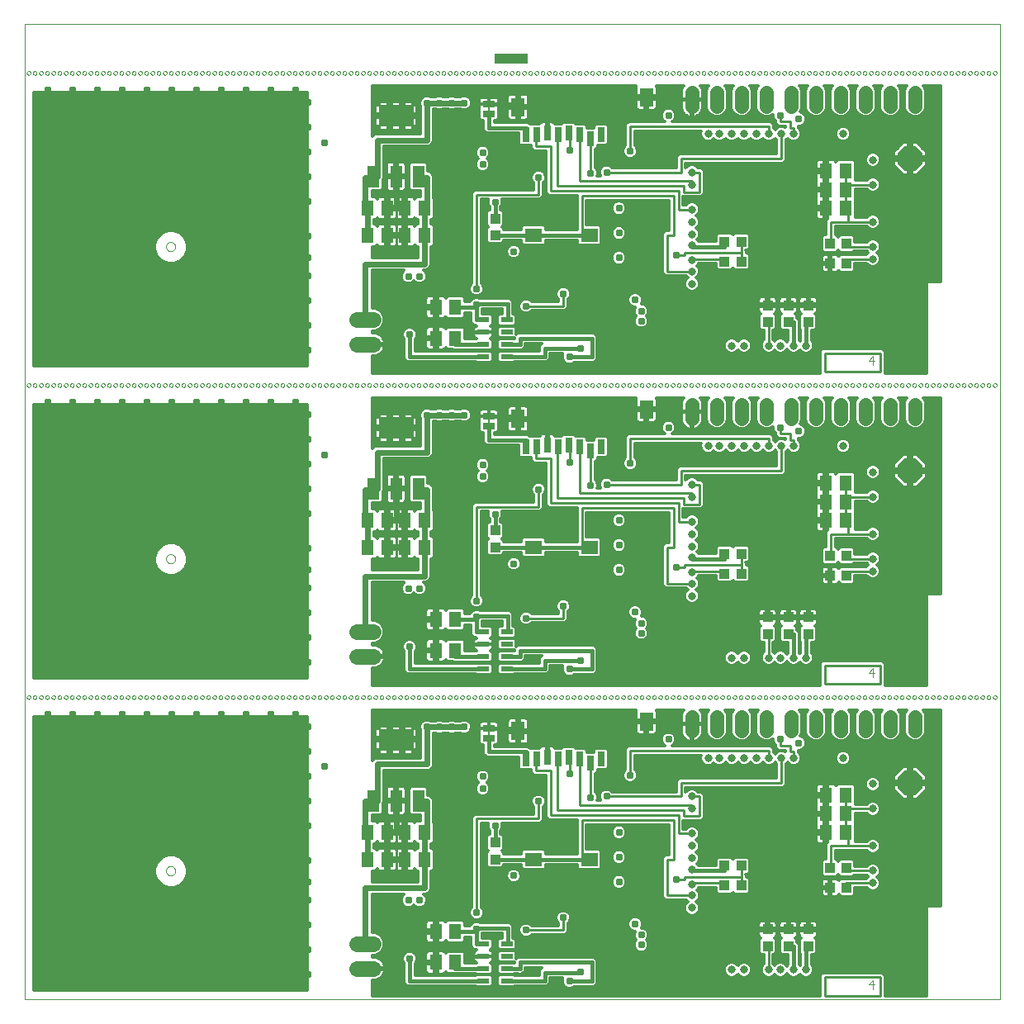
<source format=gbl>
G75*
%MOIN*%
%OFA0B0*%
%FSLAX24Y24*%
%IPPOS*%
%LPD*%
%AMOC8*
5,1,8,0,0,1.08239X$1,22.5*
%
%ADD10C,0.0000*%
%ADD11C,0.0040*%
%ADD12R,0.1329X0.0394*%
%ADD13R,0.0394X0.0433*%
%ADD14R,0.0433X0.0394*%
%ADD15R,0.0709X0.0551*%
%ADD16R,0.0551X0.0748*%
%ADD17R,0.0315X0.0591*%
%ADD18C,0.0080*%
%ADD19R,0.0500X0.0250*%
%ADD20R,0.0512X0.0630*%
%ADD21C,0.0560*%
%ADD22OC8,0.1000*%
%ADD23R,0.0480X0.0880*%
%ADD24R,0.1417X0.0866*%
%ADD25C,0.0640*%
%ADD26R,0.0472X0.0197*%
%ADD27C,0.0310*%
%ADD28C,0.0120*%
%ADD29C,0.0260*%
%ADD30C,0.0100*%
%ADD31C,0.0160*%
%ADD32C,0.0240*%
%ADD33C,0.0330*%
D10*
X006760Y002173D02*
X006760Y041543D01*
X046130Y041543D01*
X046130Y002173D01*
X006760Y002173D01*
X012478Y007370D02*
X012480Y007397D01*
X012486Y007423D01*
X012495Y007448D01*
X012508Y007471D01*
X012524Y007492D01*
X012543Y007511D01*
X012564Y007527D01*
X012587Y007540D01*
X012612Y007549D01*
X012638Y007555D01*
X012665Y007557D01*
X012692Y007555D01*
X012718Y007549D01*
X012743Y007540D01*
X012766Y007527D01*
X012787Y007511D01*
X012806Y007492D01*
X012822Y007471D01*
X012835Y007448D01*
X012844Y007423D01*
X012850Y007397D01*
X012852Y007370D01*
X012850Y007343D01*
X012844Y007317D01*
X012835Y007292D01*
X012822Y007269D01*
X012806Y007248D01*
X012787Y007229D01*
X012766Y007213D01*
X012743Y007200D01*
X012718Y007191D01*
X012692Y007185D01*
X012665Y007183D01*
X012638Y007185D01*
X012612Y007191D01*
X012587Y007200D01*
X012564Y007213D01*
X012543Y007229D01*
X012524Y007248D01*
X012508Y007269D01*
X012495Y007292D01*
X012486Y007317D01*
X012480Y007343D01*
X012478Y007370D01*
X012355Y014379D02*
X012357Y014396D01*
X012362Y014412D01*
X012371Y014426D01*
X012383Y014438D01*
X012397Y014447D01*
X012413Y014452D01*
X012430Y014454D01*
X012447Y014452D01*
X012463Y014447D01*
X012477Y014438D01*
X012489Y014426D01*
X012498Y014412D01*
X012503Y014396D01*
X012505Y014379D01*
X012503Y014362D01*
X012498Y014346D01*
X012489Y014332D01*
X012477Y014320D01*
X012463Y014311D01*
X012447Y014306D01*
X012430Y014304D01*
X012413Y014306D01*
X012397Y014311D01*
X012383Y014320D01*
X012371Y014332D01*
X012362Y014346D01*
X012357Y014362D01*
X012355Y014379D01*
X012105Y014379D02*
X012107Y014396D01*
X012112Y014412D01*
X012121Y014426D01*
X012133Y014438D01*
X012147Y014447D01*
X012163Y014452D01*
X012180Y014454D01*
X012197Y014452D01*
X012213Y014447D01*
X012227Y014438D01*
X012239Y014426D01*
X012248Y014412D01*
X012253Y014396D01*
X012255Y014379D01*
X012253Y014362D01*
X012248Y014346D01*
X012239Y014332D01*
X012227Y014320D01*
X012213Y014311D01*
X012197Y014306D01*
X012180Y014304D01*
X012163Y014306D01*
X012147Y014311D01*
X012133Y014320D01*
X012121Y014332D01*
X012112Y014346D01*
X012107Y014362D01*
X012105Y014379D01*
X011855Y014379D02*
X011857Y014396D01*
X011862Y014412D01*
X011871Y014426D01*
X011883Y014438D01*
X011897Y014447D01*
X011913Y014452D01*
X011930Y014454D01*
X011947Y014452D01*
X011963Y014447D01*
X011977Y014438D01*
X011989Y014426D01*
X011998Y014412D01*
X012003Y014396D01*
X012005Y014379D01*
X012003Y014362D01*
X011998Y014346D01*
X011989Y014332D01*
X011977Y014320D01*
X011963Y014311D01*
X011947Y014306D01*
X011930Y014304D01*
X011913Y014306D01*
X011897Y014311D01*
X011883Y014320D01*
X011871Y014332D01*
X011862Y014346D01*
X011857Y014362D01*
X011855Y014379D01*
X011605Y014379D02*
X011607Y014396D01*
X011612Y014412D01*
X011621Y014426D01*
X011633Y014438D01*
X011647Y014447D01*
X011663Y014452D01*
X011680Y014454D01*
X011697Y014452D01*
X011713Y014447D01*
X011727Y014438D01*
X011739Y014426D01*
X011748Y014412D01*
X011753Y014396D01*
X011755Y014379D01*
X011753Y014362D01*
X011748Y014346D01*
X011739Y014332D01*
X011727Y014320D01*
X011713Y014311D01*
X011697Y014306D01*
X011680Y014304D01*
X011663Y014306D01*
X011647Y014311D01*
X011633Y014320D01*
X011621Y014332D01*
X011612Y014346D01*
X011607Y014362D01*
X011605Y014379D01*
X011355Y014379D02*
X011357Y014396D01*
X011362Y014412D01*
X011371Y014426D01*
X011383Y014438D01*
X011397Y014447D01*
X011413Y014452D01*
X011430Y014454D01*
X011447Y014452D01*
X011463Y014447D01*
X011477Y014438D01*
X011489Y014426D01*
X011498Y014412D01*
X011503Y014396D01*
X011505Y014379D01*
X011503Y014362D01*
X011498Y014346D01*
X011489Y014332D01*
X011477Y014320D01*
X011463Y014311D01*
X011447Y014306D01*
X011430Y014304D01*
X011413Y014306D01*
X011397Y014311D01*
X011383Y014320D01*
X011371Y014332D01*
X011362Y014346D01*
X011357Y014362D01*
X011355Y014379D01*
X011105Y014379D02*
X011107Y014396D01*
X011112Y014412D01*
X011121Y014426D01*
X011133Y014438D01*
X011147Y014447D01*
X011163Y014452D01*
X011180Y014454D01*
X011197Y014452D01*
X011213Y014447D01*
X011227Y014438D01*
X011239Y014426D01*
X011248Y014412D01*
X011253Y014396D01*
X011255Y014379D01*
X011253Y014362D01*
X011248Y014346D01*
X011239Y014332D01*
X011227Y014320D01*
X011213Y014311D01*
X011197Y014306D01*
X011180Y014304D01*
X011163Y014306D01*
X011147Y014311D01*
X011133Y014320D01*
X011121Y014332D01*
X011112Y014346D01*
X011107Y014362D01*
X011105Y014379D01*
X010855Y014379D02*
X010857Y014396D01*
X010862Y014412D01*
X010871Y014426D01*
X010883Y014438D01*
X010897Y014447D01*
X010913Y014452D01*
X010930Y014454D01*
X010947Y014452D01*
X010963Y014447D01*
X010977Y014438D01*
X010989Y014426D01*
X010998Y014412D01*
X011003Y014396D01*
X011005Y014379D01*
X011003Y014362D01*
X010998Y014346D01*
X010989Y014332D01*
X010977Y014320D01*
X010963Y014311D01*
X010947Y014306D01*
X010930Y014304D01*
X010913Y014306D01*
X010897Y014311D01*
X010883Y014320D01*
X010871Y014332D01*
X010862Y014346D01*
X010857Y014362D01*
X010855Y014379D01*
X010605Y014379D02*
X010607Y014396D01*
X010612Y014412D01*
X010621Y014426D01*
X010633Y014438D01*
X010647Y014447D01*
X010663Y014452D01*
X010680Y014454D01*
X010697Y014452D01*
X010713Y014447D01*
X010727Y014438D01*
X010739Y014426D01*
X010748Y014412D01*
X010753Y014396D01*
X010755Y014379D01*
X010753Y014362D01*
X010748Y014346D01*
X010739Y014332D01*
X010727Y014320D01*
X010713Y014311D01*
X010697Y014306D01*
X010680Y014304D01*
X010663Y014306D01*
X010647Y014311D01*
X010633Y014320D01*
X010621Y014332D01*
X010612Y014346D01*
X010607Y014362D01*
X010605Y014379D01*
X010355Y014379D02*
X010357Y014396D01*
X010362Y014412D01*
X010371Y014426D01*
X010383Y014438D01*
X010397Y014447D01*
X010413Y014452D01*
X010430Y014454D01*
X010447Y014452D01*
X010463Y014447D01*
X010477Y014438D01*
X010489Y014426D01*
X010498Y014412D01*
X010503Y014396D01*
X010505Y014379D01*
X010503Y014362D01*
X010498Y014346D01*
X010489Y014332D01*
X010477Y014320D01*
X010463Y014311D01*
X010447Y014306D01*
X010430Y014304D01*
X010413Y014306D01*
X010397Y014311D01*
X010383Y014320D01*
X010371Y014332D01*
X010362Y014346D01*
X010357Y014362D01*
X010355Y014379D01*
X010105Y014379D02*
X010107Y014396D01*
X010112Y014412D01*
X010121Y014426D01*
X010133Y014438D01*
X010147Y014447D01*
X010163Y014452D01*
X010180Y014454D01*
X010197Y014452D01*
X010213Y014447D01*
X010227Y014438D01*
X010239Y014426D01*
X010248Y014412D01*
X010253Y014396D01*
X010255Y014379D01*
X010253Y014362D01*
X010248Y014346D01*
X010239Y014332D01*
X010227Y014320D01*
X010213Y014311D01*
X010197Y014306D01*
X010180Y014304D01*
X010163Y014306D01*
X010147Y014311D01*
X010133Y014320D01*
X010121Y014332D01*
X010112Y014346D01*
X010107Y014362D01*
X010105Y014379D01*
X009855Y014379D02*
X009857Y014396D01*
X009862Y014412D01*
X009871Y014426D01*
X009883Y014438D01*
X009897Y014447D01*
X009913Y014452D01*
X009930Y014454D01*
X009947Y014452D01*
X009963Y014447D01*
X009977Y014438D01*
X009989Y014426D01*
X009998Y014412D01*
X010003Y014396D01*
X010005Y014379D01*
X010003Y014362D01*
X009998Y014346D01*
X009989Y014332D01*
X009977Y014320D01*
X009963Y014311D01*
X009947Y014306D01*
X009930Y014304D01*
X009913Y014306D01*
X009897Y014311D01*
X009883Y014320D01*
X009871Y014332D01*
X009862Y014346D01*
X009857Y014362D01*
X009855Y014379D01*
X009605Y014379D02*
X009607Y014396D01*
X009612Y014412D01*
X009621Y014426D01*
X009633Y014438D01*
X009647Y014447D01*
X009663Y014452D01*
X009680Y014454D01*
X009697Y014452D01*
X009713Y014447D01*
X009727Y014438D01*
X009739Y014426D01*
X009748Y014412D01*
X009753Y014396D01*
X009755Y014379D01*
X009753Y014362D01*
X009748Y014346D01*
X009739Y014332D01*
X009727Y014320D01*
X009713Y014311D01*
X009697Y014306D01*
X009680Y014304D01*
X009663Y014306D01*
X009647Y014311D01*
X009633Y014320D01*
X009621Y014332D01*
X009612Y014346D01*
X009607Y014362D01*
X009605Y014379D01*
X009355Y014379D02*
X009357Y014396D01*
X009362Y014412D01*
X009371Y014426D01*
X009383Y014438D01*
X009397Y014447D01*
X009413Y014452D01*
X009430Y014454D01*
X009447Y014452D01*
X009463Y014447D01*
X009477Y014438D01*
X009489Y014426D01*
X009498Y014412D01*
X009503Y014396D01*
X009505Y014379D01*
X009503Y014362D01*
X009498Y014346D01*
X009489Y014332D01*
X009477Y014320D01*
X009463Y014311D01*
X009447Y014306D01*
X009430Y014304D01*
X009413Y014306D01*
X009397Y014311D01*
X009383Y014320D01*
X009371Y014332D01*
X009362Y014346D01*
X009357Y014362D01*
X009355Y014379D01*
X009105Y014379D02*
X009107Y014396D01*
X009112Y014412D01*
X009121Y014426D01*
X009133Y014438D01*
X009147Y014447D01*
X009163Y014452D01*
X009180Y014454D01*
X009197Y014452D01*
X009213Y014447D01*
X009227Y014438D01*
X009239Y014426D01*
X009248Y014412D01*
X009253Y014396D01*
X009255Y014379D01*
X009253Y014362D01*
X009248Y014346D01*
X009239Y014332D01*
X009227Y014320D01*
X009213Y014311D01*
X009197Y014306D01*
X009180Y014304D01*
X009163Y014306D01*
X009147Y014311D01*
X009133Y014320D01*
X009121Y014332D01*
X009112Y014346D01*
X009107Y014362D01*
X009105Y014379D01*
X008855Y014379D02*
X008857Y014396D01*
X008862Y014412D01*
X008871Y014426D01*
X008883Y014438D01*
X008897Y014447D01*
X008913Y014452D01*
X008930Y014454D01*
X008947Y014452D01*
X008963Y014447D01*
X008977Y014438D01*
X008989Y014426D01*
X008998Y014412D01*
X009003Y014396D01*
X009005Y014379D01*
X009003Y014362D01*
X008998Y014346D01*
X008989Y014332D01*
X008977Y014320D01*
X008963Y014311D01*
X008947Y014306D01*
X008930Y014304D01*
X008913Y014306D01*
X008897Y014311D01*
X008883Y014320D01*
X008871Y014332D01*
X008862Y014346D01*
X008857Y014362D01*
X008855Y014379D01*
X008605Y014379D02*
X008607Y014396D01*
X008612Y014412D01*
X008621Y014426D01*
X008633Y014438D01*
X008647Y014447D01*
X008663Y014452D01*
X008680Y014454D01*
X008697Y014452D01*
X008713Y014447D01*
X008727Y014438D01*
X008739Y014426D01*
X008748Y014412D01*
X008753Y014396D01*
X008755Y014379D01*
X008753Y014362D01*
X008748Y014346D01*
X008739Y014332D01*
X008727Y014320D01*
X008713Y014311D01*
X008697Y014306D01*
X008680Y014304D01*
X008663Y014306D01*
X008647Y014311D01*
X008633Y014320D01*
X008621Y014332D01*
X008612Y014346D01*
X008607Y014362D01*
X008605Y014379D01*
X008355Y014379D02*
X008357Y014396D01*
X008362Y014412D01*
X008371Y014426D01*
X008383Y014438D01*
X008397Y014447D01*
X008413Y014452D01*
X008430Y014454D01*
X008447Y014452D01*
X008463Y014447D01*
X008477Y014438D01*
X008489Y014426D01*
X008498Y014412D01*
X008503Y014396D01*
X008505Y014379D01*
X008503Y014362D01*
X008498Y014346D01*
X008489Y014332D01*
X008477Y014320D01*
X008463Y014311D01*
X008447Y014306D01*
X008430Y014304D01*
X008413Y014306D01*
X008397Y014311D01*
X008383Y014320D01*
X008371Y014332D01*
X008362Y014346D01*
X008357Y014362D01*
X008355Y014379D01*
X008105Y014379D02*
X008107Y014396D01*
X008112Y014412D01*
X008121Y014426D01*
X008133Y014438D01*
X008147Y014447D01*
X008163Y014452D01*
X008180Y014454D01*
X008197Y014452D01*
X008213Y014447D01*
X008227Y014438D01*
X008239Y014426D01*
X008248Y014412D01*
X008253Y014396D01*
X008255Y014379D01*
X008253Y014362D01*
X008248Y014346D01*
X008239Y014332D01*
X008227Y014320D01*
X008213Y014311D01*
X008197Y014306D01*
X008180Y014304D01*
X008163Y014306D01*
X008147Y014311D01*
X008133Y014320D01*
X008121Y014332D01*
X008112Y014346D01*
X008107Y014362D01*
X008105Y014379D01*
X007855Y014379D02*
X007857Y014396D01*
X007862Y014412D01*
X007871Y014426D01*
X007883Y014438D01*
X007897Y014447D01*
X007913Y014452D01*
X007930Y014454D01*
X007947Y014452D01*
X007963Y014447D01*
X007977Y014438D01*
X007989Y014426D01*
X007998Y014412D01*
X008003Y014396D01*
X008005Y014379D01*
X008003Y014362D01*
X007998Y014346D01*
X007989Y014332D01*
X007977Y014320D01*
X007963Y014311D01*
X007947Y014306D01*
X007930Y014304D01*
X007913Y014306D01*
X007897Y014311D01*
X007883Y014320D01*
X007871Y014332D01*
X007862Y014346D01*
X007857Y014362D01*
X007855Y014379D01*
X007605Y014379D02*
X007607Y014396D01*
X007612Y014412D01*
X007621Y014426D01*
X007633Y014438D01*
X007647Y014447D01*
X007663Y014452D01*
X007680Y014454D01*
X007697Y014452D01*
X007713Y014447D01*
X007727Y014438D01*
X007739Y014426D01*
X007748Y014412D01*
X007753Y014396D01*
X007755Y014379D01*
X007753Y014362D01*
X007748Y014346D01*
X007739Y014332D01*
X007727Y014320D01*
X007713Y014311D01*
X007697Y014306D01*
X007680Y014304D01*
X007663Y014306D01*
X007647Y014311D01*
X007633Y014320D01*
X007621Y014332D01*
X007612Y014346D01*
X007607Y014362D01*
X007605Y014379D01*
X007355Y014379D02*
X007357Y014396D01*
X007362Y014412D01*
X007371Y014426D01*
X007383Y014438D01*
X007397Y014447D01*
X007413Y014452D01*
X007430Y014454D01*
X007447Y014452D01*
X007463Y014447D01*
X007477Y014438D01*
X007489Y014426D01*
X007498Y014412D01*
X007503Y014396D01*
X007505Y014379D01*
X007503Y014362D01*
X007498Y014346D01*
X007489Y014332D01*
X007477Y014320D01*
X007463Y014311D01*
X007447Y014306D01*
X007430Y014304D01*
X007413Y014306D01*
X007397Y014311D01*
X007383Y014320D01*
X007371Y014332D01*
X007362Y014346D01*
X007357Y014362D01*
X007355Y014379D01*
X007105Y014379D02*
X007107Y014396D01*
X007112Y014412D01*
X007121Y014426D01*
X007133Y014438D01*
X007147Y014447D01*
X007163Y014452D01*
X007180Y014454D01*
X007197Y014452D01*
X007213Y014447D01*
X007227Y014438D01*
X007239Y014426D01*
X007248Y014412D01*
X007253Y014396D01*
X007255Y014379D01*
X007253Y014362D01*
X007248Y014346D01*
X007239Y014332D01*
X007227Y014320D01*
X007213Y014311D01*
X007197Y014306D01*
X007180Y014304D01*
X007163Y014306D01*
X007147Y014311D01*
X007133Y014320D01*
X007121Y014332D01*
X007112Y014346D01*
X007107Y014362D01*
X007105Y014379D01*
X006855Y014379D02*
X006857Y014396D01*
X006862Y014412D01*
X006871Y014426D01*
X006883Y014438D01*
X006897Y014447D01*
X006913Y014452D01*
X006930Y014454D01*
X006947Y014452D01*
X006963Y014447D01*
X006977Y014438D01*
X006989Y014426D01*
X006998Y014412D01*
X007003Y014396D01*
X007005Y014379D01*
X007003Y014362D01*
X006998Y014346D01*
X006989Y014332D01*
X006977Y014320D01*
X006963Y014311D01*
X006947Y014306D01*
X006930Y014304D01*
X006913Y014306D01*
X006897Y014311D01*
X006883Y014320D01*
X006871Y014332D01*
X006862Y014346D01*
X006857Y014362D01*
X006855Y014379D01*
X012605Y014379D02*
X012607Y014396D01*
X012612Y014412D01*
X012621Y014426D01*
X012633Y014438D01*
X012647Y014447D01*
X012663Y014452D01*
X012680Y014454D01*
X012697Y014452D01*
X012713Y014447D01*
X012727Y014438D01*
X012739Y014426D01*
X012748Y014412D01*
X012753Y014396D01*
X012755Y014379D01*
X012753Y014362D01*
X012748Y014346D01*
X012739Y014332D01*
X012727Y014320D01*
X012713Y014311D01*
X012697Y014306D01*
X012680Y014304D01*
X012663Y014306D01*
X012647Y014311D01*
X012633Y014320D01*
X012621Y014332D01*
X012612Y014346D01*
X012607Y014362D01*
X012605Y014379D01*
X012855Y014379D02*
X012857Y014396D01*
X012862Y014412D01*
X012871Y014426D01*
X012883Y014438D01*
X012897Y014447D01*
X012913Y014452D01*
X012930Y014454D01*
X012947Y014452D01*
X012963Y014447D01*
X012977Y014438D01*
X012989Y014426D01*
X012998Y014412D01*
X013003Y014396D01*
X013005Y014379D01*
X013003Y014362D01*
X012998Y014346D01*
X012989Y014332D01*
X012977Y014320D01*
X012963Y014311D01*
X012947Y014306D01*
X012930Y014304D01*
X012913Y014306D01*
X012897Y014311D01*
X012883Y014320D01*
X012871Y014332D01*
X012862Y014346D01*
X012857Y014362D01*
X012855Y014379D01*
X013105Y014379D02*
X013107Y014396D01*
X013112Y014412D01*
X013121Y014426D01*
X013133Y014438D01*
X013147Y014447D01*
X013163Y014452D01*
X013180Y014454D01*
X013197Y014452D01*
X013213Y014447D01*
X013227Y014438D01*
X013239Y014426D01*
X013248Y014412D01*
X013253Y014396D01*
X013255Y014379D01*
X013253Y014362D01*
X013248Y014346D01*
X013239Y014332D01*
X013227Y014320D01*
X013213Y014311D01*
X013197Y014306D01*
X013180Y014304D01*
X013163Y014306D01*
X013147Y014311D01*
X013133Y014320D01*
X013121Y014332D01*
X013112Y014346D01*
X013107Y014362D01*
X013105Y014379D01*
X013355Y014379D02*
X013357Y014396D01*
X013362Y014412D01*
X013371Y014426D01*
X013383Y014438D01*
X013397Y014447D01*
X013413Y014452D01*
X013430Y014454D01*
X013447Y014452D01*
X013463Y014447D01*
X013477Y014438D01*
X013489Y014426D01*
X013498Y014412D01*
X013503Y014396D01*
X013505Y014379D01*
X013503Y014362D01*
X013498Y014346D01*
X013489Y014332D01*
X013477Y014320D01*
X013463Y014311D01*
X013447Y014306D01*
X013430Y014304D01*
X013413Y014306D01*
X013397Y014311D01*
X013383Y014320D01*
X013371Y014332D01*
X013362Y014346D01*
X013357Y014362D01*
X013355Y014379D01*
X013605Y014379D02*
X013607Y014396D01*
X013612Y014412D01*
X013621Y014426D01*
X013633Y014438D01*
X013647Y014447D01*
X013663Y014452D01*
X013680Y014454D01*
X013697Y014452D01*
X013713Y014447D01*
X013727Y014438D01*
X013739Y014426D01*
X013748Y014412D01*
X013753Y014396D01*
X013755Y014379D01*
X013753Y014362D01*
X013748Y014346D01*
X013739Y014332D01*
X013727Y014320D01*
X013713Y014311D01*
X013697Y014306D01*
X013680Y014304D01*
X013663Y014306D01*
X013647Y014311D01*
X013633Y014320D01*
X013621Y014332D01*
X013612Y014346D01*
X013607Y014362D01*
X013605Y014379D01*
X013855Y014379D02*
X013857Y014396D01*
X013862Y014412D01*
X013871Y014426D01*
X013883Y014438D01*
X013897Y014447D01*
X013913Y014452D01*
X013930Y014454D01*
X013947Y014452D01*
X013963Y014447D01*
X013977Y014438D01*
X013989Y014426D01*
X013998Y014412D01*
X014003Y014396D01*
X014005Y014379D01*
X014003Y014362D01*
X013998Y014346D01*
X013989Y014332D01*
X013977Y014320D01*
X013963Y014311D01*
X013947Y014306D01*
X013930Y014304D01*
X013913Y014306D01*
X013897Y014311D01*
X013883Y014320D01*
X013871Y014332D01*
X013862Y014346D01*
X013857Y014362D01*
X013855Y014379D01*
X014105Y014379D02*
X014107Y014396D01*
X014112Y014412D01*
X014121Y014426D01*
X014133Y014438D01*
X014147Y014447D01*
X014163Y014452D01*
X014180Y014454D01*
X014197Y014452D01*
X014213Y014447D01*
X014227Y014438D01*
X014239Y014426D01*
X014248Y014412D01*
X014253Y014396D01*
X014255Y014379D01*
X014253Y014362D01*
X014248Y014346D01*
X014239Y014332D01*
X014227Y014320D01*
X014213Y014311D01*
X014197Y014306D01*
X014180Y014304D01*
X014163Y014306D01*
X014147Y014311D01*
X014133Y014320D01*
X014121Y014332D01*
X014112Y014346D01*
X014107Y014362D01*
X014105Y014379D01*
X014355Y014379D02*
X014357Y014396D01*
X014362Y014412D01*
X014371Y014426D01*
X014383Y014438D01*
X014397Y014447D01*
X014413Y014452D01*
X014430Y014454D01*
X014447Y014452D01*
X014463Y014447D01*
X014477Y014438D01*
X014489Y014426D01*
X014498Y014412D01*
X014503Y014396D01*
X014505Y014379D01*
X014503Y014362D01*
X014498Y014346D01*
X014489Y014332D01*
X014477Y014320D01*
X014463Y014311D01*
X014447Y014306D01*
X014430Y014304D01*
X014413Y014306D01*
X014397Y014311D01*
X014383Y014320D01*
X014371Y014332D01*
X014362Y014346D01*
X014357Y014362D01*
X014355Y014379D01*
X014605Y014379D02*
X014607Y014396D01*
X014612Y014412D01*
X014621Y014426D01*
X014633Y014438D01*
X014647Y014447D01*
X014663Y014452D01*
X014680Y014454D01*
X014697Y014452D01*
X014713Y014447D01*
X014727Y014438D01*
X014739Y014426D01*
X014748Y014412D01*
X014753Y014396D01*
X014755Y014379D01*
X014753Y014362D01*
X014748Y014346D01*
X014739Y014332D01*
X014727Y014320D01*
X014713Y014311D01*
X014697Y014306D01*
X014680Y014304D01*
X014663Y014306D01*
X014647Y014311D01*
X014633Y014320D01*
X014621Y014332D01*
X014612Y014346D01*
X014607Y014362D01*
X014605Y014379D01*
X014855Y014379D02*
X014857Y014396D01*
X014862Y014412D01*
X014871Y014426D01*
X014883Y014438D01*
X014897Y014447D01*
X014913Y014452D01*
X014930Y014454D01*
X014947Y014452D01*
X014963Y014447D01*
X014977Y014438D01*
X014989Y014426D01*
X014998Y014412D01*
X015003Y014396D01*
X015005Y014379D01*
X015003Y014362D01*
X014998Y014346D01*
X014989Y014332D01*
X014977Y014320D01*
X014963Y014311D01*
X014947Y014306D01*
X014930Y014304D01*
X014913Y014306D01*
X014897Y014311D01*
X014883Y014320D01*
X014871Y014332D01*
X014862Y014346D01*
X014857Y014362D01*
X014855Y014379D01*
X015105Y014379D02*
X015107Y014396D01*
X015112Y014412D01*
X015121Y014426D01*
X015133Y014438D01*
X015147Y014447D01*
X015163Y014452D01*
X015180Y014454D01*
X015197Y014452D01*
X015213Y014447D01*
X015227Y014438D01*
X015239Y014426D01*
X015248Y014412D01*
X015253Y014396D01*
X015255Y014379D01*
X015253Y014362D01*
X015248Y014346D01*
X015239Y014332D01*
X015227Y014320D01*
X015213Y014311D01*
X015197Y014306D01*
X015180Y014304D01*
X015163Y014306D01*
X015147Y014311D01*
X015133Y014320D01*
X015121Y014332D01*
X015112Y014346D01*
X015107Y014362D01*
X015105Y014379D01*
X015355Y014379D02*
X015357Y014396D01*
X015362Y014412D01*
X015371Y014426D01*
X015383Y014438D01*
X015397Y014447D01*
X015413Y014452D01*
X015430Y014454D01*
X015447Y014452D01*
X015463Y014447D01*
X015477Y014438D01*
X015489Y014426D01*
X015498Y014412D01*
X015503Y014396D01*
X015505Y014379D01*
X015503Y014362D01*
X015498Y014346D01*
X015489Y014332D01*
X015477Y014320D01*
X015463Y014311D01*
X015447Y014306D01*
X015430Y014304D01*
X015413Y014306D01*
X015397Y014311D01*
X015383Y014320D01*
X015371Y014332D01*
X015362Y014346D01*
X015357Y014362D01*
X015355Y014379D01*
X015605Y014379D02*
X015607Y014396D01*
X015612Y014412D01*
X015621Y014426D01*
X015633Y014438D01*
X015647Y014447D01*
X015663Y014452D01*
X015680Y014454D01*
X015697Y014452D01*
X015713Y014447D01*
X015727Y014438D01*
X015739Y014426D01*
X015748Y014412D01*
X015753Y014396D01*
X015755Y014379D01*
X015753Y014362D01*
X015748Y014346D01*
X015739Y014332D01*
X015727Y014320D01*
X015713Y014311D01*
X015697Y014306D01*
X015680Y014304D01*
X015663Y014306D01*
X015647Y014311D01*
X015633Y014320D01*
X015621Y014332D01*
X015612Y014346D01*
X015607Y014362D01*
X015605Y014379D01*
X015855Y014379D02*
X015857Y014396D01*
X015862Y014412D01*
X015871Y014426D01*
X015883Y014438D01*
X015897Y014447D01*
X015913Y014452D01*
X015930Y014454D01*
X015947Y014452D01*
X015963Y014447D01*
X015977Y014438D01*
X015989Y014426D01*
X015998Y014412D01*
X016003Y014396D01*
X016005Y014379D01*
X016003Y014362D01*
X015998Y014346D01*
X015989Y014332D01*
X015977Y014320D01*
X015963Y014311D01*
X015947Y014306D01*
X015930Y014304D01*
X015913Y014306D01*
X015897Y014311D01*
X015883Y014320D01*
X015871Y014332D01*
X015862Y014346D01*
X015857Y014362D01*
X015855Y014379D01*
X016105Y014379D02*
X016107Y014396D01*
X016112Y014412D01*
X016121Y014426D01*
X016133Y014438D01*
X016147Y014447D01*
X016163Y014452D01*
X016180Y014454D01*
X016197Y014452D01*
X016213Y014447D01*
X016227Y014438D01*
X016239Y014426D01*
X016248Y014412D01*
X016253Y014396D01*
X016255Y014379D01*
X016253Y014362D01*
X016248Y014346D01*
X016239Y014332D01*
X016227Y014320D01*
X016213Y014311D01*
X016197Y014306D01*
X016180Y014304D01*
X016163Y014306D01*
X016147Y014311D01*
X016133Y014320D01*
X016121Y014332D01*
X016112Y014346D01*
X016107Y014362D01*
X016105Y014379D01*
X016355Y014379D02*
X016357Y014396D01*
X016362Y014412D01*
X016371Y014426D01*
X016383Y014438D01*
X016397Y014447D01*
X016413Y014452D01*
X016430Y014454D01*
X016447Y014452D01*
X016463Y014447D01*
X016477Y014438D01*
X016489Y014426D01*
X016498Y014412D01*
X016503Y014396D01*
X016505Y014379D01*
X016503Y014362D01*
X016498Y014346D01*
X016489Y014332D01*
X016477Y014320D01*
X016463Y014311D01*
X016447Y014306D01*
X016430Y014304D01*
X016413Y014306D01*
X016397Y014311D01*
X016383Y014320D01*
X016371Y014332D01*
X016362Y014346D01*
X016357Y014362D01*
X016355Y014379D01*
X016605Y014379D02*
X016607Y014396D01*
X016612Y014412D01*
X016621Y014426D01*
X016633Y014438D01*
X016647Y014447D01*
X016663Y014452D01*
X016680Y014454D01*
X016697Y014452D01*
X016713Y014447D01*
X016727Y014438D01*
X016739Y014426D01*
X016748Y014412D01*
X016753Y014396D01*
X016755Y014379D01*
X016753Y014362D01*
X016748Y014346D01*
X016739Y014332D01*
X016727Y014320D01*
X016713Y014311D01*
X016697Y014306D01*
X016680Y014304D01*
X016663Y014306D01*
X016647Y014311D01*
X016633Y014320D01*
X016621Y014332D01*
X016612Y014346D01*
X016607Y014362D01*
X016605Y014379D01*
X016855Y014379D02*
X016857Y014396D01*
X016862Y014412D01*
X016871Y014426D01*
X016883Y014438D01*
X016897Y014447D01*
X016913Y014452D01*
X016930Y014454D01*
X016947Y014452D01*
X016963Y014447D01*
X016977Y014438D01*
X016989Y014426D01*
X016998Y014412D01*
X017003Y014396D01*
X017005Y014379D01*
X017003Y014362D01*
X016998Y014346D01*
X016989Y014332D01*
X016977Y014320D01*
X016963Y014311D01*
X016947Y014306D01*
X016930Y014304D01*
X016913Y014306D01*
X016897Y014311D01*
X016883Y014320D01*
X016871Y014332D01*
X016862Y014346D01*
X016857Y014362D01*
X016855Y014379D01*
X017105Y014379D02*
X017107Y014396D01*
X017112Y014412D01*
X017121Y014426D01*
X017133Y014438D01*
X017147Y014447D01*
X017163Y014452D01*
X017180Y014454D01*
X017197Y014452D01*
X017213Y014447D01*
X017227Y014438D01*
X017239Y014426D01*
X017248Y014412D01*
X017253Y014396D01*
X017255Y014379D01*
X017253Y014362D01*
X017248Y014346D01*
X017239Y014332D01*
X017227Y014320D01*
X017213Y014311D01*
X017197Y014306D01*
X017180Y014304D01*
X017163Y014306D01*
X017147Y014311D01*
X017133Y014320D01*
X017121Y014332D01*
X017112Y014346D01*
X017107Y014362D01*
X017105Y014379D01*
X017355Y014379D02*
X017357Y014396D01*
X017362Y014412D01*
X017371Y014426D01*
X017383Y014438D01*
X017397Y014447D01*
X017413Y014452D01*
X017430Y014454D01*
X017447Y014452D01*
X017463Y014447D01*
X017477Y014438D01*
X017489Y014426D01*
X017498Y014412D01*
X017503Y014396D01*
X017505Y014379D01*
X017503Y014362D01*
X017498Y014346D01*
X017489Y014332D01*
X017477Y014320D01*
X017463Y014311D01*
X017447Y014306D01*
X017430Y014304D01*
X017413Y014306D01*
X017397Y014311D01*
X017383Y014320D01*
X017371Y014332D01*
X017362Y014346D01*
X017357Y014362D01*
X017355Y014379D01*
X017605Y014379D02*
X017607Y014396D01*
X017612Y014412D01*
X017621Y014426D01*
X017633Y014438D01*
X017647Y014447D01*
X017663Y014452D01*
X017680Y014454D01*
X017697Y014452D01*
X017713Y014447D01*
X017727Y014438D01*
X017739Y014426D01*
X017748Y014412D01*
X017753Y014396D01*
X017755Y014379D01*
X017753Y014362D01*
X017748Y014346D01*
X017739Y014332D01*
X017727Y014320D01*
X017713Y014311D01*
X017697Y014306D01*
X017680Y014304D01*
X017663Y014306D01*
X017647Y014311D01*
X017633Y014320D01*
X017621Y014332D01*
X017612Y014346D01*
X017607Y014362D01*
X017605Y014379D01*
X017855Y014379D02*
X017857Y014396D01*
X017862Y014412D01*
X017871Y014426D01*
X017883Y014438D01*
X017897Y014447D01*
X017913Y014452D01*
X017930Y014454D01*
X017947Y014452D01*
X017963Y014447D01*
X017977Y014438D01*
X017989Y014426D01*
X017998Y014412D01*
X018003Y014396D01*
X018005Y014379D01*
X018003Y014362D01*
X017998Y014346D01*
X017989Y014332D01*
X017977Y014320D01*
X017963Y014311D01*
X017947Y014306D01*
X017930Y014304D01*
X017913Y014306D01*
X017897Y014311D01*
X017883Y014320D01*
X017871Y014332D01*
X017862Y014346D01*
X017857Y014362D01*
X017855Y014379D01*
X018105Y014379D02*
X018107Y014396D01*
X018112Y014412D01*
X018121Y014426D01*
X018133Y014438D01*
X018147Y014447D01*
X018163Y014452D01*
X018180Y014454D01*
X018197Y014452D01*
X018213Y014447D01*
X018227Y014438D01*
X018239Y014426D01*
X018248Y014412D01*
X018253Y014396D01*
X018255Y014379D01*
X018253Y014362D01*
X018248Y014346D01*
X018239Y014332D01*
X018227Y014320D01*
X018213Y014311D01*
X018197Y014306D01*
X018180Y014304D01*
X018163Y014306D01*
X018147Y014311D01*
X018133Y014320D01*
X018121Y014332D01*
X018112Y014346D01*
X018107Y014362D01*
X018105Y014379D01*
X018355Y014379D02*
X018357Y014396D01*
X018362Y014412D01*
X018371Y014426D01*
X018383Y014438D01*
X018397Y014447D01*
X018413Y014452D01*
X018430Y014454D01*
X018447Y014452D01*
X018463Y014447D01*
X018477Y014438D01*
X018489Y014426D01*
X018498Y014412D01*
X018503Y014396D01*
X018505Y014379D01*
X018503Y014362D01*
X018498Y014346D01*
X018489Y014332D01*
X018477Y014320D01*
X018463Y014311D01*
X018447Y014306D01*
X018430Y014304D01*
X018413Y014306D01*
X018397Y014311D01*
X018383Y014320D01*
X018371Y014332D01*
X018362Y014346D01*
X018357Y014362D01*
X018355Y014379D01*
X018605Y014379D02*
X018607Y014396D01*
X018612Y014412D01*
X018621Y014426D01*
X018633Y014438D01*
X018647Y014447D01*
X018663Y014452D01*
X018680Y014454D01*
X018697Y014452D01*
X018713Y014447D01*
X018727Y014438D01*
X018739Y014426D01*
X018748Y014412D01*
X018753Y014396D01*
X018755Y014379D01*
X018753Y014362D01*
X018748Y014346D01*
X018739Y014332D01*
X018727Y014320D01*
X018713Y014311D01*
X018697Y014306D01*
X018680Y014304D01*
X018663Y014306D01*
X018647Y014311D01*
X018633Y014320D01*
X018621Y014332D01*
X018612Y014346D01*
X018607Y014362D01*
X018605Y014379D01*
X018855Y014379D02*
X018857Y014396D01*
X018862Y014412D01*
X018871Y014426D01*
X018883Y014438D01*
X018897Y014447D01*
X018913Y014452D01*
X018930Y014454D01*
X018947Y014452D01*
X018963Y014447D01*
X018977Y014438D01*
X018989Y014426D01*
X018998Y014412D01*
X019003Y014396D01*
X019005Y014379D01*
X019003Y014362D01*
X018998Y014346D01*
X018989Y014332D01*
X018977Y014320D01*
X018963Y014311D01*
X018947Y014306D01*
X018930Y014304D01*
X018913Y014306D01*
X018897Y014311D01*
X018883Y014320D01*
X018871Y014332D01*
X018862Y014346D01*
X018857Y014362D01*
X018855Y014379D01*
X019105Y014379D02*
X019107Y014396D01*
X019112Y014412D01*
X019121Y014426D01*
X019133Y014438D01*
X019147Y014447D01*
X019163Y014452D01*
X019180Y014454D01*
X019197Y014452D01*
X019213Y014447D01*
X019227Y014438D01*
X019239Y014426D01*
X019248Y014412D01*
X019253Y014396D01*
X019255Y014379D01*
X019253Y014362D01*
X019248Y014346D01*
X019239Y014332D01*
X019227Y014320D01*
X019213Y014311D01*
X019197Y014306D01*
X019180Y014304D01*
X019163Y014306D01*
X019147Y014311D01*
X019133Y014320D01*
X019121Y014332D01*
X019112Y014346D01*
X019107Y014362D01*
X019105Y014379D01*
X019355Y014379D02*
X019357Y014396D01*
X019362Y014412D01*
X019371Y014426D01*
X019383Y014438D01*
X019397Y014447D01*
X019413Y014452D01*
X019430Y014454D01*
X019447Y014452D01*
X019463Y014447D01*
X019477Y014438D01*
X019489Y014426D01*
X019498Y014412D01*
X019503Y014396D01*
X019505Y014379D01*
X019503Y014362D01*
X019498Y014346D01*
X019489Y014332D01*
X019477Y014320D01*
X019463Y014311D01*
X019447Y014306D01*
X019430Y014304D01*
X019413Y014306D01*
X019397Y014311D01*
X019383Y014320D01*
X019371Y014332D01*
X019362Y014346D01*
X019357Y014362D01*
X019355Y014379D01*
X019605Y014379D02*
X019607Y014396D01*
X019612Y014412D01*
X019621Y014426D01*
X019633Y014438D01*
X019647Y014447D01*
X019663Y014452D01*
X019680Y014454D01*
X019697Y014452D01*
X019713Y014447D01*
X019727Y014438D01*
X019739Y014426D01*
X019748Y014412D01*
X019753Y014396D01*
X019755Y014379D01*
X019753Y014362D01*
X019748Y014346D01*
X019739Y014332D01*
X019727Y014320D01*
X019713Y014311D01*
X019697Y014306D01*
X019680Y014304D01*
X019663Y014306D01*
X019647Y014311D01*
X019633Y014320D01*
X019621Y014332D01*
X019612Y014346D01*
X019607Y014362D01*
X019605Y014379D01*
X019855Y014379D02*
X019857Y014396D01*
X019862Y014412D01*
X019871Y014426D01*
X019883Y014438D01*
X019897Y014447D01*
X019913Y014452D01*
X019930Y014454D01*
X019947Y014452D01*
X019963Y014447D01*
X019977Y014438D01*
X019989Y014426D01*
X019998Y014412D01*
X020003Y014396D01*
X020005Y014379D01*
X020003Y014362D01*
X019998Y014346D01*
X019989Y014332D01*
X019977Y014320D01*
X019963Y014311D01*
X019947Y014306D01*
X019930Y014304D01*
X019913Y014306D01*
X019897Y014311D01*
X019883Y014320D01*
X019871Y014332D01*
X019862Y014346D01*
X019857Y014362D01*
X019855Y014379D01*
X020105Y014379D02*
X020107Y014396D01*
X020112Y014412D01*
X020121Y014426D01*
X020133Y014438D01*
X020147Y014447D01*
X020163Y014452D01*
X020180Y014454D01*
X020197Y014452D01*
X020213Y014447D01*
X020227Y014438D01*
X020239Y014426D01*
X020248Y014412D01*
X020253Y014396D01*
X020255Y014379D01*
X020253Y014362D01*
X020248Y014346D01*
X020239Y014332D01*
X020227Y014320D01*
X020213Y014311D01*
X020197Y014306D01*
X020180Y014304D01*
X020163Y014306D01*
X020147Y014311D01*
X020133Y014320D01*
X020121Y014332D01*
X020112Y014346D01*
X020107Y014362D01*
X020105Y014379D01*
X020355Y014379D02*
X020357Y014396D01*
X020362Y014412D01*
X020371Y014426D01*
X020383Y014438D01*
X020397Y014447D01*
X020413Y014452D01*
X020430Y014454D01*
X020447Y014452D01*
X020463Y014447D01*
X020477Y014438D01*
X020489Y014426D01*
X020498Y014412D01*
X020503Y014396D01*
X020505Y014379D01*
X020503Y014362D01*
X020498Y014346D01*
X020489Y014332D01*
X020477Y014320D01*
X020463Y014311D01*
X020447Y014306D01*
X020430Y014304D01*
X020413Y014306D01*
X020397Y014311D01*
X020383Y014320D01*
X020371Y014332D01*
X020362Y014346D01*
X020357Y014362D01*
X020355Y014379D01*
X020605Y014379D02*
X020607Y014396D01*
X020612Y014412D01*
X020621Y014426D01*
X020633Y014438D01*
X020647Y014447D01*
X020663Y014452D01*
X020680Y014454D01*
X020697Y014452D01*
X020713Y014447D01*
X020727Y014438D01*
X020739Y014426D01*
X020748Y014412D01*
X020753Y014396D01*
X020755Y014379D01*
X020753Y014362D01*
X020748Y014346D01*
X020739Y014332D01*
X020727Y014320D01*
X020713Y014311D01*
X020697Y014306D01*
X020680Y014304D01*
X020663Y014306D01*
X020647Y014311D01*
X020633Y014320D01*
X020621Y014332D01*
X020612Y014346D01*
X020607Y014362D01*
X020605Y014379D01*
X020855Y014379D02*
X020857Y014396D01*
X020862Y014412D01*
X020871Y014426D01*
X020883Y014438D01*
X020897Y014447D01*
X020913Y014452D01*
X020930Y014454D01*
X020947Y014452D01*
X020963Y014447D01*
X020977Y014438D01*
X020989Y014426D01*
X020998Y014412D01*
X021003Y014396D01*
X021005Y014379D01*
X021003Y014362D01*
X020998Y014346D01*
X020989Y014332D01*
X020977Y014320D01*
X020963Y014311D01*
X020947Y014306D01*
X020930Y014304D01*
X020913Y014306D01*
X020897Y014311D01*
X020883Y014320D01*
X020871Y014332D01*
X020862Y014346D01*
X020857Y014362D01*
X020855Y014379D01*
X021105Y014379D02*
X021107Y014396D01*
X021112Y014412D01*
X021121Y014426D01*
X021133Y014438D01*
X021147Y014447D01*
X021163Y014452D01*
X021180Y014454D01*
X021197Y014452D01*
X021213Y014447D01*
X021227Y014438D01*
X021239Y014426D01*
X021248Y014412D01*
X021253Y014396D01*
X021255Y014379D01*
X021253Y014362D01*
X021248Y014346D01*
X021239Y014332D01*
X021227Y014320D01*
X021213Y014311D01*
X021197Y014306D01*
X021180Y014304D01*
X021163Y014306D01*
X021147Y014311D01*
X021133Y014320D01*
X021121Y014332D01*
X021112Y014346D01*
X021107Y014362D01*
X021105Y014379D01*
X021355Y014379D02*
X021357Y014396D01*
X021362Y014412D01*
X021371Y014426D01*
X021383Y014438D01*
X021397Y014447D01*
X021413Y014452D01*
X021430Y014454D01*
X021447Y014452D01*
X021463Y014447D01*
X021477Y014438D01*
X021489Y014426D01*
X021498Y014412D01*
X021503Y014396D01*
X021505Y014379D01*
X021503Y014362D01*
X021498Y014346D01*
X021489Y014332D01*
X021477Y014320D01*
X021463Y014311D01*
X021447Y014306D01*
X021430Y014304D01*
X021413Y014306D01*
X021397Y014311D01*
X021383Y014320D01*
X021371Y014332D01*
X021362Y014346D01*
X021357Y014362D01*
X021355Y014379D01*
X021605Y014379D02*
X021607Y014396D01*
X021612Y014412D01*
X021621Y014426D01*
X021633Y014438D01*
X021647Y014447D01*
X021663Y014452D01*
X021680Y014454D01*
X021697Y014452D01*
X021713Y014447D01*
X021727Y014438D01*
X021739Y014426D01*
X021748Y014412D01*
X021753Y014396D01*
X021755Y014379D01*
X021753Y014362D01*
X021748Y014346D01*
X021739Y014332D01*
X021727Y014320D01*
X021713Y014311D01*
X021697Y014306D01*
X021680Y014304D01*
X021663Y014306D01*
X021647Y014311D01*
X021633Y014320D01*
X021621Y014332D01*
X021612Y014346D01*
X021607Y014362D01*
X021605Y014379D01*
X021855Y014379D02*
X021857Y014396D01*
X021862Y014412D01*
X021871Y014426D01*
X021883Y014438D01*
X021897Y014447D01*
X021913Y014452D01*
X021930Y014454D01*
X021947Y014452D01*
X021963Y014447D01*
X021977Y014438D01*
X021989Y014426D01*
X021998Y014412D01*
X022003Y014396D01*
X022005Y014379D01*
X022003Y014362D01*
X021998Y014346D01*
X021989Y014332D01*
X021977Y014320D01*
X021963Y014311D01*
X021947Y014306D01*
X021930Y014304D01*
X021913Y014306D01*
X021897Y014311D01*
X021883Y014320D01*
X021871Y014332D01*
X021862Y014346D01*
X021857Y014362D01*
X021855Y014379D01*
X022105Y014379D02*
X022107Y014396D01*
X022112Y014412D01*
X022121Y014426D01*
X022133Y014438D01*
X022147Y014447D01*
X022163Y014452D01*
X022180Y014454D01*
X022197Y014452D01*
X022213Y014447D01*
X022227Y014438D01*
X022239Y014426D01*
X022248Y014412D01*
X022253Y014396D01*
X022255Y014379D01*
X022253Y014362D01*
X022248Y014346D01*
X022239Y014332D01*
X022227Y014320D01*
X022213Y014311D01*
X022197Y014306D01*
X022180Y014304D01*
X022163Y014306D01*
X022147Y014311D01*
X022133Y014320D01*
X022121Y014332D01*
X022112Y014346D01*
X022107Y014362D01*
X022105Y014379D01*
X022355Y014379D02*
X022357Y014396D01*
X022362Y014412D01*
X022371Y014426D01*
X022383Y014438D01*
X022397Y014447D01*
X022413Y014452D01*
X022430Y014454D01*
X022447Y014452D01*
X022463Y014447D01*
X022477Y014438D01*
X022489Y014426D01*
X022498Y014412D01*
X022503Y014396D01*
X022505Y014379D01*
X022503Y014362D01*
X022498Y014346D01*
X022489Y014332D01*
X022477Y014320D01*
X022463Y014311D01*
X022447Y014306D01*
X022430Y014304D01*
X022413Y014306D01*
X022397Y014311D01*
X022383Y014320D01*
X022371Y014332D01*
X022362Y014346D01*
X022357Y014362D01*
X022355Y014379D01*
X022605Y014379D02*
X022607Y014396D01*
X022612Y014412D01*
X022621Y014426D01*
X022633Y014438D01*
X022647Y014447D01*
X022663Y014452D01*
X022680Y014454D01*
X022697Y014452D01*
X022713Y014447D01*
X022727Y014438D01*
X022739Y014426D01*
X022748Y014412D01*
X022753Y014396D01*
X022755Y014379D01*
X022753Y014362D01*
X022748Y014346D01*
X022739Y014332D01*
X022727Y014320D01*
X022713Y014311D01*
X022697Y014306D01*
X022680Y014304D01*
X022663Y014306D01*
X022647Y014311D01*
X022633Y014320D01*
X022621Y014332D01*
X022612Y014346D01*
X022607Y014362D01*
X022605Y014379D01*
X022855Y014379D02*
X022857Y014396D01*
X022862Y014412D01*
X022871Y014426D01*
X022883Y014438D01*
X022897Y014447D01*
X022913Y014452D01*
X022930Y014454D01*
X022947Y014452D01*
X022963Y014447D01*
X022977Y014438D01*
X022989Y014426D01*
X022998Y014412D01*
X023003Y014396D01*
X023005Y014379D01*
X023003Y014362D01*
X022998Y014346D01*
X022989Y014332D01*
X022977Y014320D01*
X022963Y014311D01*
X022947Y014306D01*
X022930Y014304D01*
X022913Y014306D01*
X022897Y014311D01*
X022883Y014320D01*
X022871Y014332D01*
X022862Y014346D01*
X022857Y014362D01*
X022855Y014379D01*
X023105Y014379D02*
X023107Y014396D01*
X023112Y014412D01*
X023121Y014426D01*
X023133Y014438D01*
X023147Y014447D01*
X023163Y014452D01*
X023180Y014454D01*
X023197Y014452D01*
X023213Y014447D01*
X023227Y014438D01*
X023239Y014426D01*
X023248Y014412D01*
X023253Y014396D01*
X023255Y014379D01*
X023253Y014362D01*
X023248Y014346D01*
X023239Y014332D01*
X023227Y014320D01*
X023213Y014311D01*
X023197Y014306D01*
X023180Y014304D01*
X023163Y014306D01*
X023147Y014311D01*
X023133Y014320D01*
X023121Y014332D01*
X023112Y014346D01*
X023107Y014362D01*
X023105Y014379D01*
X023355Y014379D02*
X023357Y014396D01*
X023362Y014412D01*
X023371Y014426D01*
X023383Y014438D01*
X023397Y014447D01*
X023413Y014452D01*
X023430Y014454D01*
X023447Y014452D01*
X023463Y014447D01*
X023477Y014438D01*
X023489Y014426D01*
X023498Y014412D01*
X023503Y014396D01*
X023505Y014379D01*
X023503Y014362D01*
X023498Y014346D01*
X023489Y014332D01*
X023477Y014320D01*
X023463Y014311D01*
X023447Y014306D01*
X023430Y014304D01*
X023413Y014306D01*
X023397Y014311D01*
X023383Y014320D01*
X023371Y014332D01*
X023362Y014346D01*
X023357Y014362D01*
X023355Y014379D01*
X023605Y014379D02*
X023607Y014396D01*
X023612Y014412D01*
X023621Y014426D01*
X023633Y014438D01*
X023647Y014447D01*
X023663Y014452D01*
X023680Y014454D01*
X023697Y014452D01*
X023713Y014447D01*
X023727Y014438D01*
X023739Y014426D01*
X023748Y014412D01*
X023753Y014396D01*
X023755Y014379D01*
X023753Y014362D01*
X023748Y014346D01*
X023739Y014332D01*
X023727Y014320D01*
X023713Y014311D01*
X023697Y014306D01*
X023680Y014304D01*
X023663Y014306D01*
X023647Y014311D01*
X023633Y014320D01*
X023621Y014332D01*
X023612Y014346D01*
X023607Y014362D01*
X023605Y014379D01*
X023855Y014379D02*
X023857Y014396D01*
X023862Y014412D01*
X023871Y014426D01*
X023883Y014438D01*
X023897Y014447D01*
X023913Y014452D01*
X023930Y014454D01*
X023947Y014452D01*
X023963Y014447D01*
X023977Y014438D01*
X023989Y014426D01*
X023998Y014412D01*
X024003Y014396D01*
X024005Y014379D01*
X024003Y014362D01*
X023998Y014346D01*
X023989Y014332D01*
X023977Y014320D01*
X023963Y014311D01*
X023947Y014306D01*
X023930Y014304D01*
X023913Y014306D01*
X023897Y014311D01*
X023883Y014320D01*
X023871Y014332D01*
X023862Y014346D01*
X023857Y014362D01*
X023855Y014379D01*
X024105Y014379D02*
X024107Y014396D01*
X024112Y014412D01*
X024121Y014426D01*
X024133Y014438D01*
X024147Y014447D01*
X024163Y014452D01*
X024180Y014454D01*
X024197Y014452D01*
X024213Y014447D01*
X024227Y014438D01*
X024239Y014426D01*
X024248Y014412D01*
X024253Y014396D01*
X024255Y014379D01*
X024253Y014362D01*
X024248Y014346D01*
X024239Y014332D01*
X024227Y014320D01*
X024213Y014311D01*
X024197Y014306D01*
X024180Y014304D01*
X024163Y014306D01*
X024147Y014311D01*
X024133Y014320D01*
X024121Y014332D01*
X024112Y014346D01*
X024107Y014362D01*
X024105Y014379D01*
X024355Y014379D02*
X024357Y014396D01*
X024362Y014412D01*
X024371Y014426D01*
X024383Y014438D01*
X024397Y014447D01*
X024413Y014452D01*
X024430Y014454D01*
X024447Y014452D01*
X024463Y014447D01*
X024477Y014438D01*
X024489Y014426D01*
X024498Y014412D01*
X024503Y014396D01*
X024505Y014379D01*
X024503Y014362D01*
X024498Y014346D01*
X024489Y014332D01*
X024477Y014320D01*
X024463Y014311D01*
X024447Y014306D01*
X024430Y014304D01*
X024413Y014306D01*
X024397Y014311D01*
X024383Y014320D01*
X024371Y014332D01*
X024362Y014346D01*
X024357Y014362D01*
X024355Y014379D01*
X024605Y014379D02*
X024607Y014396D01*
X024612Y014412D01*
X024621Y014426D01*
X024633Y014438D01*
X024647Y014447D01*
X024663Y014452D01*
X024680Y014454D01*
X024697Y014452D01*
X024713Y014447D01*
X024727Y014438D01*
X024739Y014426D01*
X024748Y014412D01*
X024753Y014396D01*
X024755Y014379D01*
X024753Y014362D01*
X024748Y014346D01*
X024739Y014332D01*
X024727Y014320D01*
X024713Y014311D01*
X024697Y014306D01*
X024680Y014304D01*
X024663Y014306D01*
X024647Y014311D01*
X024633Y014320D01*
X024621Y014332D01*
X024612Y014346D01*
X024607Y014362D01*
X024605Y014379D01*
X024855Y014379D02*
X024857Y014396D01*
X024862Y014412D01*
X024871Y014426D01*
X024883Y014438D01*
X024897Y014447D01*
X024913Y014452D01*
X024930Y014454D01*
X024947Y014452D01*
X024963Y014447D01*
X024977Y014438D01*
X024989Y014426D01*
X024998Y014412D01*
X025003Y014396D01*
X025005Y014379D01*
X025003Y014362D01*
X024998Y014346D01*
X024989Y014332D01*
X024977Y014320D01*
X024963Y014311D01*
X024947Y014306D01*
X024930Y014304D01*
X024913Y014306D01*
X024897Y014311D01*
X024883Y014320D01*
X024871Y014332D01*
X024862Y014346D01*
X024857Y014362D01*
X024855Y014379D01*
X025105Y014379D02*
X025107Y014396D01*
X025112Y014412D01*
X025121Y014426D01*
X025133Y014438D01*
X025147Y014447D01*
X025163Y014452D01*
X025180Y014454D01*
X025197Y014452D01*
X025213Y014447D01*
X025227Y014438D01*
X025239Y014426D01*
X025248Y014412D01*
X025253Y014396D01*
X025255Y014379D01*
X025253Y014362D01*
X025248Y014346D01*
X025239Y014332D01*
X025227Y014320D01*
X025213Y014311D01*
X025197Y014306D01*
X025180Y014304D01*
X025163Y014306D01*
X025147Y014311D01*
X025133Y014320D01*
X025121Y014332D01*
X025112Y014346D01*
X025107Y014362D01*
X025105Y014379D01*
X025355Y014379D02*
X025357Y014396D01*
X025362Y014412D01*
X025371Y014426D01*
X025383Y014438D01*
X025397Y014447D01*
X025413Y014452D01*
X025430Y014454D01*
X025447Y014452D01*
X025463Y014447D01*
X025477Y014438D01*
X025489Y014426D01*
X025498Y014412D01*
X025503Y014396D01*
X025505Y014379D01*
X025503Y014362D01*
X025498Y014346D01*
X025489Y014332D01*
X025477Y014320D01*
X025463Y014311D01*
X025447Y014306D01*
X025430Y014304D01*
X025413Y014306D01*
X025397Y014311D01*
X025383Y014320D01*
X025371Y014332D01*
X025362Y014346D01*
X025357Y014362D01*
X025355Y014379D01*
X025605Y014379D02*
X025607Y014396D01*
X025612Y014412D01*
X025621Y014426D01*
X025633Y014438D01*
X025647Y014447D01*
X025663Y014452D01*
X025680Y014454D01*
X025697Y014452D01*
X025713Y014447D01*
X025727Y014438D01*
X025739Y014426D01*
X025748Y014412D01*
X025753Y014396D01*
X025755Y014379D01*
X025753Y014362D01*
X025748Y014346D01*
X025739Y014332D01*
X025727Y014320D01*
X025713Y014311D01*
X025697Y014306D01*
X025680Y014304D01*
X025663Y014306D01*
X025647Y014311D01*
X025633Y014320D01*
X025621Y014332D01*
X025612Y014346D01*
X025607Y014362D01*
X025605Y014379D01*
X025855Y014379D02*
X025857Y014396D01*
X025862Y014412D01*
X025871Y014426D01*
X025883Y014438D01*
X025897Y014447D01*
X025913Y014452D01*
X025930Y014454D01*
X025947Y014452D01*
X025963Y014447D01*
X025977Y014438D01*
X025989Y014426D01*
X025998Y014412D01*
X026003Y014396D01*
X026005Y014379D01*
X026003Y014362D01*
X025998Y014346D01*
X025989Y014332D01*
X025977Y014320D01*
X025963Y014311D01*
X025947Y014306D01*
X025930Y014304D01*
X025913Y014306D01*
X025897Y014311D01*
X025883Y014320D01*
X025871Y014332D01*
X025862Y014346D01*
X025857Y014362D01*
X025855Y014379D01*
X026105Y014379D02*
X026107Y014396D01*
X026112Y014412D01*
X026121Y014426D01*
X026133Y014438D01*
X026147Y014447D01*
X026163Y014452D01*
X026180Y014454D01*
X026197Y014452D01*
X026213Y014447D01*
X026227Y014438D01*
X026239Y014426D01*
X026248Y014412D01*
X026253Y014396D01*
X026255Y014379D01*
X026253Y014362D01*
X026248Y014346D01*
X026239Y014332D01*
X026227Y014320D01*
X026213Y014311D01*
X026197Y014306D01*
X026180Y014304D01*
X026163Y014306D01*
X026147Y014311D01*
X026133Y014320D01*
X026121Y014332D01*
X026112Y014346D01*
X026107Y014362D01*
X026105Y014379D01*
X026355Y014379D02*
X026357Y014396D01*
X026362Y014412D01*
X026371Y014426D01*
X026383Y014438D01*
X026397Y014447D01*
X026413Y014452D01*
X026430Y014454D01*
X026447Y014452D01*
X026463Y014447D01*
X026477Y014438D01*
X026489Y014426D01*
X026498Y014412D01*
X026503Y014396D01*
X026505Y014379D01*
X026503Y014362D01*
X026498Y014346D01*
X026489Y014332D01*
X026477Y014320D01*
X026463Y014311D01*
X026447Y014306D01*
X026430Y014304D01*
X026413Y014306D01*
X026397Y014311D01*
X026383Y014320D01*
X026371Y014332D01*
X026362Y014346D01*
X026357Y014362D01*
X026355Y014379D01*
X026605Y014379D02*
X026607Y014396D01*
X026612Y014412D01*
X026621Y014426D01*
X026633Y014438D01*
X026647Y014447D01*
X026663Y014452D01*
X026680Y014454D01*
X026697Y014452D01*
X026713Y014447D01*
X026727Y014438D01*
X026739Y014426D01*
X026748Y014412D01*
X026753Y014396D01*
X026755Y014379D01*
X026753Y014362D01*
X026748Y014346D01*
X026739Y014332D01*
X026727Y014320D01*
X026713Y014311D01*
X026697Y014306D01*
X026680Y014304D01*
X026663Y014306D01*
X026647Y014311D01*
X026633Y014320D01*
X026621Y014332D01*
X026612Y014346D01*
X026607Y014362D01*
X026605Y014379D01*
X026855Y014379D02*
X026857Y014396D01*
X026862Y014412D01*
X026871Y014426D01*
X026883Y014438D01*
X026897Y014447D01*
X026913Y014452D01*
X026930Y014454D01*
X026947Y014452D01*
X026963Y014447D01*
X026977Y014438D01*
X026989Y014426D01*
X026998Y014412D01*
X027003Y014396D01*
X027005Y014379D01*
X027003Y014362D01*
X026998Y014346D01*
X026989Y014332D01*
X026977Y014320D01*
X026963Y014311D01*
X026947Y014306D01*
X026930Y014304D01*
X026913Y014306D01*
X026897Y014311D01*
X026883Y014320D01*
X026871Y014332D01*
X026862Y014346D01*
X026857Y014362D01*
X026855Y014379D01*
X027105Y014379D02*
X027107Y014396D01*
X027112Y014412D01*
X027121Y014426D01*
X027133Y014438D01*
X027147Y014447D01*
X027163Y014452D01*
X027180Y014454D01*
X027197Y014452D01*
X027213Y014447D01*
X027227Y014438D01*
X027239Y014426D01*
X027248Y014412D01*
X027253Y014396D01*
X027255Y014379D01*
X027253Y014362D01*
X027248Y014346D01*
X027239Y014332D01*
X027227Y014320D01*
X027213Y014311D01*
X027197Y014306D01*
X027180Y014304D01*
X027163Y014306D01*
X027147Y014311D01*
X027133Y014320D01*
X027121Y014332D01*
X027112Y014346D01*
X027107Y014362D01*
X027105Y014379D01*
X027355Y014379D02*
X027357Y014396D01*
X027362Y014412D01*
X027371Y014426D01*
X027383Y014438D01*
X027397Y014447D01*
X027413Y014452D01*
X027430Y014454D01*
X027447Y014452D01*
X027463Y014447D01*
X027477Y014438D01*
X027489Y014426D01*
X027498Y014412D01*
X027503Y014396D01*
X027505Y014379D01*
X027503Y014362D01*
X027498Y014346D01*
X027489Y014332D01*
X027477Y014320D01*
X027463Y014311D01*
X027447Y014306D01*
X027430Y014304D01*
X027413Y014306D01*
X027397Y014311D01*
X027383Y014320D01*
X027371Y014332D01*
X027362Y014346D01*
X027357Y014362D01*
X027355Y014379D01*
X027605Y014379D02*
X027607Y014396D01*
X027612Y014412D01*
X027621Y014426D01*
X027633Y014438D01*
X027647Y014447D01*
X027663Y014452D01*
X027680Y014454D01*
X027697Y014452D01*
X027713Y014447D01*
X027727Y014438D01*
X027739Y014426D01*
X027748Y014412D01*
X027753Y014396D01*
X027755Y014379D01*
X027753Y014362D01*
X027748Y014346D01*
X027739Y014332D01*
X027727Y014320D01*
X027713Y014311D01*
X027697Y014306D01*
X027680Y014304D01*
X027663Y014306D01*
X027647Y014311D01*
X027633Y014320D01*
X027621Y014332D01*
X027612Y014346D01*
X027607Y014362D01*
X027605Y014379D01*
X027855Y014379D02*
X027857Y014396D01*
X027862Y014412D01*
X027871Y014426D01*
X027883Y014438D01*
X027897Y014447D01*
X027913Y014452D01*
X027930Y014454D01*
X027947Y014452D01*
X027963Y014447D01*
X027977Y014438D01*
X027989Y014426D01*
X027998Y014412D01*
X028003Y014396D01*
X028005Y014379D01*
X028003Y014362D01*
X027998Y014346D01*
X027989Y014332D01*
X027977Y014320D01*
X027963Y014311D01*
X027947Y014306D01*
X027930Y014304D01*
X027913Y014306D01*
X027897Y014311D01*
X027883Y014320D01*
X027871Y014332D01*
X027862Y014346D01*
X027857Y014362D01*
X027855Y014379D01*
X028105Y014379D02*
X028107Y014396D01*
X028112Y014412D01*
X028121Y014426D01*
X028133Y014438D01*
X028147Y014447D01*
X028163Y014452D01*
X028180Y014454D01*
X028197Y014452D01*
X028213Y014447D01*
X028227Y014438D01*
X028239Y014426D01*
X028248Y014412D01*
X028253Y014396D01*
X028255Y014379D01*
X028253Y014362D01*
X028248Y014346D01*
X028239Y014332D01*
X028227Y014320D01*
X028213Y014311D01*
X028197Y014306D01*
X028180Y014304D01*
X028163Y014306D01*
X028147Y014311D01*
X028133Y014320D01*
X028121Y014332D01*
X028112Y014346D01*
X028107Y014362D01*
X028105Y014379D01*
X028355Y014379D02*
X028357Y014396D01*
X028362Y014412D01*
X028371Y014426D01*
X028383Y014438D01*
X028397Y014447D01*
X028413Y014452D01*
X028430Y014454D01*
X028447Y014452D01*
X028463Y014447D01*
X028477Y014438D01*
X028489Y014426D01*
X028498Y014412D01*
X028503Y014396D01*
X028505Y014379D01*
X028503Y014362D01*
X028498Y014346D01*
X028489Y014332D01*
X028477Y014320D01*
X028463Y014311D01*
X028447Y014306D01*
X028430Y014304D01*
X028413Y014306D01*
X028397Y014311D01*
X028383Y014320D01*
X028371Y014332D01*
X028362Y014346D01*
X028357Y014362D01*
X028355Y014379D01*
X028605Y014379D02*
X028607Y014396D01*
X028612Y014412D01*
X028621Y014426D01*
X028633Y014438D01*
X028647Y014447D01*
X028663Y014452D01*
X028680Y014454D01*
X028697Y014452D01*
X028713Y014447D01*
X028727Y014438D01*
X028739Y014426D01*
X028748Y014412D01*
X028753Y014396D01*
X028755Y014379D01*
X028753Y014362D01*
X028748Y014346D01*
X028739Y014332D01*
X028727Y014320D01*
X028713Y014311D01*
X028697Y014306D01*
X028680Y014304D01*
X028663Y014306D01*
X028647Y014311D01*
X028633Y014320D01*
X028621Y014332D01*
X028612Y014346D01*
X028607Y014362D01*
X028605Y014379D01*
X028855Y014379D02*
X028857Y014396D01*
X028862Y014412D01*
X028871Y014426D01*
X028883Y014438D01*
X028897Y014447D01*
X028913Y014452D01*
X028930Y014454D01*
X028947Y014452D01*
X028963Y014447D01*
X028977Y014438D01*
X028989Y014426D01*
X028998Y014412D01*
X029003Y014396D01*
X029005Y014379D01*
X029003Y014362D01*
X028998Y014346D01*
X028989Y014332D01*
X028977Y014320D01*
X028963Y014311D01*
X028947Y014306D01*
X028930Y014304D01*
X028913Y014306D01*
X028897Y014311D01*
X028883Y014320D01*
X028871Y014332D01*
X028862Y014346D01*
X028857Y014362D01*
X028855Y014379D01*
X029105Y014379D02*
X029107Y014396D01*
X029112Y014412D01*
X029121Y014426D01*
X029133Y014438D01*
X029147Y014447D01*
X029163Y014452D01*
X029180Y014454D01*
X029197Y014452D01*
X029213Y014447D01*
X029227Y014438D01*
X029239Y014426D01*
X029248Y014412D01*
X029253Y014396D01*
X029255Y014379D01*
X029253Y014362D01*
X029248Y014346D01*
X029239Y014332D01*
X029227Y014320D01*
X029213Y014311D01*
X029197Y014306D01*
X029180Y014304D01*
X029163Y014306D01*
X029147Y014311D01*
X029133Y014320D01*
X029121Y014332D01*
X029112Y014346D01*
X029107Y014362D01*
X029105Y014379D01*
X029355Y014379D02*
X029357Y014396D01*
X029362Y014412D01*
X029371Y014426D01*
X029383Y014438D01*
X029397Y014447D01*
X029413Y014452D01*
X029430Y014454D01*
X029447Y014452D01*
X029463Y014447D01*
X029477Y014438D01*
X029489Y014426D01*
X029498Y014412D01*
X029503Y014396D01*
X029505Y014379D01*
X029503Y014362D01*
X029498Y014346D01*
X029489Y014332D01*
X029477Y014320D01*
X029463Y014311D01*
X029447Y014306D01*
X029430Y014304D01*
X029413Y014306D01*
X029397Y014311D01*
X029383Y014320D01*
X029371Y014332D01*
X029362Y014346D01*
X029357Y014362D01*
X029355Y014379D01*
X029605Y014379D02*
X029607Y014396D01*
X029612Y014412D01*
X029621Y014426D01*
X029633Y014438D01*
X029647Y014447D01*
X029663Y014452D01*
X029680Y014454D01*
X029697Y014452D01*
X029713Y014447D01*
X029727Y014438D01*
X029739Y014426D01*
X029748Y014412D01*
X029753Y014396D01*
X029755Y014379D01*
X029753Y014362D01*
X029748Y014346D01*
X029739Y014332D01*
X029727Y014320D01*
X029713Y014311D01*
X029697Y014306D01*
X029680Y014304D01*
X029663Y014306D01*
X029647Y014311D01*
X029633Y014320D01*
X029621Y014332D01*
X029612Y014346D01*
X029607Y014362D01*
X029605Y014379D01*
X029855Y014379D02*
X029857Y014396D01*
X029862Y014412D01*
X029871Y014426D01*
X029883Y014438D01*
X029897Y014447D01*
X029913Y014452D01*
X029930Y014454D01*
X029947Y014452D01*
X029963Y014447D01*
X029977Y014438D01*
X029989Y014426D01*
X029998Y014412D01*
X030003Y014396D01*
X030005Y014379D01*
X030003Y014362D01*
X029998Y014346D01*
X029989Y014332D01*
X029977Y014320D01*
X029963Y014311D01*
X029947Y014306D01*
X029930Y014304D01*
X029913Y014306D01*
X029897Y014311D01*
X029883Y014320D01*
X029871Y014332D01*
X029862Y014346D01*
X029857Y014362D01*
X029855Y014379D01*
X030105Y014379D02*
X030107Y014396D01*
X030112Y014412D01*
X030121Y014426D01*
X030133Y014438D01*
X030147Y014447D01*
X030163Y014452D01*
X030180Y014454D01*
X030197Y014452D01*
X030213Y014447D01*
X030227Y014438D01*
X030239Y014426D01*
X030248Y014412D01*
X030253Y014396D01*
X030255Y014379D01*
X030253Y014362D01*
X030248Y014346D01*
X030239Y014332D01*
X030227Y014320D01*
X030213Y014311D01*
X030197Y014306D01*
X030180Y014304D01*
X030163Y014306D01*
X030147Y014311D01*
X030133Y014320D01*
X030121Y014332D01*
X030112Y014346D01*
X030107Y014362D01*
X030105Y014379D01*
X030355Y014379D02*
X030357Y014396D01*
X030362Y014412D01*
X030371Y014426D01*
X030383Y014438D01*
X030397Y014447D01*
X030413Y014452D01*
X030430Y014454D01*
X030447Y014452D01*
X030463Y014447D01*
X030477Y014438D01*
X030489Y014426D01*
X030498Y014412D01*
X030503Y014396D01*
X030505Y014379D01*
X030503Y014362D01*
X030498Y014346D01*
X030489Y014332D01*
X030477Y014320D01*
X030463Y014311D01*
X030447Y014306D01*
X030430Y014304D01*
X030413Y014306D01*
X030397Y014311D01*
X030383Y014320D01*
X030371Y014332D01*
X030362Y014346D01*
X030357Y014362D01*
X030355Y014379D01*
X030605Y014379D02*
X030607Y014396D01*
X030612Y014412D01*
X030621Y014426D01*
X030633Y014438D01*
X030647Y014447D01*
X030663Y014452D01*
X030680Y014454D01*
X030697Y014452D01*
X030713Y014447D01*
X030727Y014438D01*
X030739Y014426D01*
X030748Y014412D01*
X030753Y014396D01*
X030755Y014379D01*
X030753Y014362D01*
X030748Y014346D01*
X030739Y014332D01*
X030727Y014320D01*
X030713Y014311D01*
X030697Y014306D01*
X030680Y014304D01*
X030663Y014306D01*
X030647Y014311D01*
X030633Y014320D01*
X030621Y014332D01*
X030612Y014346D01*
X030607Y014362D01*
X030605Y014379D01*
X030855Y014379D02*
X030857Y014396D01*
X030862Y014412D01*
X030871Y014426D01*
X030883Y014438D01*
X030897Y014447D01*
X030913Y014452D01*
X030930Y014454D01*
X030947Y014452D01*
X030963Y014447D01*
X030977Y014438D01*
X030989Y014426D01*
X030998Y014412D01*
X031003Y014396D01*
X031005Y014379D01*
X031003Y014362D01*
X030998Y014346D01*
X030989Y014332D01*
X030977Y014320D01*
X030963Y014311D01*
X030947Y014306D01*
X030930Y014304D01*
X030913Y014306D01*
X030897Y014311D01*
X030883Y014320D01*
X030871Y014332D01*
X030862Y014346D01*
X030857Y014362D01*
X030855Y014379D01*
X031105Y014379D02*
X031107Y014396D01*
X031112Y014412D01*
X031121Y014426D01*
X031133Y014438D01*
X031147Y014447D01*
X031163Y014452D01*
X031180Y014454D01*
X031197Y014452D01*
X031213Y014447D01*
X031227Y014438D01*
X031239Y014426D01*
X031248Y014412D01*
X031253Y014396D01*
X031255Y014379D01*
X031253Y014362D01*
X031248Y014346D01*
X031239Y014332D01*
X031227Y014320D01*
X031213Y014311D01*
X031197Y014306D01*
X031180Y014304D01*
X031163Y014306D01*
X031147Y014311D01*
X031133Y014320D01*
X031121Y014332D01*
X031112Y014346D01*
X031107Y014362D01*
X031105Y014379D01*
X031355Y014379D02*
X031357Y014396D01*
X031362Y014412D01*
X031371Y014426D01*
X031383Y014438D01*
X031397Y014447D01*
X031413Y014452D01*
X031430Y014454D01*
X031447Y014452D01*
X031463Y014447D01*
X031477Y014438D01*
X031489Y014426D01*
X031498Y014412D01*
X031503Y014396D01*
X031505Y014379D01*
X031503Y014362D01*
X031498Y014346D01*
X031489Y014332D01*
X031477Y014320D01*
X031463Y014311D01*
X031447Y014306D01*
X031430Y014304D01*
X031413Y014306D01*
X031397Y014311D01*
X031383Y014320D01*
X031371Y014332D01*
X031362Y014346D01*
X031357Y014362D01*
X031355Y014379D01*
X031605Y014379D02*
X031607Y014396D01*
X031612Y014412D01*
X031621Y014426D01*
X031633Y014438D01*
X031647Y014447D01*
X031663Y014452D01*
X031680Y014454D01*
X031697Y014452D01*
X031713Y014447D01*
X031727Y014438D01*
X031739Y014426D01*
X031748Y014412D01*
X031753Y014396D01*
X031755Y014379D01*
X031753Y014362D01*
X031748Y014346D01*
X031739Y014332D01*
X031727Y014320D01*
X031713Y014311D01*
X031697Y014306D01*
X031680Y014304D01*
X031663Y014306D01*
X031647Y014311D01*
X031633Y014320D01*
X031621Y014332D01*
X031612Y014346D01*
X031607Y014362D01*
X031605Y014379D01*
X031855Y014379D02*
X031857Y014396D01*
X031862Y014412D01*
X031871Y014426D01*
X031883Y014438D01*
X031897Y014447D01*
X031913Y014452D01*
X031930Y014454D01*
X031947Y014452D01*
X031963Y014447D01*
X031977Y014438D01*
X031989Y014426D01*
X031998Y014412D01*
X032003Y014396D01*
X032005Y014379D01*
X032003Y014362D01*
X031998Y014346D01*
X031989Y014332D01*
X031977Y014320D01*
X031963Y014311D01*
X031947Y014306D01*
X031930Y014304D01*
X031913Y014306D01*
X031897Y014311D01*
X031883Y014320D01*
X031871Y014332D01*
X031862Y014346D01*
X031857Y014362D01*
X031855Y014379D01*
X032105Y014379D02*
X032107Y014396D01*
X032112Y014412D01*
X032121Y014426D01*
X032133Y014438D01*
X032147Y014447D01*
X032163Y014452D01*
X032180Y014454D01*
X032197Y014452D01*
X032213Y014447D01*
X032227Y014438D01*
X032239Y014426D01*
X032248Y014412D01*
X032253Y014396D01*
X032255Y014379D01*
X032253Y014362D01*
X032248Y014346D01*
X032239Y014332D01*
X032227Y014320D01*
X032213Y014311D01*
X032197Y014306D01*
X032180Y014304D01*
X032163Y014306D01*
X032147Y014311D01*
X032133Y014320D01*
X032121Y014332D01*
X032112Y014346D01*
X032107Y014362D01*
X032105Y014379D01*
X032355Y014379D02*
X032357Y014396D01*
X032362Y014412D01*
X032371Y014426D01*
X032383Y014438D01*
X032397Y014447D01*
X032413Y014452D01*
X032430Y014454D01*
X032447Y014452D01*
X032463Y014447D01*
X032477Y014438D01*
X032489Y014426D01*
X032498Y014412D01*
X032503Y014396D01*
X032505Y014379D01*
X032503Y014362D01*
X032498Y014346D01*
X032489Y014332D01*
X032477Y014320D01*
X032463Y014311D01*
X032447Y014306D01*
X032430Y014304D01*
X032413Y014306D01*
X032397Y014311D01*
X032383Y014320D01*
X032371Y014332D01*
X032362Y014346D01*
X032357Y014362D01*
X032355Y014379D01*
X032605Y014379D02*
X032607Y014396D01*
X032612Y014412D01*
X032621Y014426D01*
X032633Y014438D01*
X032647Y014447D01*
X032663Y014452D01*
X032680Y014454D01*
X032697Y014452D01*
X032713Y014447D01*
X032727Y014438D01*
X032739Y014426D01*
X032748Y014412D01*
X032753Y014396D01*
X032755Y014379D01*
X032753Y014362D01*
X032748Y014346D01*
X032739Y014332D01*
X032727Y014320D01*
X032713Y014311D01*
X032697Y014306D01*
X032680Y014304D01*
X032663Y014306D01*
X032647Y014311D01*
X032633Y014320D01*
X032621Y014332D01*
X032612Y014346D01*
X032607Y014362D01*
X032605Y014379D01*
X032855Y014379D02*
X032857Y014396D01*
X032862Y014412D01*
X032871Y014426D01*
X032883Y014438D01*
X032897Y014447D01*
X032913Y014452D01*
X032930Y014454D01*
X032947Y014452D01*
X032963Y014447D01*
X032977Y014438D01*
X032989Y014426D01*
X032998Y014412D01*
X033003Y014396D01*
X033005Y014379D01*
X033003Y014362D01*
X032998Y014346D01*
X032989Y014332D01*
X032977Y014320D01*
X032963Y014311D01*
X032947Y014306D01*
X032930Y014304D01*
X032913Y014306D01*
X032897Y014311D01*
X032883Y014320D01*
X032871Y014332D01*
X032862Y014346D01*
X032857Y014362D01*
X032855Y014379D01*
X033105Y014379D02*
X033107Y014396D01*
X033112Y014412D01*
X033121Y014426D01*
X033133Y014438D01*
X033147Y014447D01*
X033163Y014452D01*
X033180Y014454D01*
X033197Y014452D01*
X033213Y014447D01*
X033227Y014438D01*
X033239Y014426D01*
X033248Y014412D01*
X033253Y014396D01*
X033255Y014379D01*
X033253Y014362D01*
X033248Y014346D01*
X033239Y014332D01*
X033227Y014320D01*
X033213Y014311D01*
X033197Y014306D01*
X033180Y014304D01*
X033163Y014306D01*
X033147Y014311D01*
X033133Y014320D01*
X033121Y014332D01*
X033112Y014346D01*
X033107Y014362D01*
X033105Y014379D01*
X033355Y014379D02*
X033357Y014396D01*
X033362Y014412D01*
X033371Y014426D01*
X033383Y014438D01*
X033397Y014447D01*
X033413Y014452D01*
X033430Y014454D01*
X033447Y014452D01*
X033463Y014447D01*
X033477Y014438D01*
X033489Y014426D01*
X033498Y014412D01*
X033503Y014396D01*
X033505Y014379D01*
X033503Y014362D01*
X033498Y014346D01*
X033489Y014332D01*
X033477Y014320D01*
X033463Y014311D01*
X033447Y014306D01*
X033430Y014304D01*
X033413Y014306D01*
X033397Y014311D01*
X033383Y014320D01*
X033371Y014332D01*
X033362Y014346D01*
X033357Y014362D01*
X033355Y014379D01*
X033605Y014379D02*
X033607Y014396D01*
X033612Y014412D01*
X033621Y014426D01*
X033633Y014438D01*
X033647Y014447D01*
X033663Y014452D01*
X033680Y014454D01*
X033697Y014452D01*
X033713Y014447D01*
X033727Y014438D01*
X033739Y014426D01*
X033748Y014412D01*
X033753Y014396D01*
X033755Y014379D01*
X033753Y014362D01*
X033748Y014346D01*
X033739Y014332D01*
X033727Y014320D01*
X033713Y014311D01*
X033697Y014306D01*
X033680Y014304D01*
X033663Y014306D01*
X033647Y014311D01*
X033633Y014320D01*
X033621Y014332D01*
X033612Y014346D01*
X033607Y014362D01*
X033605Y014379D01*
X033855Y014379D02*
X033857Y014396D01*
X033862Y014412D01*
X033871Y014426D01*
X033883Y014438D01*
X033897Y014447D01*
X033913Y014452D01*
X033930Y014454D01*
X033947Y014452D01*
X033963Y014447D01*
X033977Y014438D01*
X033989Y014426D01*
X033998Y014412D01*
X034003Y014396D01*
X034005Y014379D01*
X034003Y014362D01*
X033998Y014346D01*
X033989Y014332D01*
X033977Y014320D01*
X033963Y014311D01*
X033947Y014306D01*
X033930Y014304D01*
X033913Y014306D01*
X033897Y014311D01*
X033883Y014320D01*
X033871Y014332D01*
X033862Y014346D01*
X033857Y014362D01*
X033855Y014379D01*
X034105Y014379D02*
X034107Y014396D01*
X034112Y014412D01*
X034121Y014426D01*
X034133Y014438D01*
X034147Y014447D01*
X034163Y014452D01*
X034180Y014454D01*
X034197Y014452D01*
X034213Y014447D01*
X034227Y014438D01*
X034239Y014426D01*
X034248Y014412D01*
X034253Y014396D01*
X034255Y014379D01*
X034253Y014362D01*
X034248Y014346D01*
X034239Y014332D01*
X034227Y014320D01*
X034213Y014311D01*
X034197Y014306D01*
X034180Y014304D01*
X034163Y014306D01*
X034147Y014311D01*
X034133Y014320D01*
X034121Y014332D01*
X034112Y014346D01*
X034107Y014362D01*
X034105Y014379D01*
X034355Y014379D02*
X034357Y014396D01*
X034362Y014412D01*
X034371Y014426D01*
X034383Y014438D01*
X034397Y014447D01*
X034413Y014452D01*
X034430Y014454D01*
X034447Y014452D01*
X034463Y014447D01*
X034477Y014438D01*
X034489Y014426D01*
X034498Y014412D01*
X034503Y014396D01*
X034505Y014379D01*
X034503Y014362D01*
X034498Y014346D01*
X034489Y014332D01*
X034477Y014320D01*
X034463Y014311D01*
X034447Y014306D01*
X034430Y014304D01*
X034413Y014306D01*
X034397Y014311D01*
X034383Y014320D01*
X034371Y014332D01*
X034362Y014346D01*
X034357Y014362D01*
X034355Y014379D01*
X034605Y014379D02*
X034607Y014396D01*
X034612Y014412D01*
X034621Y014426D01*
X034633Y014438D01*
X034647Y014447D01*
X034663Y014452D01*
X034680Y014454D01*
X034697Y014452D01*
X034713Y014447D01*
X034727Y014438D01*
X034739Y014426D01*
X034748Y014412D01*
X034753Y014396D01*
X034755Y014379D01*
X034753Y014362D01*
X034748Y014346D01*
X034739Y014332D01*
X034727Y014320D01*
X034713Y014311D01*
X034697Y014306D01*
X034680Y014304D01*
X034663Y014306D01*
X034647Y014311D01*
X034633Y014320D01*
X034621Y014332D01*
X034612Y014346D01*
X034607Y014362D01*
X034605Y014379D01*
X034855Y014379D02*
X034857Y014396D01*
X034862Y014412D01*
X034871Y014426D01*
X034883Y014438D01*
X034897Y014447D01*
X034913Y014452D01*
X034930Y014454D01*
X034947Y014452D01*
X034963Y014447D01*
X034977Y014438D01*
X034989Y014426D01*
X034998Y014412D01*
X035003Y014396D01*
X035005Y014379D01*
X035003Y014362D01*
X034998Y014346D01*
X034989Y014332D01*
X034977Y014320D01*
X034963Y014311D01*
X034947Y014306D01*
X034930Y014304D01*
X034913Y014306D01*
X034897Y014311D01*
X034883Y014320D01*
X034871Y014332D01*
X034862Y014346D01*
X034857Y014362D01*
X034855Y014379D01*
X035105Y014379D02*
X035107Y014396D01*
X035112Y014412D01*
X035121Y014426D01*
X035133Y014438D01*
X035147Y014447D01*
X035163Y014452D01*
X035180Y014454D01*
X035197Y014452D01*
X035213Y014447D01*
X035227Y014438D01*
X035239Y014426D01*
X035248Y014412D01*
X035253Y014396D01*
X035255Y014379D01*
X035253Y014362D01*
X035248Y014346D01*
X035239Y014332D01*
X035227Y014320D01*
X035213Y014311D01*
X035197Y014306D01*
X035180Y014304D01*
X035163Y014306D01*
X035147Y014311D01*
X035133Y014320D01*
X035121Y014332D01*
X035112Y014346D01*
X035107Y014362D01*
X035105Y014379D01*
X035355Y014379D02*
X035357Y014396D01*
X035362Y014412D01*
X035371Y014426D01*
X035383Y014438D01*
X035397Y014447D01*
X035413Y014452D01*
X035430Y014454D01*
X035447Y014452D01*
X035463Y014447D01*
X035477Y014438D01*
X035489Y014426D01*
X035498Y014412D01*
X035503Y014396D01*
X035505Y014379D01*
X035503Y014362D01*
X035498Y014346D01*
X035489Y014332D01*
X035477Y014320D01*
X035463Y014311D01*
X035447Y014306D01*
X035430Y014304D01*
X035413Y014306D01*
X035397Y014311D01*
X035383Y014320D01*
X035371Y014332D01*
X035362Y014346D01*
X035357Y014362D01*
X035355Y014379D01*
X035605Y014379D02*
X035607Y014396D01*
X035612Y014412D01*
X035621Y014426D01*
X035633Y014438D01*
X035647Y014447D01*
X035663Y014452D01*
X035680Y014454D01*
X035697Y014452D01*
X035713Y014447D01*
X035727Y014438D01*
X035739Y014426D01*
X035748Y014412D01*
X035753Y014396D01*
X035755Y014379D01*
X035753Y014362D01*
X035748Y014346D01*
X035739Y014332D01*
X035727Y014320D01*
X035713Y014311D01*
X035697Y014306D01*
X035680Y014304D01*
X035663Y014306D01*
X035647Y014311D01*
X035633Y014320D01*
X035621Y014332D01*
X035612Y014346D01*
X035607Y014362D01*
X035605Y014379D01*
X035855Y014379D02*
X035857Y014396D01*
X035862Y014412D01*
X035871Y014426D01*
X035883Y014438D01*
X035897Y014447D01*
X035913Y014452D01*
X035930Y014454D01*
X035947Y014452D01*
X035963Y014447D01*
X035977Y014438D01*
X035989Y014426D01*
X035998Y014412D01*
X036003Y014396D01*
X036005Y014379D01*
X036003Y014362D01*
X035998Y014346D01*
X035989Y014332D01*
X035977Y014320D01*
X035963Y014311D01*
X035947Y014306D01*
X035930Y014304D01*
X035913Y014306D01*
X035897Y014311D01*
X035883Y014320D01*
X035871Y014332D01*
X035862Y014346D01*
X035857Y014362D01*
X035855Y014379D01*
X036105Y014379D02*
X036107Y014396D01*
X036112Y014412D01*
X036121Y014426D01*
X036133Y014438D01*
X036147Y014447D01*
X036163Y014452D01*
X036180Y014454D01*
X036197Y014452D01*
X036213Y014447D01*
X036227Y014438D01*
X036239Y014426D01*
X036248Y014412D01*
X036253Y014396D01*
X036255Y014379D01*
X036253Y014362D01*
X036248Y014346D01*
X036239Y014332D01*
X036227Y014320D01*
X036213Y014311D01*
X036197Y014306D01*
X036180Y014304D01*
X036163Y014306D01*
X036147Y014311D01*
X036133Y014320D01*
X036121Y014332D01*
X036112Y014346D01*
X036107Y014362D01*
X036105Y014379D01*
X036355Y014379D02*
X036357Y014396D01*
X036362Y014412D01*
X036371Y014426D01*
X036383Y014438D01*
X036397Y014447D01*
X036413Y014452D01*
X036430Y014454D01*
X036447Y014452D01*
X036463Y014447D01*
X036477Y014438D01*
X036489Y014426D01*
X036498Y014412D01*
X036503Y014396D01*
X036505Y014379D01*
X036503Y014362D01*
X036498Y014346D01*
X036489Y014332D01*
X036477Y014320D01*
X036463Y014311D01*
X036447Y014306D01*
X036430Y014304D01*
X036413Y014306D01*
X036397Y014311D01*
X036383Y014320D01*
X036371Y014332D01*
X036362Y014346D01*
X036357Y014362D01*
X036355Y014379D01*
X036605Y014379D02*
X036607Y014396D01*
X036612Y014412D01*
X036621Y014426D01*
X036633Y014438D01*
X036647Y014447D01*
X036663Y014452D01*
X036680Y014454D01*
X036697Y014452D01*
X036713Y014447D01*
X036727Y014438D01*
X036739Y014426D01*
X036748Y014412D01*
X036753Y014396D01*
X036755Y014379D01*
X036753Y014362D01*
X036748Y014346D01*
X036739Y014332D01*
X036727Y014320D01*
X036713Y014311D01*
X036697Y014306D01*
X036680Y014304D01*
X036663Y014306D01*
X036647Y014311D01*
X036633Y014320D01*
X036621Y014332D01*
X036612Y014346D01*
X036607Y014362D01*
X036605Y014379D01*
X036855Y014379D02*
X036857Y014396D01*
X036862Y014412D01*
X036871Y014426D01*
X036883Y014438D01*
X036897Y014447D01*
X036913Y014452D01*
X036930Y014454D01*
X036947Y014452D01*
X036963Y014447D01*
X036977Y014438D01*
X036989Y014426D01*
X036998Y014412D01*
X037003Y014396D01*
X037005Y014379D01*
X037003Y014362D01*
X036998Y014346D01*
X036989Y014332D01*
X036977Y014320D01*
X036963Y014311D01*
X036947Y014306D01*
X036930Y014304D01*
X036913Y014306D01*
X036897Y014311D01*
X036883Y014320D01*
X036871Y014332D01*
X036862Y014346D01*
X036857Y014362D01*
X036855Y014379D01*
X037105Y014379D02*
X037107Y014396D01*
X037112Y014412D01*
X037121Y014426D01*
X037133Y014438D01*
X037147Y014447D01*
X037163Y014452D01*
X037180Y014454D01*
X037197Y014452D01*
X037213Y014447D01*
X037227Y014438D01*
X037239Y014426D01*
X037248Y014412D01*
X037253Y014396D01*
X037255Y014379D01*
X037253Y014362D01*
X037248Y014346D01*
X037239Y014332D01*
X037227Y014320D01*
X037213Y014311D01*
X037197Y014306D01*
X037180Y014304D01*
X037163Y014306D01*
X037147Y014311D01*
X037133Y014320D01*
X037121Y014332D01*
X037112Y014346D01*
X037107Y014362D01*
X037105Y014379D01*
X037355Y014379D02*
X037357Y014396D01*
X037362Y014412D01*
X037371Y014426D01*
X037383Y014438D01*
X037397Y014447D01*
X037413Y014452D01*
X037430Y014454D01*
X037447Y014452D01*
X037463Y014447D01*
X037477Y014438D01*
X037489Y014426D01*
X037498Y014412D01*
X037503Y014396D01*
X037505Y014379D01*
X037503Y014362D01*
X037498Y014346D01*
X037489Y014332D01*
X037477Y014320D01*
X037463Y014311D01*
X037447Y014306D01*
X037430Y014304D01*
X037413Y014306D01*
X037397Y014311D01*
X037383Y014320D01*
X037371Y014332D01*
X037362Y014346D01*
X037357Y014362D01*
X037355Y014379D01*
X037605Y014379D02*
X037607Y014396D01*
X037612Y014412D01*
X037621Y014426D01*
X037633Y014438D01*
X037647Y014447D01*
X037663Y014452D01*
X037680Y014454D01*
X037697Y014452D01*
X037713Y014447D01*
X037727Y014438D01*
X037739Y014426D01*
X037748Y014412D01*
X037753Y014396D01*
X037755Y014379D01*
X037753Y014362D01*
X037748Y014346D01*
X037739Y014332D01*
X037727Y014320D01*
X037713Y014311D01*
X037697Y014306D01*
X037680Y014304D01*
X037663Y014306D01*
X037647Y014311D01*
X037633Y014320D01*
X037621Y014332D01*
X037612Y014346D01*
X037607Y014362D01*
X037605Y014379D01*
X037855Y014379D02*
X037857Y014396D01*
X037862Y014412D01*
X037871Y014426D01*
X037883Y014438D01*
X037897Y014447D01*
X037913Y014452D01*
X037930Y014454D01*
X037947Y014452D01*
X037963Y014447D01*
X037977Y014438D01*
X037989Y014426D01*
X037998Y014412D01*
X038003Y014396D01*
X038005Y014379D01*
X038003Y014362D01*
X037998Y014346D01*
X037989Y014332D01*
X037977Y014320D01*
X037963Y014311D01*
X037947Y014306D01*
X037930Y014304D01*
X037913Y014306D01*
X037897Y014311D01*
X037883Y014320D01*
X037871Y014332D01*
X037862Y014346D01*
X037857Y014362D01*
X037855Y014379D01*
X038105Y014379D02*
X038107Y014396D01*
X038112Y014412D01*
X038121Y014426D01*
X038133Y014438D01*
X038147Y014447D01*
X038163Y014452D01*
X038180Y014454D01*
X038197Y014452D01*
X038213Y014447D01*
X038227Y014438D01*
X038239Y014426D01*
X038248Y014412D01*
X038253Y014396D01*
X038255Y014379D01*
X038253Y014362D01*
X038248Y014346D01*
X038239Y014332D01*
X038227Y014320D01*
X038213Y014311D01*
X038197Y014306D01*
X038180Y014304D01*
X038163Y014306D01*
X038147Y014311D01*
X038133Y014320D01*
X038121Y014332D01*
X038112Y014346D01*
X038107Y014362D01*
X038105Y014379D01*
X038355Y014379D02*
X038357Y014396D01*
X038362Y014412D01*
X038371Y014426D01*
X038383Y014438D01*
X038397Y014447D01*
X038413Y014452D01*
X038430Y014454D01*
X038447Y014452D01*
X038463Y014447D01*
X038477Y014438D01*
X038489Y014426D01*
X038498Y014412D01*
X038503Y014396D01*
X038505Y014379D01*
X038503Y014362D01*
X038498Y014346D01*
X038489Y014332D01*
X038477Y014320D01*
X038463Y014311D01*
X038447Y014306D01*
X038430Y014304D01*
X038413Y014306D01*
X038397Y014311D01*
X038383Y014320D01*
X038371Y014332D01*
X038362Y014346D01*
X038357Y014362D01*
X038355Y014379D01*
X038605Y014379D02*
X038607Y014396D01*
X038612Y014412D01*
X038621Y014426D01*
X038633Y014438D01*
X038647Y014447D01*
X038663Y014452D01*
X038680Y014454D01*
X038697Y014452D01*
X038713Y014447D01*
X038727Y014438D01*
X038739Y014426D01*
X038748Y014412D01*
X038753Y014396D01*
X038755Y014379D01*
X038753Y014362D01*
X038748Y014346D01*
X038739Y014332D01*
X038727Y014320D01*
X038713Y014311D01*
X038697Y014306D01*
X038680Y014304D01*
X038663Y014306D01*
X038647Y014311D01*
X038633Y014320D01*
X038621Y014332D01*
X038612Y014346D01*
X038607Y014362D01*
X038605Y014379D01*
X038855Y014379D02*
X038857Y014396D01*
X038862Y014412D01*
X038871Y014426D01*
X038883Y014438D01*
X038897Y014447D01*
X038913Y014452D01*
X038930Y014454D01*
X038947Y014452D01*
X038963Y014447D01*
X038977Y014438D01*
X038989Y014426D01*
X038998Y014412D01*
X039003Y014396D01*
X039005Y014379D01*
X039003Y014362D01*
X038998Y014346D01*
X038989Y014332D01*
X038977Y014320D01*
X038963Y014311D01*
X038947Y014306D01*
X038930Y014304D01*
X038913Y014306D01*
X038897Y014311D01*
X038883Y014320D01*
X038871Y014332D01*
X038862Y014346D01*
X038857Y014362D01*
X038855Y014379D01*
X039105Y014379D02*
X039107Y014396D01*
X039112Y014412D01*
X039121Y014426D01*
X039133Y014438D01*
X039147Y014447D01*
X039163Y014452D01*
X039180Y014454D01*
X039197Y014452D01*
X039213Y014447D01*
X039227Y014438D01*
X039239Y014426D01*
X039248Y014412D01*
X039253Y014396D01*
X039255Y014379D01*
X039253Y014362D01*
X039248Y014346D01*
X039239Y014332D01*
X039227Y014320D01*
X039213Y014311D01*
X039197Y014306D01*
X039180Y014304D01*
X039163Y014306D01*
X039147Y014311D01*
X039133Y014320D01*
X039121Y014332D01*
X039112Y014346D01*
X039107Y014362D01*
X039105Y014379D01*
X039355Y014379D02*
X039357Y014396D01*
X039362Y014412D01*
X039371Y014426D01*
X039383Y014438D01*
X039397Y014447D01*
X039413Y014452D01*
X039430Y014454D01*
X039447Y014452D01*
X039463Y014447D01*
X039477Y014438D01*
X039489Y014426D01*
X039498Y014412D01*
X039503Y014396D01*
X039505Y014379D01*
X039503Y014362D01*
X039498Y014346D01*
X039489Y014332D01*
X039477Y014320D01*
X039463Y014311D01*
X039447Y014306D01*
X039430Y014304D01*
X039413Y014306D01*
X039397Y014311D01*
X039383Y014320D01*
X039371Y014332D01*
X039362Y014346D01*
X039357Y014362D01*
X039355Y014379D01*
X039605Y014379D02*
X039607Y014396D01*
X039612Y014412D01*
X039621Y014426D01*
X039633Y014438D01*
X039647Y014447D01*
X039663Y014452D01*
X039680Y014454D01*
X039697Y014452D01*
X039713Y014447D01*
X039727Y014438D01*
X039739Y014426D01*
X039748Y014412D01*
X039753Y014396D01*
X039755Y014379D01*
X039753Y014362D01*
X039748Y014346D01*
X039739Y014332D01*
X039727Y014320D01*
X039713Y014311D01*
X039697Y014306D01*
X039680Y014304D01*
X039663Y014306D01*
X039647Y014311D01*
X039633Y014320D01*
X039621Y014332D01*
X039612Y014346D01*
X039607Y014362D01*
X039605Y014379D01*
X039855Y014379D02*
X039857Y014396D01*
X039862Y014412D01*
X039871Y014426D01*
X039883Y014438D01*
X039897Y014447D01*
X039913Y014452D01*
X039930Y014454D01*
X039947Y014452D01*
X039963Y014447D01*
X039977Y014438D01*
X039989Y014426D01*
X039998Y014412D01*
X040003Y014396D01*
X040005Y014379D01*
X040003Y014362D01*
X039998Y014346D01*
X039989Y014332D01*
X039977Y014320D01*
X039963Y014311D01*
X039947Y014306D01*
X039930Y014304D01*
X039913Y014306D01*
X039897Y014311D01*
X039883Y014320D01*
X039871Y014332D01*
X039862Y014346D01*
X039857Y014362D01*
X039855Y014379D01*
X040105Y014379D02*
X040107Y014396D01*
X040112Y014412D01*
X040121Y014426D01*
X040133Y014438D01*
X040147Y014447D01*
X040163Y014452D01*
X040180Y014454D01*
X040197Y014452D01*
X040213Y014447D01*
X040227Y014438D01*
X040239Y014426D01*
X040248Y014412D01*
X040253Y014396D01*
X040255Y014379D01*
X040253Y014362D01*
X040248Y014346D01*
X040239Y014332D01*
X040227Y014320D01*
X040213Y014311D01*
X040197Y014306D01*
X040180Y014304D01*
X040163Y014306D01*
X040147Y014311D01*
X040133Y014320D01*
X040121Y014332D01*
X040112Y014346D01*
X040107Y014362D01*
X040105Y014379D01*
X040355Y014379D02*
X040357Y014396D01*
X040362Y014412D01*
X040371Y014426D01*
X040383Y014438D01*
X040397Y014447D01*
X040413Y014452D01*
X040430Y014454D01*
X040447Y014452D01*
X040463Y014447D01*
X040477Y014438D01*
X040489Y014426D01*
X040498Y014412D01*
X040503Y014396D01*
X040505Y014379D01*
X040503Y014362D01*
X040498Y014346D01*
X040489Y014332D01*
X040477Y014320D01*
X040463Y014311D01*
X040447Y014306D01*
X040430Y014304D01*
X040413Y014306D01*
X040397Y014311D01*
X040383Y014320D01*
X040371Y014332D01*
X040362Y014346D01*
X040357Y014362D01*
X040355Y014379D01*
X040605Y014379D02*
X040607Y014396D01*
X040612Y014412D01*
X040621Y014426D01*
X040633Y014438D01*
X040647Y014447D01*
X040663Y014452D01*
X040680Y014454D01*
X040697Y014452D01*
X040713Y014447D01*
X040727Y014438D01*
X040739Y014426D01*
X040748Y014412D01*
X040753Y014396D01*
X040755Y014379D01*
X040753Y014362D01*
X040748Y014346D01*
X040739Y014332D01*
X040727Y014320D01*
X040713Y014311D01*
X040697Y014306D01*
X040680Y014304D01*
X040663Y014306D01*
X040647Y014311D01*
X040633Y014320D01*
X040621Y014332D01*
X040612Y014346D01*
X040607Y014362D01*
X040605Y014379D01*
X040855Y014379D02*
X040857Y014396D01*
X040862Y014412D01*
X040871Y014426D01*
X040883Y014438D01*
X040897Y014447D01*
X040913Y014452D01*
X040930Y014454D01*
X040947Y014452D01*
X040963Y014447D01*
X040977Y014438D01*
X040989Y014426D01*
X040998Y014412D01*
X041003Y014396D01*
X041005Y014379D01*
X041003Y014362D01*
X040998Y014346D01*
X040989Y014332D01*
X040977Y014320D01*
X040963Y014311D01*
X040947Y014306D01*
X040930Y014304D01*
X040913Y014306D01*
X040897Y014311D01*
X040883Y014320D01*
X040871Y014332D01*
X040862Y014346D01*
X040857Y014362D01*
X040855Y014379D01*
X041105Y014379D02*
X041107Y014396D01*
X041112Y014412D01*
X041121Y014426D01*
X041133Y014438D01*
X041147Y014447D01*
X041163Y014452D01*
X041180Y014454D01*
X041197Y014452D01*
X041213Y014447D01*
X041227Y014438D01*
X041239Y014426D01*
X041248Y014412D01*
X041253Y014396D01*
X041255Y014379D01*
X041253Y014362D01*
X041248Y014346D01*
X041239Y014332D01*
X041227Y014320D01*
X041213Y014311D01*
X041197Y014306D01*
X041180Y014304D01*
X041163Y014306D01*
X041147Y014311D01*
X041133Y014320D01*
X041121Y014332D01*
X041112Y014346D01*
X041107Y014362D01*
X041105Y014379D01*
X041355Y014379D02*
X041357Y014396D01*
X041362Y014412D01*
X041371Y014426D01*
X041383Y014438D01*
X041397Y014447D01*
X041413Y014452D01*
X041430Y014454D01*
X041447Y014452D01*
X041463Y014447D01*
X041477Y014438D01*
X041489Y014426D01*
X041498Y014412D01*
X041503Y014396D01*
X041505Y014379D01*
X041503Y014362D01*
X041498Y014346D01*
X041489Y014332D01*
X041477Y014320D01*
X041463Y014311D01*
X041447Y014306D01*
X041430Y014304D01*
X041413Y014306D01*
X041397Y014311D01*
X041383Y014320D01*
X041371Y014332D01*
X041362Y014346D01*
X041357Y014362D01*
X041355Y014379D01*
X041605Y014379D02*
X041607Y014396D01*
X041612Y014412D01*
X041621Y014426D01*
X041633Y014438D01*
X041647Y014447D01*
X041663Y014452D01*
X041680Y014454D01*
X041697Y014452D01*
X041713Y014447D01*
X041727Y014438D01*
X041739Y014426D01*
X041748Y014412D01*
X041753Y014396D01*
X041755Y014379D01*
X041753Y014362D01*
X041748Y014346D01*
X041739Y014332D01*
X041727Y014320D01*
X041713Y014311D01*
X041697Y014306D01*
X041680Y014304D01*
X041663Y014306D01*
X041647Y014311D01*
X041633Y014320D01*
X041621Y014332D01*
X041612Y014346D01*
X041607Y014362D01*
X041605Y014379D01*
X041855Y014379D02*
X041857Y014396D01*
X041862Y014412D01*
X041871Y014426D01*
X041883Y014438D01*
X041897Y014447D01*
X041913Y014452D01*
X041930Y014454D01*
X041947Y014452D01*
X041963Y014447D01*
X041977Y014438D01*
X041989Y014426D01*
X041998Y014412D01*
X042003Y014396D01*
X042005Y014379D01*
X042003Y014362D01*
X041998Y014346D01*
X041989Y014332D01*
X041977Y014320D01*
X041963Y014311D01*
X041947Y014306D01*
X041930Y014304D01*
X041913Y014306D01*
X041897Y014311D01*
X041883Y014320D01*
X041871Y014332D01*
X041862Y014346D01*
X041857Y014362D01*
X041855Y014379D01*
X042105Y014379D02*
X042107Y014396D01*
X042112Y014412D01*
X042121Y014426D01*
X042133Y014438D01*
X042147Y014447D01*
X042163Y014452D01*
X042180Y014454D01*
X042197Y014452D01*
X042213Y014447D01*
X042227Y014438D01*
X042239Y014426D01*
X042248Y014412D01*
X042253Y014396D01*
X042255Y014379D01*
X042253Y014362D01*
X042248Y014346D01*
X042239Y014332D01*
X042227Y014320D01*
X042213Y014311D01*
X042197Y014306D01*
X042180Y014304D01*
X042163Y014306D01*
X042147Y014311D01*
X042133Y014320D01*
X042121Y014332D01*
X042112Y014346D01*
X042107Y014362D01*
X042105Y014379D01*
X042355Y014379D02*
X042357Y014396D01*
X042362Y014412D01*
X042371Y014426D01*
X042383Y014438D01*
X042397Y014447D01*
X042413Y014452D01*
X042430Y014454D01*
X042447Y014452D01*
X042463Y014447D01*
X042477Y014438D01*
X042489Y014426D01*
X042498Y014412D01*
X042503Y014396D01*
X042505Y014379D01*
X042503Y014362D01*
X042498Y014346D01*
X042489Y014332D01*
X042477Y014320D01*
X042463Y014311D01*
X042447Y014306D01*
X042430Y014304D01*
X042413Y014306D01*
X042397Y014311D01*
X042383Y014320D01*
X042371Y014332D01*
X042362Y014346D01*
X042357Y014362D01*
X042355Y014379D01*
X042605Y014379D02*
X042607Y014396D01*
X042612Y014412D01*
X042621Y014426D01*
X042633Y014438D01*
X042647Y014447D01*
X042663Y014452D01*
X042680Y014454D01*
X042697Y014452D01*
X042713Y014447D01*
X042727Y014438D01*
X042739Y014426D01*
X042748Y014412D01*
X042753Y014396D01*
X042755Y014379D01*
X042753Y014362D01*
X042748Y014346D01*
X042739Y014332D01*
X042727Y014320D01*
X042713Y014311D01*
X042697Y014306D01*
X042680Y014304D01*
X042663Y014306D01*
X042647Y014311D01*
X042633Y014320D01*
X042621Y014332D01*
X042612Y014346D01*
X042607Y014362D01*
X042605Y014379D01*
X042855Y014379D02*
X042857Y014396D01*
X042862Y014412D01*
X042871Y014426D01*
X042883Y014438D01*
X042897Y014447D01*
X042913Y014452D01*
X042930Y014454D01*
X042947Y014452D01*
X042963Y014447D01*
X042977Y014438D01*
X042989Y014426D01*
X042998Y014412D01*
X043003Y014396D01*
X043005Y014379D01*
X043003Y014362D01*
X042998Y014346D01*
X042989Y014332D01*
X042977Y014320D01*
X042963Y014311D01*
X042947Y014306D01*
X042930Y014304D01*
X042913Y014306D01*
X042897Y014311D01*
X042883Y014320D01*
X042871Y014332D01*
X042862Y014346D01*
X042857Y014362D01*
X042855Y014379D01*
X043105Y014379D02*
X043107Y014396D01*
X043112Y014412D01*
X043121Y014426D01*
X043133Y014438D01*
X043147Y014447D01*
X043163Y014452D01*
X043180Y014454D01*
X043197Y014452D01*
X043213Y014447D01*
X043227Y014438D01*
X043239Y014426D01*
X043248Y014412D01*
X043253Y014396D01*
X043255Y014379D01*
X043253Y014362D01*
X043248Y014346D01*
X043239Y014332D01*
X043227Y014320D01*
X043213Y014311D01*
X043197Y014306D01*
X043180Y014304D01*
X043163Y014306D01*
X043147Y014311D01*
X043133Y014320D01*
X043121Y014332D01*
X043112Y014346D01*
X043107Y014362D01*
X043105Y014379D01*
X043355Y014379D02*
X043357Y014396D01*
X043362Y014412D01*
X043371Y014426D01*
X043383Y014438D01*
X043397Y014447D01*
X043413Y014452D01*
X043430Y014454D01*
X043447Y014452D01*
X043463Y014447D01*
X043477Y014438D01*
X043489Y014426D01*
X043498Y014412D01*
X043503Y014396D01*
X043505Y014379D01*
X043503Y014362D01*
X043498Y014346D01*
X043489Y014332D01*
X043477Y014320D01*
X043463Y014311D01*
X043447Y014306D01*
X043430Y014304D01*
X043413Y014306D01*
X043397Y014311D01*
X043383Y014320D01*
X043371Y014332D01*
X043362Y014346D01*
X043357Y014362D01*
X043355Y014379D01*
X043605Y014379D02*
X043607Y014396D01*
X043612Y014412D01*
X043621Y014426D01*
X043633Y014438D01*
X043647Y014447D01*
X043663Y014452D01*
X043680Y014454D01*
X043697Y014452D01*
X043713Y014447D01*
X043727Y014438D01*
X043739Y014426D01*
X043748Y014412D01*
X043753Y014396D01*
X043755Y014379D01*
X043753Y014362D01*
X043748Y014346D01*
X043739Y014332D01*
X043727Y014320D01*
X043713Y014311D01*
X043697Y014306D01*
X043680Y014304D01*
X043663Y014306D01*
X043647Y014311D01*
X043633Y014320D01*
X043621Y014332D01*
X043612Y014346D01*
X043607Y014362D01*
X043605Y014379D01*
X043855Y014379D02*
X043857Y014396D01*
X043862Y014412D01*
X043871Y014426D01*
X043883Y014438D01*
X043897Y014447D01*
X043913Y014452D01*
X043930Y014454D01*
X043947Y014452D01*
X043963Y014447D01*
X043977Y014438D01*
X043989Y014426D01*
X043998Y014412D01*
X044003Y014396D01*
X044005Y014379D01*
X044003Y014362D01*
X043998Y014346D01*
X043989Y014332D01*
X043977Y014320D01*
X043963Y014311D01*
X043947Y014306D01*
X043930Y014304D01*
X043913Y014306D01*
X043897Y014311D01*
X043883Y014320D01*
X043871Y014332D01*
X043862Y014346D01*
X043857Y014362D01*
X043855Y014379D01*
X044105Y014379D02*
X044107Y014396D01*
X044112Y014412D01*
X044121Y014426D01*
X044133Y014438D01*
X044147Y014447D01*
X044163Y014452D01*
X044180Y014454D01*
X044197Y014452D01*
X044213Y014447D01*
X044227Y014438D01*
X044239Y014426D01*
X044248Y014412D01*
X044253Y014396D01*
X044255Y014379D01*
X044253Y014362D01*
X044248Y014346D01*
X044239Y014332D01*
X044227Y014320D01*
X044213Y014311D01*
X044197Y014306D01*
X044180Y014304D01*
X044163Y014306D01*
X044147Y014311D01*
X044133Y014320D01*
X044121Y014332D01*
X044112Y014346D01*
X044107Y014362D01*
X044105Y014379D01*
X044355Y014379D02*
X044357Y014396D01*
X044362Y014412D01*
X044371Y014426D01*
X044383Y014438D01*
X044397Y014447D01*
X044413Y014452D01*
X044430Y014454D01*
X044447Y014452D01*
X044463Y014447D01*
X044477Y014438D01*
X044489Y014426D01*
X044498Y014412D01*
X044503Y014396D01*
X044505Y014379D01*
X044503Y014362D01*
X044498Y014346D01*
X044489Y014332D01*
X044477Y014320D01*
X044463Y014311D01*
X044447Y014306D01*
X044430Y014304D01*
X044413Y014306D01*
X044397Y014311D01*
X044383Y014320D01*
X044371Y014332D01*
X044362Y014346D01*
X044357Y014362D01*
X044355Y014379D01*
X044605Y014379D02*
X044607Y014396D01*
X044612Y014412D01*
X044621Y014426D01*
X044633Y014438D01*
X044647Y014447D01*
X044663Y014452D01*
X044680Y014454D01*
X044697Y014452D01*
X044713Y014447D01*
X044727Y014438D01*
X044739Y014426D01*
X044748Y014412D01*
X044753Y014396D01*
X044755Y014379D01*
X044753Y014362D01*
X044748Y014346D01*
X044739Y014332D01*
X044727Y014320D01*
X044713Y014311D01*
X044697Y014306D01*
X044680Y014304D01*
X044663Y014306D01*
X044647Y014311D01*
X044633Y014320D01*
X044621Y014332D01*
X044612Y014346D01*
X044607Y014362D01*
X044605Y014379D01*
X044855Y014379D02*
X044857Y014396D01*
X044862Y014412D01*
X044871Y014426D01*
X044883Y014438D01*
X044897Y014447D01*
X044913Y014452D01*
X044930Y014454D01*
X044947Y014452D01*
X044963Y014447D01*
X044977Y014438D01*
X044989Y014426D01*
X044998Y014412D01*
X045003Y014396D01*
X045005Y014379D01*
X045003Y014362D01*
X044998Y014346D01*
X044989Y014332D01*
X044977Y014320D01*
X044963Y014311D01*
X044947Y014306D01*
X044930Y014304D01*
X044913Y014306D01*
X044897Y014311D01*
X044883Y014320D01*
X044871Y014332D01*
X044862Y014346D01*
X044857Y014362D01*
X044855Y014379D01*
X045105Y014379D02*
X045107Y014396D01*
X045112Y014412D01*
X045121Y014426D01*
X045133Y014438D01*
X045147Y014447D01*
X045163Y014452D01*
X045180Y014454D01*
X045197Y014452D01*
X045213Y014447D01*
X045227Y014438D01*
X045239Y014426D01*
X045248Y014412D01*
X045253Y014396D01*
X045255Y014379D01*
X045253Y014362D01*
X045248Y014346D01*
X045239Y014332D01*
X045227Y014320D01*
X045213Y014311D01*
X045197Y014306D01*
X045180Y014304D01*
X045163Y014306D01*
X045147Y014311D01*
X045133Y014320D01*
X045121Y014332D01*
X045112Y014346D01*
X045107Y014362D01*
X045105Y014379D01*
X045355Y014379D02*
X045357Y014396D01*
X045362Y014412D01*
X045371Y014426D01*
X045383Y014438D01*
X045397Y014447D01*
X045413Y014452D01*
X045430Y014454D01*
X045447Y014452D01*
X045463Y014447D01*
X045477Y014438D01*
X045489Y014426D01*
X045498Y014412D01*
X045503Y014396D01*
X045505Y014379D01*
X045503Y014362D01*
X045498Y014346D01*
X045489Y014332D01*
X045477Y014320D01*
X045463Y014311D01*
X045447Y014306D01*
X045430Y014304D01*
X045413Y014306D01*
X045397Y014311D01*
X045383Y014320D01*
X045371Y014332D01*
X045362Y014346D01*
X045357Y014362D01*
X045355Y014379D01*
X045605Y014379D02*
X045607Y014396D01*
X045612Y014412D01*
X045621Y014426D01*
X045633Y014438D01*
X045647Y014447D01*
X045663Y014452D01*
X045680Y014454D01*
X045697Y014452D01*
X045713Y014447D01*
X045727Y014438D01*
X045739Y014426D01*
X045748Y014412D01*
X045753Y014396D01*
X045755Y014379D01*
X045753Y014362D01*
X045748Y014346D01*
X045739Y014332D01*
X045727Y014320D01*
X045713Y014311D01*
X045697Y014306D01*
X045680Y014304D01*
X045663Y014306D01*
X045647Y014311D01*
X045633Y014320D01*
X045621Y014332D01*
X045612Y014346D01*
X045607Y014362D01*
X045605Y014379D01*
X045855Y014379D02*
X045857Y014396D01*
X045862Y014412D01*
X045871Y014426D01*
X045883Y014438D01*
X045897Y014447D01*
X045913Y014452D01*
X045930Y014454D01*
X045947Y014452D01*
X045963Y014447D01*
X045977Y014438D01*
X045989Y014426D01*
X045998Y014412D01*
X046003Y014396D01*
X046005Y014379D01*
X046003Y014362D01*
X045998Y014346D01*
X045989Y014332D01*
X045977Y014320D01*
X045963Y014311D01*
X045947Y014306D01*
X045930Y014304D01*
X045913Y014306D01*
X045897Y014311D01*
X045883Y014320D01*
X045871Y014332D01*
X045862Y014346D01*
X045857Y014362D01*
X045855Y014379D01*
X045855Y026978D02*
X045857Y026995D01*
X045862Y027011D01*
X045871Y027025D01*
X045883Y027037D01*
X045897Y027046D01*
X045913Y027051D01*
X045930Y027053D01*
X045947Y027051D01*
X045963Y027046D01*
X045977Y027037D01*
X045989Y027025D01*
X045998Y027011D01*
X046003Y026995D01*
X046005Y026978D01*
X046003Y026961D01*
X045998Y026945D01*
X045989Y026931D01*
X045977Y026919D01*
X045963Y026910D01*
X045947Y026905D01*
X045930Y026903D01*
X045913Y026905D01*
X045897Y026910D01*
X045883Y026919D01*
X045871Y026931D01*
X045862Y026945D01*
X045857Y026961D01*
X045855Y026978D01*
X045605Y026978D02*
X045607Y026995D01*
X045612Y027011D01*
X045621Y027025D01*
X045633Y027037D01*
X045647Y027046D01*
X045663Y027051D01*
X045680Y027053D01*
X045697Y027051D01*
X045713Y027046D01*
X045727Y027037D01*
X045739Y027025D01*
X045748Y027011D01*
X045753Y026995D01*
X045755Y026978D01*
X045753Y026961D01*
X045748Y026945D01*
X045739Y026931D01*
X045727Y026919D01*
X045713Y026910D01*
X045697Y026905D01*
X045680Y026903D01*
X045663Y026905D01*
X045647Y026910D01*
X045633Y026919D01*
X045621Y026931D01*
X045612Y026945D01*
X045607Y026961D01*
X045605Y026978D01*
X045355Y026978D02*
X045357Y026995D01*
X045362Y027011D01*
X045371Y027025D01*
X045383Y027037D01*
X045397Y027046D01*
X045413Y027051D01*
X045430Y027053D01*
X045447Y027051D01*
X045463Y027046D01*
X045477Y027037D01*
X045489Y027025D01*
X045498Y027011D01*
X045503Y026995D01*
X045505Y026978D01*
X045503Y026961D01*
X045498Y026945D01*
X045489Y026931D01*
X045477Y026919D01*
X045463Y026910D01*
X045447Y026905D01*
X045430Y026903D01*
X045413Y026905D01*
X045397Y026910D01*
X045383Y026919D01*
X045371Y026931D01*
X045362Y026945D01*
X045357Y026961D01*
X045355Y026978D01*
X045105Y026978D02*
X045107Y026995D01*
X045112Y027011D01*
X045121Y027025D01*
X045133Y027037D01*
X045147Y027046D01*
X045163Y027051D01*
X045180Y027053D01*
X045197Y027051D01*
X045213Y027046D01*
X045227Y027037D01*
X045239Y027025D01*
X045248Y027011D01*
X045253Y026995D01*
X045255Y026978D01*
X045253Y026961D01*
X045248Y026945D01*
X045239Y026931D01*
X045227Y026919D01*
X045213Y026910D01*
X045197Y026905D01*
X045180Y026903D01*
X045163Y026905D01*
X045147Y026910D01*
X045133Y026919D01*
X045121Y026931D01*
X045112Y026945D01*
X045107Y026961D01*
X045105Y026978D01*
X044855Y026978D02*
X044857Y026995D01*
X044862Y027011D01*
X044871Y027025D01*
X044883Y027037D01*
X044897Y027046D01*
X044913Y027051D01*
X044930Y027053D01*
X044947Y027051D01*
X044963Y027046D01*
X044977Y027037D01*
X044989Y027025D01*
X044998Y027011D01*
X045003Y026995D01*
X045005Y026978D01*
X045003Y026961D01*
X044998Y026945D01*
X044989Y026931D01*
X044977Y026919D01*
X044963Y026910D01*
X044947Y026905D01*
X044930Y026903D01*
X044913Y026905D01*
X044897Y026910D01*
X044883Y026919D01*
X044871Y026931D01*
X044862Y026945D01*
X044857Y026961D01*
X044855Y026978D01*
X044605Y026978D02*
X044607Y026995D01*
X044612Y027011D01*
X044621Y027025D01*
X044633Y027037D01*
X044647Y027046D01*
X044663Y027051D01*
X044680Y027053D01*
X044697Y027051D01*
X044713Y027046D01*
X044727Y027037D01*
X044739Y027025D01*
X044748Y027011D01*
X044753Y026995D01*
X044755Y026978D01*
X044753Y026961D01*
X044748Y026945D01*
X044739Y026931D01*
X044727Y026919D01*
X044713Y026910D01*
X044697Y026905D01*
X044680Y026903D01*
X044663Y026905D01*
X044647Y026910D01*
X044633Y026919D01*
X044621Y026931D01*
X044612Y026945D01*
X044607Y026961D01*
X044605Y026978D01*
X044355Y026978D02*
X044357Y026995D01*
X044362Y027011D01*
X044371Y027025D01*
X044383Y027037D01*
X044397Y027046D01*
X044413Y027051D01*
X044430Y027053D01*
X044447Y027051D01*
X044463Y027046D01*
X044477Y027037D01*
X044489Y027025D01*
X044498Y027011D01*
X044503Y026995D01*
X044505Y026978D01*
X044503Y026961D01*
X044498Y026945D01*
X044489Y026931D01*
X044477Y026919D01*
X044463Y026910D01*
X044447Y026905D01*
X044430Y026903D01*
X044413Y026905D01*
X044397Y026910D01*
X044383Y026919D01*
X044371Y026931D01*
X044362Y026945D01*
X044357Y026961D01*
X044355Y026978D01*
X044105Y026978D02*
X044107Y026995D01*
X044112Y027011D01*
X044121Y027025D01*
X044133Y027037D01*
X044147Y027046D01*
X044163Y027051D01*
X044180Y027053D01*
X044197Y027051D01*
X044213Y027046D01*
X044227Y027037D01*
X044239Y027025D01*
X044248Y027011D01*
X044253Y026995D01*
X044255Y026978D01*
X044253Y026961D01*
X044248Y026945D01*
X044239Y026931D01*
X044227Y026919D01*
X044213Y026910D01*
X044197Y026905D01*
X044180Y026903D01*
X044163Y026905D01*
X044147Y026910D01*
X044133Y026919D01*
X044121Y026931D01*
X044112Y026945D01*
X044107Y026961D01*
X044105Y026978D01*
X043855Y026978D02*
X043857Y026995D01*
X043862Y027011D01*
X043871Y027025D01*
X043883Y027037D01*
X043897Y027046D01*
X043913Y027051D01*
X043930Y027053D01*
X043947Y027051D01*
X043963Y027046D01*
X043977Y027037D01*
X043989Y027025D01*
X043998Y027011D01*
X044003Y026995D01*
X044005Y026978D01*
X044003Y026961D01*
X043998Y026945D01*
X043989Y026931D01*
X043977Y026919D01*
X043963Y026910D01*
X043947Y026905D01*
X043930Y026903D01*
X043913Y026905D01*
X043897Y026910D01*
X043883Y026919D01*
X043871Y026931D01*
X043862Y026945D01*
X043857Y026961D01*
X043855Y026978D01*
X043605Y026978D02*
X043607Y026995D01*
X043612Y027011D01*
X043621Y027025D01*
X043633Y027037D01*
X043647Y027046D01*
X043663Y027051D01*
X043680Y027053D01*
X043697Y027051D01*
X043713Y027046D01*
X043727Y027037D01*
X043739Y027025D01*
X043748Y027011D01*
X043753Y026995D01*
X043755Y026978D01*
X043753Y026961D01*
X043748Y026945D01*
X043739Y026931D01*
X043727Y026919D01*
X043713Y026910D01*
X043697Y026905D01*
X043680Y026903D01*
X043663Y026905D01*
X043647Y026910D01*
X043633Y026919D01*
X043621Y026931D01*
X043612Y026945D01*
X043607Y026961D01*
X043605Y026978D01*
X043355Y026978D02*
X043357Y026995D01*
X043362Y027011D01*
X043371Y027025D01*
X043383Y027037D01*
X043397Y027046D01*
X043413Y027051D01*
X043430Y027053D01*
X043447Y027051D01*
X043463Y027046D01*
X043477Y027037D01*
X043489Y027025D01*
X043498Y027011D01*
X043503Y026995D01*
X043505Y026978D01*
X043503Y026961D01*
X043498Y026945D01*
X043489Y026931D01*
X043477Y026919D01*
X043463Y026910D01*
X043447Y026905D01*
X043430Y026903D01*
X043413Y026905D01*
X043397Y026910D01*
X043383Y026919D01*
X043371Y026931D01*
X043362Y026945D01*
X043357Y026961D01*
X043355Y026978D01*
X043105Y026978D02*
X043107Y026995D01*
X043112Y027011D01*
X043121Y027025D01*
X043133Y027037D01*
X043147Y027046D01*
X043163Y027051D01*
X043180Y027053D01*
X043197Y027051D01*
X043213Y027046D01*
X043227Y027037D01*
X043239Y027025D01*
X043248Y027011D01*
X043253Y026995D01*
X043255Y026978D01*
X043253Y026961D01*
X043248Y026945D01*
X043239Y026931D01*
X043227Y026919D01*
X043213Y026910D01*
X043197Y026905D01*
X043180Y026903D01*
X043163Y026905D01*
X043147Y026910D01*
X043133Y026919D01*
X043121Y026931D01*
X043112Y026945D01*
X043107Y026961D01*
X043105Y026978D01*
X042855Y026978D02*
X042857Y026995D01*
X042862Y027011D01*
X042871Y027025D01*
X042883Y027037D01*
X042897Y027046D01*
X042913Y027051D01*
X042930Y027053D01*
X042947Y027051D01*
X042963Y027046D01*
X042977Y027037D01*
X042989Y027025D01*
X042998Y027011D01*
X043003Y026995D01*
X043005Y026978D01*
X043003Y026961D01*
X042998Y026945D01*
X042989Y026931D01*
X042977Y026919D01*
X042963Y026910D01*
X042947Y026905D01*
X042930Y026903D01*
X042913Y026905D01*
X042897Y026910D01*
X042883Y026919D01*
X042871Y026931D01*
X042862Y026945D01*
X042857Y026961D01*
X042855Y026978D01*
X042605Y026978D02*
X042607Y026995D01*
X042612Y027011D01*
X042621Y027025D01*
X042633Y027037D01*
X042647Y027046D01*
X042663Y027051D01*
X042680Y027053D01*
X042697Y027051D01*
X042713Y027046D01*
X042727Y027037D01*
X042739Y027025D01*
X042748Y027011D01*
X042753Y026995D01*
X042755Y026978D01*
X042753Y026961D01*
X042748Y026945D01*
X042739Y026931D01*
X042727Y026919D01*
X042713Y026910D01*
X042697Y026905D01*
X042680Y026903D01*
X042663Y026905D01*
X042647Y026910D01*
X042633Y026919D01*
X042621Y026931D01*
X042612Y026945D01*
X042607Y026961D01*
X042605Y026978D01*
X042355Y026978D02*
X042357Y026995D01*
X042362Y027011D01*
X042371Y027025D01*
X042383Y027037D01*
X042397Y027046D01*
X042413Y027051D01*
X042430Y027053D01*
X042447Y027051D01*
X042463Y027046D01*
X042477Y027037D01*
X042489Y027025D01*
X042498Y027011D01*
X042503Y026995D01*
X042505Y026978D01*
X042503Y026961D01*
X042498Y026945D01*
X042489Y026931D01*
X042477Y026919D01*
X042463Y026910D01*
X042447Y026905D01*
X042430Y026903D01*
X042413Y026905D01*
X042397Y026910D01*
X042383Y026919D01*
X042371Y026931D01*
X042362Y026945D01*
X042357Y026961D01*
X042355Y026978D01*
X042105Y026978D02*
X042107Y026995D01*
X042112Y027011D01*
X042121Y027025D01*
X042133Y027037D01*
X042147Y027046D01*
X042163Y027051D01*
X042180Y027053D01*
X042197Y027051D01*
X042213Y027046D01*
X042227Y027037D01*
X042239Y027025D01*
X042248Y027011D01*
X042253Y026995D01*
X042255Y026978D01*
X042253Y026961D01*
X042248Y026945D01*
X042239Y026931D01*
X042227Y026919D01*
X042213Y026910D01*
X042197Y026905D01*
X042180Y026903D01*
X042163Y026905D01*
X042147Y026910D01*
X042133Y026919D01*
X042121Y026931D01*
X042112Y026945D01*
X042107Y026961D01*
X042105Y026978D01*
X041855Y026978D02*
X041857Y026995D01*
X041862Y027011D01*
X041871Y027025D01*
X041883Y027037D01*
X041897Y027046D01*
X041913Y027051D01*
X041930Y027053D01*
X041947Y027051D01*
X041963Y027046D01*
X041977Y027037D01*
X041989Y027025D01*
X041998Y027011D01*
X042003Y026995D01*
X042005Y026978D01*
X042003Y026961D01*
X041998Y026945D01*
X041989Y026931D01*
X041977Y026919D01*
X041963Y026910D01*
X041947Y026905D01*
X041930Y026903D01*
X041913Y026905D01*
X041897Y026910D01*
X041883Y026919D01*
X041871Y026931D01*
X041862Y026945D01*
X041857Y026961D01*
X041855Y026978D01*
X041605Y026978D02*
X041607Y026995D01*
X041612Y027011D01*
X041621Y027025D01*
X041633Y027037D01*
X041647Y027046D01*
X041663Y027051D01*
X041680Y027053D01*
X041697Y027051D01*
X041713Y027046D01*
X041727Y027037D01*
X041739Y027025D01*
X041748Y027011D01*
X041753Y026995D01*
X041755Y026978D01*
X041753Y026961D01*
X041748Y026945D01*
X041739Y026931D01*
X041727Y026919D01*
X041713Y026910D01*
X041697Y026905D01*
X041680Y026903D01*
X041663Y026905D01*
X041647Y026910D01*
X041633Y026919D01*
X041621Y026931D01*
X041612Y026945D01*
X041607Y026961D01*
X041605Y026978D01*
X041355Y026978D02*
X041357Y026995D01*
X041362Y027011D01*
X041371Y027025D01*
X041383Y027037D01*
X041397Y027046D01*
X041413Y027051D01*
X041430Y027053D01*
X041447Y027051D01*
X041463Y027046D01*
X041477Y027037D01*
X041489Y027025D01*
X041498Y027011D01*
X041503Y026995D01*
X041505Y026978D01*
X041503Y026961D01*
X041498Y026945D01*
X041489Y026931D01*
X041477Y026919D01*
X041463Y026910D01*
X041447Y026905D01*
X041430Y026903D01*
X041413Y026905D01*
X041397Y026910D01*
X041383Y026919D01*
X041371Y026931D01*
X041362Y026945D01*
X041357Y026961D01*
X041355Y026978D01*
X041105Y026978D02*
X041107Y026995D01*
X041112Y027011D01*
X041121Y027025D01*
X041133Y027037D01*
X041147Y027046D01*
X041163Y027051D01*
X041180Y027053D01*
X041197Y027051D01*
X041213Y027046D01*
X041227Y027037D01*
X041239Y027025D01*
X041248Y027011D01*
X041253Y026995D01*
X041255Y026978D01*
X041253Y026961D01*
X041248Y026945D01*
X041239Y026931D01*
X041227Y026919D01*
X041213Y026910D01*
X041197Y026905D01*
X041180Y026903D01*
X041163Y026905D01*
X041147Y026910D01*
X041133Y026919D01*
X041121Y026931D01*
X041112Y026945D01*
X041107Y026961D01*
X041105Y026978D01*
X040855Y026978D02*
X040857Y026995D01*
X040862Y027011D01*
X040871Y027025D01*
X040883Y027037D01*
X040897Y027046D01*
X040913Y027051D01*
X040930Y027053D01*
X040947Y027051D01*
X040963Y027046D01*
X040977Y027037D01*
X040989Y027025D01*
X040998Y027011D01*
X041003Y026995D01*
X041005Y026978D01*
X041003Y026961D01*
X040998Y026945D01*
X040989Y026931D01*
X040977Y026919D01*
X040963Y026910D01*
X040947Y026905D01*
X040930Y026903D01*
X040913Y026905D01*
X040897Y026910D01*
X040883Y026919D01*
X040871Y026931D01*
X040862Y026945D01*
X040857Y026961D01*
X040855Y026978D01*
X040605Y026978D02*
X040607Y026995D01*
X040612Y027011D01*
X040621Y027025D01*
X040633Y027037D01*
X040647Y027046D01*
X040663Y027051D01*
X040680Y027053D01*
X040697Y027051D01*
X040713Y027046D01*
X040727Y027037D01*
X040739Y027025D01*
X040748Y027011D01*
X040753Y026995D01*
X040755Y026978D01*
X040753Y026961D01*
X040748Y026945D01*
X040739Y026931D01*
X040727Y026919D01*
X040713Y026910D01*
X040697Y026905D01*
X040680Y026903D01*
X040663Y026905D01*
X040647Y026910D01*
X040633Y026919D01*
X040621Y026931D01*
X040612Y026945D01*
X040607Y026961D01*
X040605Y026978D01*
X040355Y026978D02*
X040357Y026995D01*
X040362Y027011D01*
X040371Y027025D01*
X040383Y027037D01*
X040397Y027046D01*
X040413Y027051D01*
X040430Y027053D01*
X040447Y027051D01*
X040463Y027046D01*
X040477Y027037D01*
X040489Y027025D01*
X040498Y027011D01*
X040503Y026995D01*
X040505Y026978D01*
X040503Y026961D01*
X040498Y026945D01*
X040489Y026931D01*
X040477Y026919D01*
X040463Y026910D01*
X040447Y026905D01*
X040430Y026903D01*
X040413Y026905D01*
X040397Y026910D01*
X040383Y026919D01*
X040371Y026931D01*
X040362Y026945D01*
X040357Y026961D01*
X040355Y026978D01*
X040105Y026978D02*
X040107Y026995D01*
X040112Y027011D01*
X040121Y027025D01*
X040133Y027037D01*
X040147Y027046D01*
X040163Y027051D01*
X040180Y027053D01*
X040197Y027051D01*
X040213Y027046D01*
X040227Y027037D01*
X040239Y027025D01*
X040248Y027011D01*
X040253Y026995D01*
X040255Y026978D01*
X040253Y026961D01*
X040248Y026945D01*
X040239Y026931D01*
X040227Y026919D01*
X040213Y026910D01*
X040197Y026905D01*
X040180Y026903D01*
X040163Y026905D01*
X040147Y026910D01*
X040133Y026919D01*
X040121Y026931D01*
X040112Y026945D01*
X040107Y026961D01*
X040105Y026978D01*
X039855Y026978D02*
X039857Y026995D01*
X039862Y027011D01*
X039871Y027025D01*
X039883Y027037D01*
X039897Y027046D01*
X039913Y027051D01*
X039930Y027053D01*
X039947Y027051D01*
X039963Y027046D01*
X039977Y027037D01*
X039989Y027025D01*
X039998Y027011D01*
X040003Y026995D01*
X040005Y026978D01*
X040003Y026961D01*
X039998Y026945D01*
X039989Y026931D01*
X039977Y026919D01*
X039963Y026910D01*
X039947Y026905D01*
X039930Y026903D01*
X039913Y026905D01*
X039897Y026910D01*
X039883Y026919D01*
X039871Y026931D01*
X039862Y026945D01*
X039857Y026961D01*
X039855Y026978D01*
X039605Y026978D02*
X039607Y026995D01*
X039612Y027011D01*
X039621Y027025D01*
X039633Y027037D01*
X039647Y027046D01*
X039663Y027051D01*
X039680Y027053D01*
X039697Y027051D01*
X039713Y027046D01*
X039727Y027037D01*
X039739Y027025D01*
X039748Y027011D01*
X039753Y026995D01*
X039755Y026978D01*
X039753Y026961D01*
X039748Y026945D01*
X039739Y026931D01*
X039727Y026919D01*
X039713Y026910D01*
X039697Y026905D01*
X039680Y026903D01*
X039663Y026905D01*
X039647Y026910D01*
X039633Y026919D01*
X039621Y026931D01*
X039612Y026945D01*
X039607Y026961D01*
X039605Y026978D01*
X039355Y026978D02*
X039357Y026995D01*
X039362Y027011D01*
X039371Y027025D01*
X039383Y027037D01*
X039397Y027046D01*
X039413Y027051D01*
X039430Y027053D01*
X039447Y027051D01*
X039463Y027046D01*
X039477Y027037D01*
X039489Y027025D01*
X039498Y027011D01*
X039503Y026995D01*
X039505Y026978D01*
X039503Y026961D01*
X039498Y026945D01*
X039489Y026931D01*
X039477Y026919D01*
X039463Y026910D01*
X039447Y026905D01*
X039430Y026903D01*
X039413Y026905D01*
X039397Y026910D01*
X039383Y026919D01*
X039371Y026931D01*
X039362Y026945D01*
X039357Y026961D01*
X039355Y026978D01*
X039105Y026978D02*
X039107Y026995D01*
X039112Y027011D01*
X039121Y027025D01*
X039133Y027037D01*
X039147Y027046D01*
X039163Y027051D01*
X039180Y027053D01*
X039197Y027051D01*
X039213Y027046D01*
X039227Y027037D01*
X039239Y027025D01*
X039248Y027011D01*
X039253Y026995D01*
X039255Y026978D01*
X039253Y026961D01*
X039248Y026945D01*
X039239Y026931D01*
X039227Y026919D01*
X039213Y026910D01*
X039197Y026905D01*
X039180Y026903D01*
X039163Y026905D01*
X039147Y026910D01*
X039133Y026919D01*
X039121Y026931D01*
X039112Y026945D01*
X039107Y026961D01*
X039105Y026978D01*
X038855Y026978D02*
X038857Y026995D01*
X038862Y027011D01*
X038871Y027025D01*
X038883Y027037D01*
X038897Y027046D01*
X038913Y027051D01*
X038930Y027053D01*
X038947Y027051D01*
X038963Y027046D01*
X038977Y027037D01*
X038989Y027025D01*
X038998Y027011D01*
X039003Y026995D01*
X039005Y026978D01*
X039003Y026961D01*
X038998Y026945D01*
X038989Y026931D01*
X038977Y026919D01*
X038963Y026910D01*
X038947Y026905D01*
X038930Y026903D01*
X038913Y026905D01*
X038897Y026910D01*
X038883Y026919D01*
X038871Y026931D01*
X038862Y026945D01*
X038857Y026961D01*
X038855Y026978D01*
X038605Y026978D02*
X038607Y026995D01*
X038612Y027011D01*
X038621Y027025D01*
X038633Y027037D01*
X038647Y027046D01*
X038663Y027051D01*
X038680Y027053D01*
X038697Y027051D01*
X038713Y027046D01*
X038727Y027037D01*
X038739Y027025D01*
X038748Y027011D01*
X038753Y026995D01*
X038755Y026978D01*
X038753Y026961D01*
X038748Y026945D01*
X038739Y026931D01*
X038727Y026919D01*
X038713Y026910D01*
X038697Y026905D01*
X038680Y026903D01*
X038663Y026905D01*
X038647Y026910D01*
X038633Y026919D01*
X038621Y026931D01*
X038612Y026945D01*
X038607Y026961D01*
X038605Y026978D01*
X038355Y026978D02*
X038357Y026995D01*
X038362Y027011D01*
X038371Y027025D01*
X038383Y027037D01*
X038397Y027046D01*
X038413Y027051D01*
X038430Y027053D01*
X038447Y027051D01*
X038463Y027046D01*
X038477Y027037D01*
X038489Y027025D01*
X038498Y027011D01*
X038503Y026995D01*
X038505Y026978D01*
X038503Y026961D01*
X038498Y026945D01*
X038489Y026931D01*
X038477Y026919D01*
X038463Y026910D01*
X038447Y026905D01*
X038430Y026903D01*
X038413Y026905D01*
X038397Y026910D01*
X038383Y026919D01*
X038371Y026931D01*
X038362Y026945D01*
X038357Y026961D01*
X038355Y026978D01*
X038105Y026978D02*
X038107Y026995D01*
X038112Y027011D01*
X038121Y027025D01*
X038133Y027037D01*
X038147Y027046D01*
X038163Y027051D01*
X038180Y027053D01*
X038197Y027051D01*
X038213Y027046D01*
X038227Y027037D01*
X038239Y027025D01*
X038248Y027011D01*
X038253Y026995D01*
X038255Y026978D01*
X038253Y026961D01*
X038248Y026945D01*
X038239Y026931D01*
X038227Y026919D01*
X038213Y026910D01*
X038197Y026905D01*
X038180Y026903D01*
X038163Y026905D01*
X038147Y026910D01*
X038133Y026919D01*
X038121Y026931D01*
X038112Y026945D01*
X038107Y026961D01*
X038105Y026978D01*
X037855Y026978D02*
X037857Y026995D01*
X037862Y027011D01*
X037871Y027025D01*
X037883Y027037D01*
X037897Y027046D01*
X037913Y027051D01*
X037930Y027053D01*
X037947Y027051D01*
X037963Y027046D01*
X037977Y027037D01*
X037989Y027025D01*
X037998Y027011D01*
X038003Y026995D01*
X038005Y026978D01*
X038003Y026961D01*
X037998Y026945D01*
X037989Y026931D01*
X037977Y026919D01*
X037963Y026910D01*
X037947Y026905D01*
X037930Y026903D01*
X037913Y026905D01*
X037897Y026910D01*
X037883Y026919D01*
X037871Y026931D01*
X037862Y026945D01*
X037857Y026961D01*
X037855Y026978D01*
X037605Y026978D02*
X037607Y026995D01*
X037612Y027011D01*
X037621Y027025D01*
X037633Y027037D01*
X037647Y027046D01*
X037663Y027051D01*
X037680Y027053D01*
X037697Y027051D01*
X037713Y027046D01*
X037727Y027037D01*
X037739Y027025D01*
X037748Y027011D01*
X037753Y026995D01*
X037755Y026978D01*
X037753Y026961D01*
X037748Y026945D01*
X037739Y026931D01*
X037727Y026919D01*
X037713Y026910D01*
X037697Y026905D01*
X037680Y026903D01*
X037663Y026905D01*
X037647Y026910D01*
X037633Y026919D01*
X037621Y026931D01*
X037612Y026945D01*
X037607Y026961D01*
X037605Y026978D01*
X037355Y026978D02*
X037357Y026995D01*
X037362Y027011D01*
X037371Y027025D01*
X037383Y027037D01*
X037397Y027046D01*
X037413Y027051D01*
X037430Y027053D01*
X037447Y027051D01*
X037463Y027046D01*
X037477Y027037D01*
X037489Y027025D01*
X037498Y027011D01*
X037503Y026995D01*
X037505Y026978D01*
X037503Y026961D01*
X037498Y026945D01*
X037489Y026931D01*
X037477Y026919D01*
X037463Y026910D01*
X037447Y026905D01*
X037430Y026903D01*
X037413Y026905D01*
X037397Y026910D01*
X037383Y026919D01*
X037371Y026931D01*
X037362Y026945D01*
X037357Y026961D01*
X037355Y026978D01*
X037105Y026978D02*
X037107Y026995D01*
X037112Y027011D01*
X037121Y027025D01*
X037133Y027037D01*
X037147Y027046D01*
X037163Y027051D01*
X037180Y027053D01*
X037197Y027051D01*
X037213Y027046D01*
X037227Y027037D01*
X037239Y027025D01*
X037248Y027011D01*
X037253Y026995D01*
X037255Y026978D01*
X037253Y026961D01*
X037248Y026945D01*
X037239Y026931D01*
X037227Y026919D01*
X037213Y026910D01*
X037197Y026905D01*
X037180Y026903D01*
X037163Y026905D01*
X037147Y026910D01*
X037133Y026919D01*
X037121Y026931D01*
X037112Y026945D01*
X037107Y026961D01*
X037105Y026978D01*
X036855Y026978D02*
X036857Y026995D01*
X036862Y027011D01*
X036871Y027025D01*
X036883Y027037D01*
X036897Y027046D01*
X036913Y027051D01*
X036930Y027053D01*
X036947Y027051D01*
X036963Y027046D01*
X036977Y027037D01*
X036989Y027025D01*
X036998Y027011D01*
X037003Y026995D01*
X037005Y026978D01*
X037003Y026961D01*
X036998Y026945D01*
X036989Y026931D01*
X036977Y026919D01*
X036963Y026910D01*
X036947Y026905D01*
X036930Y026903D01*
X036913Y026905D01*
X036897Y026910D01*
X036883Y026919D01*
X036871Y026931D01*
X036862Y026945D01*
X036857Y026961D01*
X036855Y026978D01*
X036605Y026978D02*
X036607Y026995D01*
X036612Y027011D01*
X036621Y027025D01*
X036633Y027037D01*
X036647Y027046D01*
X036663Y027051D01*
X036680Y027053D01*
X036697Y027051D01*
X036713Y027046D01*
X036727Y027037D01*
X036739Y027025D01*
X036748Y027011D01*
X036753Y026995D01*
X036755Y026978D01*
X036753Y026961D01*
X036748Y026945D01*
X036739Y026931D01*
X036727Y026919D01*
X036713Y026910D01*
X036697Y026905D01*
X036680Y026903D01*
X036663Y026905D01*
X036647Y026910D01*
X036633Y026919D01*
X036621Y026931D01*
X036612Y026945D01*
X036607Y026961D01*
X036605Y026978D01*
X036355Y026978D02*
X036357Y026995D01*
X036362Y027011D01*
X036371Y027025D01*
X036383Y027037D01*
X036397Y027046D01*
X036413Y027051D01*
X036430Y027053D01*
X036447Y027051D01*
X036463Y027046D01*
X036477Y027037D01*
X036489Y027025D01*
X036498Y027011D01*
X036503Y026995D01*
X036505Y026978D01*
X036503Y026961D01*
X036498Y026945D01*
X036489Y026931D01*
X036477Y026919D01*
X036463Y026910D01*
X036447Y026905D01*
X036430Y026903D01*
X036413Y026905D01*
X036397Y026910D01*
X036383Y026919D01*
X036371Y026931D01*
X036362Y026945D01*
X036357Y026961D01*
X036355Y026978D01*
X036105Y026978D02*
X036107Y026995D01*
X036112Y027011D01*
X036121Y027025D01*
X036133Y027037D01*
X036147Y027046D01*
X036163Y027051D01*
X036180Y027053D01*
X036197Y027051D01*
X036213Y027046D01*
X036227Y027037D01*
X036239Y027025D01*
X036248Y027011D01*
X036253Y026995D01*
X036255Y026978D01*
X036253Y026961D01*
X036248Y026945D01*
X036239Y026931D01*
X036227Y026919D01*
X036213Y026910D01*
X036197Y026905D01*
X036180Y026903D01*
X036163Y026905D01*
X036147Y026910D01*
X036133Y026919D01*
X036121Y026931D01*
X036112Y026945D01*
X036107Y026961D01*
X036105Y026978D01*
X035855Y026978D02*
X035857Y026995D01*
X035862Y027011D01*
X035871Y027025D01*
X035883Y027037D01*
X035897Y027046D01*
X035913Y027051D01*
X035930Y027053D01*
X035947Y027051D01*
X035963Y027046D01*
X035977Y027037D01*
X035989Y027025D01*
X035998Y027011D01*
X036003Y026995D01*
X036005Y026978D01*
X036003Y026961D01*
X035998Y026945D01*
X035989Y026931D01*
X035977Y026919D01*
X035963Y026910D01*
X035947Y026905D01*
X035930Y026903D01*
X035913Y026905D01*
X035897Y026910D01*
X035883Y026919D01*
X035871Y026931D01*
X035862Y026945D01*
X035857Y026961D01*
X035855Y026978D01*
X035605Y026978D02*
X035607Y026995D01*
X035612Y027011D01*
X035621Y027025D01*
X035633Y027037D01*
X035647Y027046D01*
X035663Y027051D01*
X035680Y027053D01*
X035697Y027051D01*
X035713Y027046D01*
X035727Y027037D01*
X035739Y027025D01*
X035748Y027011D01*
X035753Y026995D01*
X035755Y026978D01*
X035753Y026961D01*
X035748Y026945D01*
X035739Y026931D01*
X035727Y026919D01*
X035713Y026910D01*
X035697Y026905D01*
X035680Y026903D01*
X035663Y026905D01*
X035647Y026910D01*
X035633Y026919D01*
X035621Y026931D01*
X035612Y026945D01*
X035607Y026961D01*
X035605Y026978D01*
X035355Y026978D02*
X035357Y026995D01*
X035362Y027011D01*
X035371Y027025D01*
X035383Y027037D01*
X035397Y027046D01*
X035413Y027051D01*
X035430Y027053D01*
X035447Y027051D01*
X035463Y027046D01*
X035477Y027037D01*
X035489Y027025D01*
X035498Y027011D01*
X035503Y026995D01*
X035505Y026978D01*
X035503Y026961D01*
X035498Y026945D01*
X035489Y026931D01*
X035477Y026919D01*
X035463Y026910D01*
X035447Y026905D01*
X035430Y026903D01*
X035413Y026905D01*
X035397Y026910D01*
X035383Y026919D01*
X035371Y026931D01*
X035362Y026945D01*
X035357Y026961D01*
X035355Y026978D01*
X035105Y026978D02*
X035107Y026995D01*
X035112Y027011D01*
X035121Y027025D01*
X035133Y027037D01*
X035147Y027046D01*
X035163Y027051D01*
X035180Y027053D01*
X035197Y027051D01*
X035213Y027046D01*
X035227Y027037D01*
X035239Y027025D01*
X035248Y027011D01*
X035253Y026995D01*
X035255Y026978D01*
X035253Y026961D01*
X035248Y026945D01*
X035239Y026931D01*
X035227Y026919D01*
X035213Y026910D01*
X035197Y026905D01*
X035180Y026903D01*
X035163Y026905D01*
X035147Y026910D01*
X035133Y026919D01*
X035121Y026931D01*
X035112Y026945D01*
X035107Y026961D01*
X035105Y026978D01*
X034855Y026978D02*
X034857Y026995D01*
X034862Y027011D01*
X034871Y027025D01*
X034883Y027037D01*
X034897Y027046D01*
X034913Y027051D01*
X034930Y027053D01*
X034947Y027051D01*
X034963Y027046D01*
X034977Y027037D01*
X034989Y027025D01*
X034998Y027011D01*
X035003Y026995D01*
X035005Y026978D01*
X035003Y026961D01*
X034998Y026945D01*
X034989Y026931D01*
X034977Y026919D01*
X034963Y026910D01*
X034947Y026905D01*
X034930Y026903D01*
X034913Y026905D01*
X034897Y026910D01*
X034883Y026919D01*
X034871Y026931D01*
X034862Y026945D01*
X034857Y026961D01*
X034855Y026978D01*
X034605Y026978D02*
X034607Y026995D01*
X034612Y027011D01*
X034621Y027025D01*
X034633Y027037D01*
X034647Y027046D01*
X034663Y027051D01*
X034680Y027053D01*
X034697Y027051D01*
X034713Y027046D01*
X034727Y027037D01*
X034739Y027025D01*
X034748Y027011D01*
X034753Y026995D01*
X034755Y026978D01*
X034753Y026961D01*
X034748Y026945D01*
X034739Y026931D01*
X034727Y026919D01*
X034713Y026910D01*
X034697Y026905D01*
X034680Y026903D01*
X034663Y026905D01*
X034647Y026910D01*
X034633Y026919D01*
X034621Y026931D01*
X034612Y026945D01*
X034607Y026961D01*
X034605Y026978D01*
X034355Y026978D02*
X034357Y026995D01*
X034362Y027011D01*
X034371Y027025D01*
X034383Y027037D01*
X034397Y027046D01*
X034413Y027051D01*
X034430Y027053D01*
X034447Y027051D01*
X034463Y027046D01*
X034477Y027037D01*
X034489Y027025D01*
X034498Y027011D01*
X034503Y026995D01*
X034505Y026978D01*
X034503Y026961D01*
X034498Y026945D01*
X034489Y026931D01*
X034477Y026919D01*
X034463Y026910D01*
X034447Y026905D01*
X034430Y026903D01*
X034413Y026905D01*
X034397Y026910D01*
X034383Y026919D01*
X034371Y026931D01*
X034362Y026945D01*
X034357Y026961D01*
X034355Y026978D01*
X034105Y026978D02*
X034107Y026995D01*
X034112Y027011D01*
X034121Y027025D01*
X034133Y027037D01*
X034147Y027046D01*
X034163Y027051D01*
X034180Y027053D01*
X034197Y027051D01*
X034213Y027046D01*
X034227Y027037D01*
X034239Y027025D01*
X034248Y027011D01*
X034253Y026995D01*
X034255Y026978D01*
X034253Y026961D01*
X034248Y026945D01*
X034239Y026931D01*
X034227Y026919D01*
X034213Y026910D01*
X034197Y026905D01*
X034180Y026903D01*
X034163Y026905D01*
X034147Y026910D01*
X034133Y026919D01*
X034121Y026931D01*
X034112Y026945D01*
X034107Y026961D01*
X034105Y026978D01*
X033855Y026978D02*
X033857Y026995D01*
X033862Y027011D01*
X033871Y027025D01*
X033883Y027037D01*
X033897Y027046D01*
X033913Y027051D01*
X033930Y027053D01*
X033947Y027051D01*
X033963Y027046D01*
X033977Y027037D01*
X033989Y027025D01*
X033998Y027011D01*
X034003Y026995D01*
X034005Y026978D01*
X034003Y026961D01*
X033998Y026945D01*
X033989Y026931D01*
X033977Y026919D01*
X033963Y026910D01*
X033947Y026905D01*
X033930Y026903D01*
X033913Y026905D01*
X033897Y026910D01*
X033883Y026919D01*
X033871Y026931D01*
X033862Y026945D01*
X033857Y026961D01*
X033855Y026978D01*
X033605Y026978D02*
X033607Y026995D01*
X033612Y027011D01*
X033621Y027025D01*
X033633Y027037D01*
X033647Y027046D01*
X033663Y027051D01*
X033680Y027053D01*
X033697Y027051D01*
X033713Y027046D01*
X033727Y027037D01*
X033739Y027025D01*
X033748Y027011D01*
X033753Y026995D01*
X033755Y026978D01*
X033753Y026961D01*
X033748Y026945D01*
X033739Y026931D01*
X033727Y026919D01*
X033713Y026910D01*
X033697Y026905D01*
X033680Y026903D01*
X033663Y026905D01*
X033647Y026910D01*
X033633Y026919D01*
X033621Y026931D01*
X033612Y026945D01*
X033607Y026961D01*
X033605Y026978D01*
X033355Y026978D02*
X033357Y026995D01*
X033362Y027011D01*
X033371Y027025D01*
X033383Y027037D01*
X033397Y027046D01*
X033413Y027051D01*
X033430Y027053D01*
X033447Y027051D01*
X033463Y027046D01*
X033477Y027037D01*
X033489Y027025D01*
X033498Y027011D01*
X033503Y026995D01*
X033505Y026978D01*
X033503Y026961D01*
X033498Y026945D01*
X033489Y026931D01*
X033477Y026919D01*
X033463Y026910D01*
X033447Y026905D01*
X033430Y026903D01*
X033413Y026905D01*
X033397Y026910D01*
X033383Y026919D01*
X033371Y026931D01*
X033362Y026945D01*
X033357Y026961D01*
X033355Y026978D01*
X033105Y026978D02*
X033107Y026995D01*
X033112Y027011D01*
X033121Y027025D01*
X033133Y027037D01*
X033147Y027046D01*
X033163Y027051D01*
X033180Y027053D01*
X033197Y027051D01*
X033213Y027046D01*
X033227Y027037D01*
X033239Y027025D01*
X033248Y027011D01*
X033253Y026995D01*
X033255Y026978D01*
X033253Y026961D01*
X033248Y026945D01*
X033239Y026931D01*
X033227Y026919D01*
X033213Y026910D01*
X033197Y026905D01*
X033180Y026903D01*
X033163Y026905D01*
X033147Y026910D01*
X033133Y026919D01*
X033121Y026931D01*
X033112Y026945D01*
X033107Y026961D01*
X033105Y026978D01*
X032855Y026978D02*
X032857Y026995D01*
X032862Y027011D01*
X032871Y027025D01*
X032883Y027037D01*
X032897Y027046D01*
X032913Y027051D01*
X032930Y027053D01*
X032947Y027051D01*
X032963Y027046D01*
X032977Y027037D01*
X032989Y027025D01*
X032998Y027011D01*
X033003Y026995D01*
X033005Y026978D01*
X033003Y026961D01*
X032998Y026945D01*
X032989Y026931D01*
X032977Y026919D01*
X032963Y026910D01*
X032947Y026905D01*
X032930Y026903D01*
X032913Y026905D01*
X032897Y026910D01*
X032883Y026919D01*
X032871Y026931D01*
X032862Y026945D01*
X032857Y026961D01*
X032855Y026978D01*
X032605Y026978D02*
X032607Y026995D01*
X032612Y027011D01*
X032621Y027025D01*
X032633Y027037D01*
X032647Y027046D01*
X032663Y027051D01*
X032680Y027053D01*
X032697Y027051D01*
X032713Y027046D01*
X032727Y027037D01*
X032739Y027025D01*
X032748Y027011D01*
X032753Y026995D01*
X032755Y026978D01*
X032753Y026961D01*
X032748Y026945D01*
X032739Y026931D01*
X032727Y026919D01*
X032713Y026910D01*
X032697Y026905D01*
X032680Y026903D01*
X032663Y026905D01*
X032647Y026910D01*
X032633Y026919D01*
X032621Y026931D01*
X032612Y026945D01*
X032607Y026961D01*
X032605Y026978D01*
X032355Y026978D02*
X032357Y026995D01*
X032362Y027011D01*
X032371Y027025D01*
X032383Y027037D01*
X032397Y027046D01*
X032413Y027051D01*
X032430Y027053D01*
X032447Y027051D01*
X032463Y027046D01*
X032477Y027037D01*
X032489Y027025D01*
X032498Y027011D01*
X032503Y026995D01*
X032505Y026978D01*
X032503Y026961D01*
X032498Y026945D01*
X032489Y026931D01*
X032477Y026919D01*
X032463Y026910D01*
X032447Y026905D01*
X032430Y026903D01*
X032413Y026905D01*
X032397Y026910D01*
X032383Y026919D01*
X032371Y026931D01*
X032362Y026945D01*
X032357Y026961D01*
X032355Y026978D01*
X032105Y026978D02*
X032107Y026995D01*
X032112Y027011D01*
X032121Y027025D01*
X032133Y027037D01*
X032147Y027046D01*
X032163Y027051D01*
X032180Y027053D01*
X032197Y027051D01*
X032213Y027046D01*
X032227Y027037D01*
X032239Y027025D01*
X032248Y027011D01*
X032253Y026995D01*
X032255Y026978D01*
X032253Y026961D01*
X032248Y026945D01*
X032239Y026931D01*
X032227Y026919D01*
X032213Y026910D01*
X032197Y026905D01*
X032180Y026903D01*
X032163Y026905D01*
X032147Y026910D01*
X032133Y026919D01*
X032121Y026931D01*
X032112Y026945D01*
X032107Y026961D01*
X032105Y026978D01*
X031855Y026978D02*
X031857Y026995D01*
X031862Y027011D01*
X031871Y027025D01*
X031883Y027037D01*
X031897Y027046D01*
X031913Y027051D01*
X031930Y027053D01*
X031947Y027051D01*
X031963Y027046D01*
X031977Y027037D01*
X031989Y027025D01*
X031998Y027011D01*
X032003Y026995D01*
X032005Y026978D01*
X032003Y026961D01*
X031998Y026945D01*
X031989Y026931D01*
X031977Y026919D01*
X031963Y026910D01*
X031947Y026905D01*
X031930Y026903D01*
X031913Y026905D01*
X031897Y026910D01*
X031883Y026919D01*
X031871Y026931D01*
X031862Y026945D01*
X031857Y026961D01*
X031855Y026978D01*
X031605Y026978D02*
X031607Y026995D01*
X031612Y027011D01*
X031621Y027025D01*
X031633Y027037D01*
X031647Y027046D01*
X031663Y027051D01*
X031680Y027053D01*
X031697Y027051D01*
X031713Y027046D01*
X031727Y027037D01*
X031739Y027025D01*
X031748Y027011D01*
X031753Y026995D01*
X031755Y026978D01*
X031753Y026961D01*
X031748Y026945D01*
X031739Y026931D01*
X031727Y026919D01*
X031713Y026910D01*
X031697Y026905D01*
X031680Y026903D01*
X031663Y026905D01*
X031647Y026910D01*
X031633Y026919D01*
X031621Y026931D01*
X031612Y026945D01*
X031607Y026961D01*
X031605Y026978D01*
X031355Y026978D02*
X031357Y026995D01*
X031362Y027011D01*
X031371Y027025D01*
X031383Y027037D01*
X031397Y027046D01*
X031413Y027051D01*
X031430Y027053D01*
X031447Y027051D01*
X031463Y027046D01*
X031477Y027037D01*
X031489Y027025D01*
X031498Y027011D01*
X031503Y026995D01*
X031505Y026978D01*
X031503Y026961D01*
X031498Y026945D01*
X031489Y026931D01*
X031477Y026919D01*
X031463Y026910D01*
X031447Y026905D01*
X031430Y026903D01*
X031413Y026905D01*
X031397Y026910D01*
X031383Y026919D01*
X031371Y026931D01*
X031362Y026945D01*
X031357Y026961D01*
X031355Y026978D01*
X031105Y026978D02*
X031107Y026995D01*
X031112Y027011D01*
X031121Y027025D01*
X031133Y027037D01*
X031147Y027046D01*
X031163Y027051D01*
X031180Y027053D01*
X031197Y027051D01*
X031213Y027046D01*
X031227Y027037D01*
X031239Y027025D01*
X031248Y027011D01*
X031253Y026995D01*
X031255Y026978D01*
X031253Y026961D01*
X031248Y026945D01*
X031239Y026931D01*
X031227Y026919D01*
X031213Y026910D01*
X031197Y026905D01*
X031180Y026903D01*
X031163Y026905D01*
X031147Y026910D01*
X031133Y026919D01*
X031121Y026931D01*
X031112Y026945D01*
X031107Y026961D01*
X031105Y026978D01*
X030855Y026978D02*
X030857Y026995D01*
X030862Y027011D01*
X030871Y027025D01*
X030883Y027037D01*
X030897Y027046D01*
X030913Y027051D01*
X030930Y027053D01*
X030947Y027051D01*
X030963Y027046D01*
X030977Y027037D01*
X030989Y027025D01*
X030998Y027011D01*
X031003Y026995D01*
X031005Y026978D01*
X031003Y026961D01*
X030998Y026945D01*
X030989Y026931D01*
X030977Y026919D01*
X030963Y026910D01*
X030947Y026905D01*
X030930Y026903D01*
X030913Y026905D01*
X030897Y026910D01*
X030883Y026919D01*
X030871Y026931D01*
X030862Y026945D01*
X030857Y026961D01*
X030855Y026978D01*
X030605Y026978D02*
X030607Y026995D01*
X030612Y027011D01*
X030621Y027025D01*
X030633Y027037D01*
X030647Y027046D01*
X030663Y027051D01*
X030680Y027053D01*
X030697Y027051D01*
X030713Y027046D01*
X030727Y027037D01*
X030739Y027025D01*
X030748Y027011D01*
X030753Y026995D01*
X030755Y026978D01*
X030753Y026961D01*
X030748Y026945D01*
X030739Y026931D01*
X030727Y026919D01*
X030713Y026910D01*
X030697Y026905D01*
X030680Y026903D01*
X030663Y026905D01*
X030647Y026910D01*
X030633Y026919D01*
X030621Y026931D01*
X030612Y026945D01*
X030607Y026961D01*
X030605Y026978D01*
X030355Y026978D02*
X030357Y026995D01*
X030362Y027011D01*
X030371Y027025D01*
X030383Y027037D01*
X030397Y027046D01*
X030413Y027051D01*
X030430Y027053D01*
X030447Y027051D01*
X030463Y027046D01*
X030477Y027037D01*
X030489Y027025D01*
X030498Y027011D01*
X030503Y026995D01*
X030505Y026978D01*
X030503Y026961D01*
X030498Y026945D01*
X030489Y026931D01*
X030477Y026919D01*
X030463Y026910D01*
X030447Y026905D01*
X030430Y026903D01*
X030413Y026905D01*
X030397Y026910D01*
X030383Y026919D01*
X030371Y026931D01*
X030362Y026945D01*
X030357Y026961D01*
X030355Y026978D01*
X030105Y026978D02*
X030107Y026995D01*
X030112Y027011D01*
X030121Y027025D01*
X030133Y027037D01*
X030147Y027046D01*
X030163Y027051D01*
X030180Y027053D01*
X030197Y027051D01*
X030213Y027046D01*
X030227Y027037D01*
X030239Y027025D01*
X030248Y027011D01*
X030253Y026995D01*
X030255Y026978D01*
X030253Y026961D01*
X030248Y026945D01*
X030239Y026931D01*
X030227Y026919D01*
X030213Y026910D01*
X030197Y026905D01*
X030180Y026903D01*
X030163Y026905D01*
X030147Y026910D01*
X030133Y026919D01*
X030121Y026931D01*
X030112Y026945D01*
X030107Y026961D01*
X030105Y026978D01*
X029855Y026978D02*
X029857Y026995D01*
X029862Y027011D01*
X029871Y027025D01*
X029883Y027037D01*
X029897Y027046D01*
X029913Y027051D01*
X029930Y027053D01*
X029947Y027051D01*
X029963Y027046D01*
X029977Y027037D01*
X029989Y027025D01*
X029998Y027011D01*
X030003Y026995D01*
X030005Y026978D01*
X030003Y026961D01*
X029998Y026945D01*
X029989Y026931D01*
X029977Y026919D01*
X029963Y026910D01*
X029947Y026905D01*
X029930Y026903D01*
X029913Y026905D01*
X029897Y026910D01*
X029883Y026919D01*
X029871Y026931D01*
X029862Y026945D01*
X029857Y026961D01*
X029855Y026978D01*
X029605Y026978D02*
X029607Y026995D01*
X029612Y027011D01*
X029621Y027025D01*
X029633Y027037D01*
X029647Y027046D01*
X029663Y027051D01*
X029680Y027053D01*
X029697Y027051D01*
X029713Y027046D01*
X029727Y027037D01*
X029739Y027025D01*
X029748Y027011D01*
X029753Y026995D01*
X029755Y026978D01*
X029753Y026961D01*
X029748Y026945D01*
X029739Y026931D01*
X029727Y026919D01*
X029713Y026910D01*
X029697Y026905D01*
X029680Y026903D01*
X029663Y026905D01*
X029647Y026910D01*
X029633Y026919D01*
X029621Y026931D01*
X029612Y026945D01*
X029607Y026961D01*
X029605Y026978D01*
X029355Y026978D02*
X029357Y026995D01*
X029362Y027011D01*
X029371Y027025D01*
X029383Y027037D01*
X029397Y027046D01*
X029413Y027051D01*
X029430Y027053D01*
X029447Y027051D01*
X029463Y027046D01*
X029477Y027037D01*
X029489Y027025D01*
X029498Y027011D01*
X029503Y026995D01*
X029505Y026978D01*
X029503Y026961D01*
X029498Y026945D01*
X029489Y026931D01*
X029477Y026919D01*
X029463Y026910D01*
X029447Y026905D01*
X029430Y026903D01*
X029413Y026905D01*
X029397Y026910D01*
X029383Y026919D01*
X029371Y026931D01*
X029362Y026945D01*
X029357Y026961D01*
X029355Y026978D01*
X029105Y026978D02*
X029107Y026995D01*
X029112Y027011D01*
X029121Y027025D01*
X029133Y027037D01*
X029147Y027046D01*
X029163Y027051D01*
X029180Y027053D01*
X029197Y027051D01*
X029213Y027046D01*
X029227Y027037D01*
X029239Y027025D01*
X029248Y027011D01*
X029253Y026995D01*
X029255Y026978D01*
X029253Y026961D01*
X029248Y026945D01*
X029239Y026931D01*
X029227Y026919D01*
X029213Y026910D01*
X029197Y026905D01*
X029180Y026903D01*
X029163Y026905D01*
X029147Y026910D01*
X029133Y026919D01*
X029121Y026931D01*
X029112Y026945D01*
X029107Y026961D01*
X029105Y026978D01*
X028855Y026978D02*
X028857Y026995D01*
X028862Y027011D01*
X028871Y027025D01*
X028883Y027037D01*
X028897Y027046D01*
X028913Y027051D01*
X028930Y027053D01*
X028947Y027051D01*
X028963Y027046D01*
X028977Y027037D01*
X028989Y027025D01*
X028998Y027011D01*
X029003Y026995D01*
X029005Y026978D01*
X029003Y026961D01*
X028998Y026945D01*
X028989Y026931D01*
X028977Y026919D01*
X028963Y026910D01*
X028947Y026905D01*
X028930Y026903D01*
X028913Y026905D01*
X028897Y026910D01*
X028883Y026919D01*
X028871Y026931D01*
X028862Y026945D01*
X028857Y026961D01*
X028855Y026978D01*
X028605Y026978D02*
X028607Y026995D01*
X028612Y027011D01*
X028621Y027025D01*
X028633Y027037D01*
X028647Y027046D01*
X028663Y027051D01*
X028680Y027053D01*
X028697Y027051D01*
X028713Y027046D01*
X028727Y027037D01*
X028739Y027025D01*
X028748Y027011D01*
X028753Y026995D01*
X028755Y026978D01*
X028753Y026961D01*
X028748Y026945D01*
X028739Y026931D01*
X028727Y026919D01*
X028713Y026910D01*
X028697Y026905D01*
X028680Y026903D01*
X028663Y026905D01*
X028647Y026910D01*
X028633Y026919D01*
X028621Y026931D01*
X028612Y026945D01*
X028607Y026961D01*
X028605Y026978D01*
X028355Y026978D02*
X028357Y026995D01*
X028362Y027011D01*
X028371Y027025D01*
X028383Y027037D01*
X028397Y027046D01*
X028413Y027051D01*
X028430Y027053D01*
X028447Y027051D01*
X028463Y027046D01*
X028477Y027037D01*
X028489Y027025D01*
X028498Y027011D01*
X028503Y026995D01*
X028505Y026978D01*
X028503Y026961D01*
X028498Y026945D01*
X028489Y026931D01*
X028477Y026919D01*
X028463Y026910D01*
X028447Y026905D01*
X028430Y026903D01*
X028413Y026905D01*
X028397Y026910D01*
X028383Y026919D01*
X028371Y026931D01*
X028362Y026945D01*
X028357Y026961D01*
X028355Y026978D01*
X028105Y026978D02*
X028107Y026995D01*
X028112Y027011D01*
X028121Y027025D01*
X028133Y027037D01*
X028147Y027046D01*
X028163Y027051D01*
X028180Y027053D01*
X028197Y027051D01*
X028213Y027046D01*
X028227Y027037D01*
X028239Y027025D01*
X028248Y027011D01*
X028253Y026995D01*
X028255Y026978D01*
X028253Y026961D01*
X028248Y026945D01*
X028239Y026931D01*
X028227Y026919D01*
X028213Y026910D01*
X028197Y026905D01*
X028180Y026903D01*
X028163Y026905D01*
X028147Y026910D01*
X028133Y026919D01*
X028121Y026931D01*
X028112Y026945D01*
X028107Y026961D01*
X028105Y026978D01*
X027855Y026978D02*
X027857Y026995D01*
X027862Y027011D01*
X027871Y027025D01*
X027883Y027037D01*
X027897Y027046D01*
X027913Y027051D01*
X027930Y027053D01*
X027947Y027051D01*
X027963Y027046D01*
X027977Y027037D01*
X027989Y027025D01*
X027998Y027011D01*
X028003Y026995D01*
X028005Y026978D01*
X028003Y026961D01*
X027998Y026945D01*
X027989Y026931D01*
X027977Y026919D01*
X027963Y026910D01*
X027947Y026905D01*
X027930Y026903D01*
X027913Y026905D01*
X027897Y026910D01*
X027883Y026919D01*
X027871Y026931D01*
X027862Y026945D01*
X027857Y026961D01*
X027855Y026978D01*
X027605Y026978D02*
X027607Y026995D01*
X027612Y027011D01*
X027621Y027025D01*
X027633Y027037D01*
X027647Y027046D01*
X027663Y027051D01*
X027680Y027053D01*
X027697Y027051D01*
X027713Y027046D01*
X027727Y027037D01*
X027739Y027025D01*
X027748Y027011D01*
X027753Y026995D01*
X027755Y026978D01*
X027753Y026961D01*
X027748Y026945D01*
X027739Y026931D01*
X027727Y026919D01*
X027713Y026910D01*
X027697Y026905D01*
X027680Y026903D01*
X027663Y026905D01*
X027647Y026910D01*
X027633Y026919D01*
X027621Y026931D01*
X027612Y026945D01*
X027607Y026961D01*
X027605Y026978D01*
X027355Y026978D02*
X027357Y026995D01*
X027362Y027011D01*
X027371Y027025D01*
X027383Y027037D01*
X027397Y027046D01*
X027413Y027051D01*
X027430Y027053D01*
X027447Y027051D01*
X027463Y027046D01*
X027477Y027037D01*
X027489Y027025D01*
X027498Y027011D01*
X027503Y026995D01*
X027505Y026978D01*
X027503Y026961D01*
X027498Y026945D01*
X027489Y026931D01*
X027477Y026919D01*
X027463Y026910D01*
X027447Y026905D01*
X027430Y026903D01*
X027413Y026905D01*
X027397Y026910D01*
X027383Y026919D01*
X027371Y026931D01*
X027362Y026945D01*
X027357Y026961D01*
X027355Y026978D01*
X027105Y026978D02*
X027107Y026995D01*
X027112Y027011D01*
X027121Y027025D01*
X027133Y027037D01*
X027147Y027046D01*
X027163Y027051D01*
X027180Y027053D01*
X027197Y027051D01*
X027213Y027046D01*
X027227Y027037D01*
X027239Y027025D01*
X027248Y027011D01*
X027253Y026995D01*
X027255Y026978D01*
X027253Y026961D01*
X027248Y026945D01*
X027239Y026931D01*
X027227Y026919D01*
X027213Y026910D01*
X027197Y026905D01*
X027180Y026903D01*
X027163Y026905D01*
X027147Y026910D01*
X027133Y026919D01*
X027121Y026931D01*
X027112Y026945D01*
X027107Y026961D01*
X027105Y026978D01*
X026855Y026978D02*
X026857Y026995D01*
X026862Y027011D01*
X026871Y027025D01*
X026883Y027037D01*
X026897Y027046D01*
X026913Y027051D01*
X026930Y027053D01*
X026947Y027051D01*
X026963Y027046D01*
X026977Y027037D01*
X026989Y027025D01*
X026998Y027011D01*
X027003Y026995D01*
X027005Y026978D01*
X027003Y026961D01*
X026998Y026945D01*
X026989Y026931D01*
X026977Y026919D01*
X026963Y026910D01*
X026947Y026905D01*
X026930Y026903D01*
X026913Y026905D01*
X026897Y026910D01*
X026883Y026919D01*
X026871Y026931D01*
X026862Y026945D01*
X026857Y026961D01*
X026855Y026978D01*
X026605Y026978D02*
X026607Y026995D01*
X026612Y027011D01*
X026621Y027025D01*
X026633Y027037D01*
X026647Y027046D01*
X026663Y027051D01*
X026680Y027053D01*
X026697Y027051D01*
X026713Y027046D01*
X026727Y027037D01*
X026739Y027025D01*
X026748Y027011D01*
X026753Y026995D01*
X026755Y026978D01*
X026753Y026961D01*
X026748Y026945D01*
X026739Y026931D01*
X026727Y026919D01*
X026713Y026910D01*
X026697Y026905D01*
X026680Y026903D01*
X026663Y026905D01*
X026647Y026910D01*
X026633Y026919D01*
X026621Y026931D01*
X026612Y026945D01*
X026607Y026961D01*
X026605Y026978D01*
X026355Y026978D02*
X026357Y026995D01*
X026362Y027011D01*
X026371Y027025D01*
X026383Y027037D01*
X026397Y027046D01*
X026413Y027051D01*
X026430Y027053D01*
X026447Y027051D01*
X026463Y027046D01*
X026477Y027037D01*
X026489Y027025D01*
X026498Y027011D01*
X026503Y026995D01*
X026505Y026978D01*
X026503Y026961D01*
X026498Y026945D01*
X026489Y026931D01*
X026477Y026919D01*
X026463Y026910D01*
X026447Y026905D01*
X026430Y026903D01*
X026413Y026905D01*
X026397Y026910D01*
X026383Y026919D01*
X026371Y026931D01*
X026362Y026945D01*
X026357Y026961D01*
X026355Y026978D01*
X026105Y026978D02*
X026107Y026995D01*
X026112Y027011D01*
X026121Y027025D01*
X026133Y027037D01*
X026147Y027046D01*
X026163Y027051D01*
X026180Y027053D01*
X026197Y027051D01*
X026213Y027046D01*
X026227Y027037D01*
X026239Y027025D01*
X026248Y027011D01*
X026253Y026995D01*
X026255Y026978D01*
X026253Y026961D01*
X026248Y026945D01*
X026239Y026931D01*
X026227Y026919D01*
X026213Y026910D01*
X026197Y026905D01*
X026180Y026903D01*
X026163Y026905D01*
X026147Y026910D01*
X026133Y026919D01*
X026121Y026931D01*
X026112Y026945D01*
X026107Y026961D01*
X026105Y026978D01*
X025855Y026978D02*
X025857Y026995D01*
X025862Y027011D01*
X025871Y027025D01*
X025883Y027037D01*
X025897Y027046D01*
X025913Y027051D01*
X025930Y027053D01*
X025947Y027051D01*
X025963Y027046D01*
X025977Y027037D01*
X025989Y027025D01*
X025998Y027011D01*
X026003Y026995D01*
X026005Y026978D01*
X026003Y026961D01*
X025998Y026945D01*
X025989Y026931D01*
X025977Y026919D01*
X025963Y026910D01*
X025947Y026905D01*
X025930Y026903D01*
X025913Y026905D01*
X025897Y026910D01*
X025883Y026919D01*
X025871Y026931D01*
X025862Y026945D01*
X025857Y026961D01*
X025855Y026978D01*
X025605Y026978D02*
X025607Y026995D01*
X025612Y027011D01*
X025621Y027025D01*
X025633Y027037D01*
X025647Y027046D01*
X025663Y027051D01*
X025680Y027053D01*
X025697Y027051D01*
X025713Y027046D01*
X025727Y027037D01*
X025739Y027025D01*
X025748Y027011D01*
X025753Y026995D01*
X025755Y026978D01*
X025753Y026961D01*
X025748Y026945D01*
X025739Y026931D01*
X025727Y026919D01*
X025713Y026910D01*
X025697Y026905D01*
X025680Y026903D01*
X025663Y026905D01*
X025647Y026910D01*
X025633Y026919D01*
X025621Y026931D01*
X025612Y026945D01*
X025607Y026961D01*
X025605Y026978D01*
X025355Y026978D02*
X025357Y026995D01*
X025362Y027011D01*
X025371Y027025D01*
X025383Y027037D01*
X025397Y027046D01*
X025413Y027051D01*
X025430Y027053D01*
X025447Y027051D01*
X025463Y027046D01*
X025477Y027037D01*
X025489Y027025D01*
X025498Y027011D01*
X025503Y026995D01*
X025505Y026978D01*
X025503Y026961D01*
X025498Y026945D01*
X025489Y026931D01*
X025477Y026919D01*
X025463Y026910D01*
X025447Y026905D01*
X025430Y026903D01*
X025413Y026905D01*
X025397Y026910D01*
X025383Y026919D01*
X025371Y026931D01*
X025362Y026945D01*
X025357Y026961D01*
X025355Y026978D01*
X025105Y026978D02*
X025107Y026995D01*
X025112Y027011D01*
X025121Y027025D01*
X025133Y027037D01*
X025147Y027046D01*
X025163Y027051D01*
X025180Y027053D01*
X025197Y027051D01*
X025213Y027046D01*
X025227Y027037D01*
X025239Y027025D01*
X025248Y027011D01*
X025253Y026995D01*
X025255Y026978D01*
X025253Y026961D01*
X025248Y026945D01*
X025239Y026931D01*
X025227Y026919D01*
X025213Y026910D01*
X025197Y026905D01*
X025180Y026903D01*
X025163Y026905D01*
X025147Y026910D01*
X025133Y026919D01*
X025121Y026931D01*
X025112Y026945D01*
X025107Y026961D01*
X025105Y026978D01*
X024855Y026978D02*
X024857Y026995D01*
X024862Y027011D01*
X024871Y027025D01*
X024883Y027037D01*
X024897Y027046D01*
X024913Y027051D01*
X024930Y027053D01*
X024947Y027051D01*
X024963Y027046D01*
X024977Y027037D01*
X024989Y027025D01*
X024998Y027011D01*
X025003Y026995D01*
X025005Y026978D01*
X025003Y026961D01*
X024998Y026945D01*
X024989Y026931D01*
X024977Y026919D01*
X024963Y026910D01*
X024947Y026905D01*
X024930Y026903D01*
X024913Y026905D01*
X024897Y026910D01*
X024883Y026919D01*
X024871Y026931D01*
X024862Y026945D01*
X024857Y026961D01*
X024855Y026978D01*
X024605Y026978D02*
X024607Y026995D01*
X024612Y027011D01*
X024621Y027025D01*
X024633Y027037D01*
X024647Y027046D01*
X024663Y027051D01*
X024680Y027053D01*
X024697Y027051D01*
X024713Y027046D01*
X024727Y027037D01*
X024739Y027025D01*
X024748Y027011D01*
X024753Y026995D01*
X024755Y026978D01*
X024753Y026961D01*
X024748Y026945D01*
X024739Y026931D01*
X024727Y026919D01*
X024713Y026910D01*
X024697Y026905D01*
X024680Y026903D01*
X024663Y026905D01*
X024647Y026910D01*
X024633Y026919D01*
X024621Y026931D01*
X024612Y026945D01*
X024607Y026961D01*
X024605Y026978D01*
X024355Y026978D02*
X024357Y026995D01*
X024362Y027011D01*
X024371Y027025D01*
X024383Y027037D01*
X024397Y027046D01*
X024413Y027051D01*
X024430Y027053D01*
X024447Y027051D01*
X024463Y027046D01*
X024477Y027037D01*
X024489Y027025D01*
X024498Y027011D01*
X024503Y026995D01*
X024505Y026978D01*
X024503Y026961D01*
X024498Y026945D01*
X024489Y026931D01*
X024477Y026919D01*
X024463Y026910D01*
X024447Y026905D01*
X024430Y026903D01*
X024413Y026905D01*
X024397Y026910D01*
X024383Y026919D01*
X024371Y026931D01*
X024362Y026945D01*
X024357Y026961D01*
X024355Y026978D01*
X024105Y026978D02*
X024107Y026995D01*
X024112Y027011D01*
X024121Y027025D01*
X024133Y027037D01*
X024147Y027046D01*
X024163Y027051D01*
X024180Y027053D01*
X024197Y027051D01*
X024213Y027046D01*
X024227Y027037D01*
X024239Y027025D01*
X024248Y027011D01*
X024253Y026995D01*
X024255Y026978D01*
X024253Y026961D01*
X024248Y026945D01*
X024239Y026931D01*
X024227Y026919D01*
X024213Y026910D01*
X024197Y026905D01*
X024180Y026903D01*
X024163Y026905D01*
X024147Y026910D01*
X024133Y026919D01*
X024121Y026931D01*
X024112Y026945D01*
X024107Y026961D01*
X024105Y026978D01*
X023855Y026978D02*
X023857Y026995D01*
X023862Y027011D01*
X023871Y027025D01*
X023883Y027037D01*
X023897Y027046D01*
X023913Y027051D01*
X023930Y027053D01*
X023947Y027051D01*
X023963Y027046D01*
X023977Y027037D01*
X023989Y027025D01*
X023998Y027011D01*
X024003Y026995D01*
X024005Y026978D01*
X024003Y026961D01*
X023998Y026945D01*
X023989Y026931D01*
X023977Y026919D01*
X023963Y026910D01*
X023947Y026905D01*
X023930Y026903D01*
X023913Y026905D01*
X023897Y026910D01*
X023883Y026919D01*
X023871Y026931D01*
X023862Y026945D01*
X023857Y026961D01*
X023855Y026978D01*
X023605Y026978D02*
X023607Y026995D01*
X023612Y027011D01*
X023621Y027025D01*
X023633Y027037D01*
X023647Y027046D01*
X023663Y027051D01*
X023680Y027053D01*
X023697Y027051D01*
X023713Y027046D01*
X023727Y027037D01*
X023739Y027025D01*
X023748Y027011D01*
X023753Y026995D01*
X023755Y026978D01*
X023753Y026961D01*
X023748Y026945D01*
X023739Y026931D01*
X023727Y026919D01*
X023713Y026910D01*
X023697Y026905D01*
X023680Y026903D01*
X023663Y026905D01*
X023647Y026910D01*
X023633Y026919D01*
X023621Y026931D01*
X023612Y026945D01*
X023607Y026961D01*
X023605Y026978D01*
X023355Y026978D02*
X023357Y026995D01*
X023362Y027011D01*
X023371Y027025D01*
X023383Y027037D01*
X023397Y027046D01*
X023413Y027051D01*
X023430Y027053D01*
X023447Y027051D01*
X023463Y027046D01*
X023477Y027037D01*
X023489Y027025D01*
X023498Y027011D01*
X023503Y026995D01*
X023505Y026978D01*
X023503Y026961D01*
X023498Y026945D01*
X023489Y026931D01*
X023477Y026919D01*
X023463Y026910D01*
X023447Y026905D01*
X023430Y026903D01*
X023413Y026905D01*
X023397Y026910D01*
X023383Y026919D01*
X023371Y026931D01*
X023362Y026945D01*
X023357Y026961D01*
X023355Y026978D01*
X023105Y026978D02*
X023107Y026995D01*
X023112Y027011D01*
X023121Y027025D01*
X023133Y027037D01*
X023147Y027046D01*
X023163Y027051D01*
X023180Y027053D01*
X023197Y027051D01*
X023213Y027046D01*
X023227Y027037D01*
X023239Y027025D01*
X023248Y027011D01*
X023253Y026995D01*
X023255Y026978D01*
X023253Y026961D01*
X023248Y026945D01*
X023239Y026931D01*
X023227Y026919D01*
X023213Y026910D01*
X023197Y026905D01*
X023180Y026903D01*
X023163Y026905D01*
X023147Y026910D01*
X023133Y026919D01*
X023121Y026931D01*
X023112Y026945D01*
X023107Y026961D01*
X023105Y026978D01*
X022855Y026978D02*
X022857Y026995D01*
X022862Y027011D01*
X022871Y027025D01*
X022883Y027037D01*
X022897Y027046D01*
X022913Y027051D01*
X022930Y027053D01*
X022947Y027051D01*
X022963Y027046D01*
X022977Y027037D01*
X022989Y027025D01*
X022998Y027011D01*
X023003Y026995D01*
X023005Y026978D01*
X023003Y026961D01*
X022998Y026945D01*
X022989Y026931D01*
X022977Y026919D01*
X022963Y026910D01*
X022947Y026905D01*
X022930Y026903D01*
X022913Y026905D01*
X022897Y026910D01*
X022883Y026919D01*
X022871Y026931D01*
X022862Y026945D01*
X022857Y026961D01*
X022855Y026978D01*
X022605Y026978D02*
X022607Y026995D01*
X022612Y027011D01*
X022621Y027025D01*
X022633Y027037D01*
X022647Y027046D01*
X022663Y027051D01*
X022680Y027053D01*
X022697Y027051D01*
X022713Y027046D01*
X022727Y027037D01*
X022739Y027025D01*
X022748Y027011D01*
X022753Y026995D01*
X022755Y026978D01*
X022753Y026961D01*
X022748Y026945D01*
X022739Y026931D01*
X022727Y026919D01*
X022713Y026910D01*
X022697Y026905D01*
X022680Y026903D01*
X022663Y026905D01*
X022647Y026910D01*
X022633Y026919D01*
X022621Y026931D01*
X022612Y026945D01*
X022607Y026961D01*
X022605Y026978D01*
X022355Y026978D02*
X022357Y026995D01*
X022362Y027011D01*
X022371Y027025D01*
X022383Y027037D01*
X022397Y027046D01*
X022413Y027051D01*
X022430Y027053D01*
X022447Y027051D01*
X022463Y027046D01*
X022477Y027037D01*
X022489Y027025D01*
X022498Y027011D01*
X022503Y026995D01*
X022505Y026978D01*
X022503Y026961D01*
X022498Y026945D01*
X022489Y026931D01*
X022477Y026919D01*
X022463Y026910D01*
X022447Y026905D01*
X022430Y026903D01*
X022413Y026905D01*
X022397Y026910D01*
X022383Y026919D01*
X022371Y026931D01*
X022362Y026945D01*
X022357Y026961D01*
X022355Y026978D01*
X022105Y026978D02*
X022107Y026995D01*
X022112Y027011D01*
X022121Y027025D01*
X022133Y027037D01*
X022147Y027046D01*
X022163Y027051D01*
X022180Y027053D01*
X022197Y027051D01*
X022213Y027046D01*
X022227Y027037D01*
X022239Y027025D01*
X022248Y027011D01*
X022253Y026995D01*
X022255Y026978D01*
X022253Y026961D01*
X022248Y026945D01*
X022239Y026931D01*
X022227Y026919D01*
X022213Y026910D01*
X022197Y026905D01*
X022180Y026903D01*
X022163Y026905D01*
X022147Y026910D01*
X022133Y026919D01*
X022121Y026931D01*
X022112Y026945D01*
X022107Y026961D01*
X022105Y026978D01*
X021855Y026978D02*
X021857Y026995D01*
X021862Y027011D01*
X021871Y027025D01*
X021883Y027037D01*
X021897Y027046D01*
X021913Y027051D01*
X021930Y027053D01*
X021947Y027051D01*
X021963Y027046D01*
X021977Y027037D01*
X021989Y027025D01*
X021998Y027011D01*
X022003Y026995D01*
X022005Y026978D01*
X022003Y026961D01*
X021998Y026945D01*
X021989Y026931D01*
X021977Y026919D01*
X021963Y026910D01*
X021947Y026905D01*
X021930Y026903D01*
X021913Y026905D01*
X021897Y026910D01*
X021883Y026919D01*
X021871Y026931D01*
X021862Y026945D01*
X021857Y026961D01*
X021855Y026978D01*
X021605Y026978D02*
X021607Y026995D01*
X021612Y027011D01*
X021621Y027025D01*
X021633Y027037D01*
X021647Y027046D01*
X021663Y027051D01*
X021680Y027053D01*
X021697Y027051D01*
X021713Y027046D01*
X021727Y027037D01*
X021739Y027025D01*
X021748Y027011D01*
X021753Y026995D01*
X021755Y026978D01*
X021753Y026961D01*
X021748Y026945D01*
X021739Y026931D01*
X021727Y026919D01*
X021713Y026910D01*
X021697Y026905D01*
X021680Y026903D01*
X021663Y026905D01*
X021647Y026910D01*
X021633Y026919D01*
X021621Y026931D01*
X021612Y026945D01*
X021607Y026961D01*
X021605Y026978D01*
X021355Y026978D02*
X021357Y026995D01*
X021362Y027011D01*
X021371Y027025D01*
X021383Y027037D01*
X021397Y027046D01*
X021413Y027051D01*
X021430Y027053D01*
X021447Y027051D01*
X021463Y027046D01*
X021477Y027037D01*
X021489Y027025D01*
X021498Y027011D01*
X021503Y026995D01*
X021505Y026978D01*
X021503Y026961D01*
X021498Y026945D01*
X021489Y026931D01*
X021477Y026919D01*
X021463Y026910D01*
X021447Y026905D01*
X021430Y026903D01*
X021413Y026905D01*
X021397Y026910D01*
X021383Y026919D01*
X021371Y026931D01*
X021362Y026945D01*
X021357Y026961D01*
X021355Y026978D01*
X021105Y026978D02*
X021107Y026995D01*
X021112Y027011D01*
X021121Y027025D01*
X021133Y027037D01*
X021147Y027046D01*
X021163Y027051D01*
X021180Y027053D01*
X021197Y027051D01*
X021213Y027046D01*
X021227Y027037D01*
X021239Y027025D01*
X021248Y027011D01*
X021253Y026995D01*
X021255Y026978D01*
X021253Y026961D01*
X021248Y026945D01*
X021239Y026931D01*
X021227Y026919D01*
X021213Y026910D01*
X021197Y026905D01*
X021180Y026903D01*
X021163Y026905D01*
X021147Y026910D01*
X021133Y026919D01*
X021121Y026931D01*
X021112Y026945D01*
X021107Y026961D01*
X021105Y026978D01*
X020855Y026978D02*
X020857Y026995D01*
X020862Y027011D01*
X020871Y027025D01*
X020883Y027037D01*
X020897Y027046D01*
X020913Y027051D01*
X020930Y027053D01*
X020947Y027051D01*
X020963Y027046D01*
X020977Y027037D01*
X020989Y027025D01*
X020998Y027011D01*
X021003Y026995D01*
X021005Y026978D01*
X021003Y026961D01*
X020998Y026945D01*
X020989Y026931D01*
X020977Y026919D01*
X020963Y026910D01*
X020947Y026905D01*
X020930Y026903D01*
X020913Y026905D01*
X020897Y026910D01*
X020883Y026919D01*
X020871Y026931D01*
X020862Y026945D01*
X020857Y026961D01*
X020855Y026978D01*
X020605Y026978D02*
X020607Y026995D01*
X020612Y027011D01*
X020621Y027025D01*
X020633Y027037D01*
X020647Y027046D01*
X020663Y027051D01*
X020680Y027053D01*
X020697Y027051D01*
X020713Y027046D01*
X020727Y027037D01*
X020739Y027025D01*
X020748Y027011D01*
X020753Y026995D01*
X020755Y026978D01*
X020753Y026961D01*
X020748Y026945D01*
X020739Y026931D01*
X020727Y026919D01*
X020713Y026910D01*
X020697Y026905D01*
X020680Y026903D01*
X020663Y026905D01*
X020647Y026910D01*
X020633Y026919D01*
X020621Y026931D01*
X020612Y026945D01*
X020607Y026961D01*
X020605Y026978D01*
X020355Y026978D02*
X020357Y026995D01*
X020362Y027011D01*
X020371Y027025D01*
X020383Y027037D01*
X020397Y027046D01*
X020413Y027051D01*
X020430Y027053D01*
X020447Y027051D01*
X020463Y027046D01*
X020477Y027037D01*
X020489Y027025D01*
X020498Y027011D01*
X020503Y026995D01*
X020505Y026978D01*
X020503Y026961D01*
X020498Y026945D01*
X020489Y026931D01*
X020477Y026919D01*
X020463Y026910D01*
X020447Y026905D01*
X020430Y026903D01*
X020413Y026905D01*
X020397Y026910D01*
X020383Y026919D01*
X020371Y026931D01*
X020362Y026945D01*
X020357Y026961D01*
X020355Y026978D01*
X020105Y026978D02*
X020107Y026995D01*
X020112Y027011D01*
X020121Y027025D01*
X020133Y027037D01*
X020147Y027046D01*
X020163Y027051D01*
X020180Y027053D01*
X020197Y027051D01*
X020213Y027046D01*
X020227Y027037D01*
X020239Y027025D01*
X020248Y027011D01*
X020253Y026995D01*
X020255Y026978D01*
X020253Y026961D01*
X020248Y026945D01*
X020239Y026931D01*
X020227Y026919D01*
X020213Y026910D01*
X020197Y026905D01*
X020180Y026903D01*
X020163Y026905D01*
X020147Y026910D01*
X020133Y026919D01*
X020121Y026931D01*
X020112Y026945D01*
X020107Y026961D01*
X020105Y026978D01*
X019855Y026978D02*
X019857Y026995D01*
X019862Y027011D01*
X019871Y027025D01*
X019883Y027037D01*
X019897Y027046D01*
X019913Y027051D01*
X019930Y027053D01*
X019947Y027051D01*
X019963Y027046D01*
X019977Y027037D01*
X019989Y027025D01*
X019998Y027011D01*
X020003Y026995D01*
X020005Y026978D01*
X020003Y026961D01*
X019998Y026945D01*
X019989Y026931D01*
X019977Y026919D01*
X019963Y026910D01*
X019947Y026905D01*
X019930Y026903D01*
X019913Y026905D01*
X019897Y026910D01*
X019883Y026919D01*
X019871Y026931D01*
X019862Y026945D01*
X019857Y026961D01*
X019855Y026978D01*
X019605Y026978D02*
X019607Y026995D01*
X019612Y027011D01*
X019621Y027025D01*
X019633Y027037D01*
X019647Y027046D01*
X019663Y027051D01*
X019680Y027053D01*
X019697Y027051D01*
X019713Y027046D01*
X019727Y027037D01*
X019739Y027025D01*
X019748Y027011D01*
X019753Y026995D01*
X019755Y026978D01*
X019753Y026961D01*
X019748Y026945D01*
X019739Y026931D01*
X019727Y026919D01*
X019713Y026910D01*
X019697Y026905D01*
X019680Y026903D01*
X019663Y026905D01*
X019647Y026910D01*
X019633Y026919D01*
X019621Y026931D01*
X019612Y026945D01*
X019607Y026961D01*
X019605Y026978D01*
X019355Y026978D02*
X019357Y026995D01*
X019362Y027011D01*
X019371Y027025D01*
X019383Y027037D01*
X019397Y027046D01*
X019413Y027051D01*
X019430Y027053D01*
X019447Y027051D01*
X019463Y027046D01*
X019477Y027037D01*
X019489Y027025D01*
X019498Y027011D01*
X019503Y026995D01*
X019505Y026978D01*
X019503Y026961D01*
X019498Y026945D01*
X019489Y026931D01*
X019477Y026919D01*
X019463Y026910D01*
X019447Y026905D01*
X019430Y026903D01*
X019413Y026905D01*
X019397Y026910D01*
X019383Y026919D01*
X019371Y026931D01*
X019362Y026945D01*
X019357Y026961D01*
X019355Y026978D01*
X019105Y026978D02*
X019107Y026995D01*
X019112Y027011D01*
X019121Y027025D01*
X019133Y027037D01*
X019147Y027046D01*
X019163Y027051D01*
X019180Y027053D01*
X019197Y027051D01*
X019213Y027046D01*
X019227Y027037D01*
X019239Y027025D01*
X019248Y027011D01*
X019253Y026995D01*
X019255Y026978D01*
X019253Y026961D01*
X019248Y026945D01*
X019239Y026931D01*
X019227Y026919D01*
X019213Y026910D01*
X019197Y026905D01*
X019180Y026903D01*
X019163Y026905D01*
X019147Y026910D01*
X019133Y026919D01*
X019121Y026931D01*
X019112Y026945D01*
X019107Y026961D01*
X019105Y026978D01*
X018855Y026978D02*
X018857Y026995D01*
X018862Y027011D01*
X018871Y027025D01*
X018883Y027037D01*
X018897Y027046D01*
X018913Y027051D01*
X018930Y027053D01*
X018947Y027051D01*
X018963Y027046D01*
X018977Y027037D01*
X018989Y027025D01*
X018998Y027011D01*
X019003Y026995D01*
X019005Y026978D01*
X019003Y026961D01*
X018998Y026945D01*
X018989Y026931D01*
X018977Y026919D01*
X018963Y026910D01*
X018947Y026905D01*
X018930Y026903D01*
X018913Y026905D01*
X018897Y026910D01*
X018883Y026919D01*
X018871Y026931D01*
X018862Y026945D01*
X018857Y026961D01*
X018855Y026978D01*
X018605Y026978D02*
X018607Y026995D01*
X018612Y027011D01*
X018621Y027025D01*
X018633Y027037D01*
X018647Y027046D01*
X018663Y027051D01*
X018680Y027053D01*
X018697Y027051D01*
X018713Y027046D01*
X018727Y027037D01*
X018739Y027025D01*
X018748Y027011D01*
X018753Y026995D01*
X018755Y026978D01*
X018753Y026961D01*
X018748Y026945D01*
X018739Y026931D01*
X018727Y026919D01*
X018713Y026910D01*
X018697Y026905D01*
X018680Y026903D01*
X018663Y026905D01*
X018647Y026910D01*
X018633Y026919D01*
X018621Y026931D01*
X018612Y026945D01*
X018607Y026961D01*
X018605Y026978D01*
X018355Y026978D02*
X018357Y026995D01*
X018362Y027011D01*
X018371Y027025D01*
X018383Y027037D01*
X018397Y027046D01*
X018413Y027051D01*
X018430Y027053D01*
X018447Y027051D01*
X018463Y027046D01*
X018477Y027037D01*
X018489Y027025D01*
X018498Y027011D01*
X018503Y026995D01*
X018505Y026978D01*
X018503Y026961D01*
X018498Y026945D01*
X018489Y026931D01*
X018477Y026919D01*
X018463Y026910D01*
X018447Y026905D01*
X018430Y026903D01*
X018413Y026905D01*
X018397Y026910D01*
X018383Y026919D01*
X018371Y026931D01*
X018362Y026945D01*
X018357Y026961D01*
X018355Y026978D01*
X018105Y026978D02*
X018107Y026995D01*
X018112Y027011D01*
X018121Y027025D01*
X018133Y027037D01*
X018147Y027046D01*
X018163Y027051D01*
X018180Y027053D01*
X018197Y027051D01*
X018213Y027046D01*
X018227Y027037D01*
X018239Y027025D01*
X018248Y027011D01*
X018253Y026995D01*
X018255Y026978D01*
X018253Y026961D01*
X018248Y026945D01*
X018239Y026931D01*
X018227Y026919D01*
X018213Y026910D01*
X018197Y026905D01*
X018180Y026903D01*
X018163Y026905D01*
X018147Y026910D01*
X018133Y026919D01*
X018121Y026931D01*
X018112Y026945D01*
X018107Y026961D01*
X018105Y026978D01*
X017855Y026978D02*
X017857Y026995D01*
X017862Y027011D01*
X017871Y027025D01*
X017883Y027037D01*
X017897Y027046D01*
X017913Y027051D01*
X017930Y027053D01*
X017947Y027051D01*
X017963Y027046D01*
X017977Y027037D01*
X017989Y027025D01*
X017998Y027011D01*
X018003Y026995D01*
X018005Y026978D01*
X018003Y026961D01*
X017998Y026945D01*
X017989Y026931D01*
X017977Y026919D01*
X017963Y026910D01*
X017947Y026905D01*
X017930Y026903D01*
X017913Y026905D01*
X017897Y026910D01*
X017883Y026919D01*
X017871Y026931D01*
X017862Y026945D01*
X017857Y026961D01*
X017855Y026978D01*
X017605Y026978D02*
X017607Y026995D01*
X017612Y027011D01*
X017621Y027025D01*
X017633Y027037D01*
X017647Y027046D01*
X017663Y027051D01*
X017680Y027053D01*
X017697Y027051D01*
X017713Y027046D01*
X017727Y027037D01*
X017739Y027025D01*
X017748Y027011D01*
X017753Y026995D01*
X017755Y026978D01*
X017753Y026961D01*
X017748Y026945D01*
X017739Y026931D01*
X017727Y026919D01*
X017713Y026910D01*
X017697Y026905D01*
X017680Y026903D01*
X017663Y026905D01*
X017647Y026910D01*
X017633Y026919D01*
X017621Y026931D01*
X017612Y026945D01*
X017607Y026961D01*
X017605Y026978D01*
X017355Y026978D02*
X017357Y026995D01*
X017362Y027011D01*
X017371Y027025D01*
X017383Y027037D01*
X017397Y027046D01*
X017413Y027051D01*
X017430Y027053D01*
X017447Y027051D01*
X017463Y027046D01*
X017477Y027037D01*
X017489Y027025D01*
X017498Y027011D01*
X017503Y026995D01*
X017505Y026978D01*
X017503Y026961D01*
X017498Y026945D01*
X017489Y026931D01*
X017477Y026919D01*
X017463Y026910D01*
X017447Y026905D01*
X017430Y026903D01*
X017413Y026905D01*
X017397Y026910D01*
X017383Y026919D01*
X017371Y026931D01*
X017362Y026945D01*
X017357Y026961D01*
X017355Y026978D01*
X017105Y026978D02*
X017107Y026995D01*
X017112Y027011D01*
X017121Y027025D01*
X017133Y027037D01*
X017147Y027046D01*
X017163Y027051D01*
X017180Y027053D01*
X017197Y027051D01*
X017213Y027046D01*
X017227Y027037D01*
X017239Y027025D01*
X017248Y027011D01*
X017253Y026995D01*
X017255Y026978D01*
X017253Y026961D01*
X017248Y026945D01*
X017239Y026931D01*
X017227Y026919D01*
X017213Y026910D01*
X017197Y026905D01*
X017180Y026903D01*
X017163Y026905D01*
X017147Y026910D01*
X017133Y026919D01*
X017121Y026931D01*
X017112Y026945D01*
X017107Y026961D01*
X017105Y026978D01*
X016855Y026978D02*
X016857Y026995D01*
X016862Y027011D01*
X016871Y027025D01*
X016883Y027037D01*
X016897Y027046D01*
X016913Y027051D01*
X016930Y027053D01*
X016947Y027051D01*
X016963Y027046D01*
X016977Y027037D01*
X016989Y027025D01*
X016998Y027011D01*
X017003Y026995D01*
X017005Y026978D01*
X017003Y026961D01*
X016998Y026945D01*
X016989Y026931D01*
X016977Y026919D01*
X016963Y026910D01*
X016947Y026905D01*
X016930Y026903D01*
X016913Y026905D01*
X016897Y026910D01*
X016883Y026919D01*
X016871Y026931D01*
X016862Y026945D01*
X016857Y026961D01*
X016855Y026978D01*
X016605Y026978D02*
X016607Y026995D01*
X016612Y027011D01*
X016621Y027025D01*
X016633Y027037D01*
X016647Y027046D01*
X016663Y027051D01*
X016680Y027053D01*
X016697Y027051D01*
X016713Y027046D01*
X016727Y027037D01*
X016739Y027025D01*
X016748Y027011D01*
X016753Y026995D01*
X016755Y026978D01*
X016753Y026961D01*
X016748Y026945D01*
X016739Y026931D01*
X016727Y026919D01*
X016713Y026910D01*
X016697Y026905D01*
X016680Y026903D01*
X016663Y026905D01*
X016647Y026910D01*
X016633Y026919D01*
X016621Y026931D01*
X016612Y026945D01*
X016607Y026961D01*
X016605Y026978D01*
X016355Y026978D02*
X016357Y026995D01*
X016362Y027011D01*
X016371Y027025D01*
X016383Y027037D01*
X016397Y027046D01*
X016413Y027051D01*
X016430Y027053D01*
X016447Y027051D01*
X016463Y027046D01*
X016477Y027037D01*
X016489Y027025D01*
X016498Y027011D01*
X016503Y026995D01*
X016505Y026978D01*
X016503Y026961D01*
X016498Y026945D01*
X016489Y026931D01*
X016477Y026919D01*
X016463Y026910D01*
X016447Y026905D01*
X016430Y026903D01*
X016413Y026905D01*
X016397Y026910D01*
X016383Y026919D01*
X016371Y026931D01*
X016362Y026945D01*
X016357Y026961D01*
X016355Y026978D01*
X016105Y026978D02*
X016107Y026995D01*
X016112Y027011D01*
X016121Y027025D01*
X016133Y027037D01*
X016147Y027046D01*
X016163Y027051D01*
X016180Y027053D01*
X016197Y027051D01*
X016213Y027046D01*
X016227Y027037D01*
X016239Y027025D01*
X016248Y027011D01*
X016253Y026995D01*
X016255Y026978D01*
X016253Y026961D01*
X016248Y026945D01*
X016239Y026931D01*
X016227Y026919D01*
X016213Y026910D01*
X016197Y026905D01*
X016180Y026903D01*
X016163Y026905D01*
X016147Y026910D01*
X016133Y026919D01*
X016121Y026931D01*
X016112Y026945D01*
X016107Y026961D01*
X016105Y026978D01*
X015855Y026978D02*
X015857Y026995D01*
X015862Y027011D01*
X015871Y027025D01*
X015883Y027037D01*
X015897Y027046D01*
X015913Y027051D01*
X015930Y027053D01*
X015947Y027051D01*
X015963Y027046D01*
X015977Y027037D01*
X015989Y027025D01*
X015998Y027011D01*
X016003Y026995D01*
X016005Y026978D01*
X016003Y026961D01*
X015998Y026945D01*
X015989Y026931D01*
X015977Y026919D01*
X015963Y026910D01*
X015947Y026905D01*
X015930Y026903D01*
X015913Y026905D01*
X015897Y026910D01*
X015883Y026919D01*
X015871Y026931D01*
X015862Y026945D01*
X015857Y026961D01*
X015855Y026978D01*
X015605Y026978D02*
X015607Y026995D01*
X015612Y027011D01*
X015621Y027025D01*
X015633Y027037D01*
X015647Y027046D01*
X015663Y027051D01*
X015680Y027053D01*
X015697Y027051D01*
X015713Y027046D01*
X015727Y027037D01*
X015739Y027025D01*
X015748Y027011D01*
X015753Y026995D01*
X015755Y026978D01*
X015753Y026961D01*
X015748Y026945D01*
X015739Y026931D01*
X015727Y026919D01*
X015713Y026910D01*
X015697Y026905D01*
X015680Y026903D01*
X015663Y026905D01*
X015647Y026910D01*
X015633Y026919D01*
X015621Y026931D01*
X015612Y026945D01*
X015607Y026961D01*
X015605Y026978D01*
X015355Y026978D02*
X015357Y026995D01*
X015362Y027011D01*
X015371Y027025D01*
X015383Y027037D01*
X015397Y027046D01*
X015413Y027051D01*
X015430Y027053D01*
X015447Y027051D01*
X015463Y027046D01*
X015477Y027037D01*
X015489Y027025D01*
X015498Y027011D01*
X015503Y026995D01*
X015505Y026978D01*
X015503Y026961D01*
X015498Y026945D01*
X015489Y026931D01*
X015477Y026919D01*
X015463Y026910D01*
X015447Y026905D01*
X015430Y026903D01*
X015413Y026905D01*
X015397Y026910D01*
X015383Y026919D01*
X015371Y026931D01*
X015362Y026945D01*
X015357Y026961D01*
X015355Y026978D01*
X015105Y026978D02*
X015107Y026995D01*
X015112Y027011D01*
X015121Y027025D01*
X015133Y027037D01*
X015147Y027046D01*
X015163Y027051D01*
X015180Y027053D01*
X015197Y027051D01*
X015213Y027046D01*
X015227Y027037D01*
X015239Y027025D01*
X015248Y027011D01*
X015253Y026995D01*
X015255Y026978D01*
X015253Y026961D01*
X015248Y026945D01*
X015239Y026931D01*
X015227Y026919D01*
X015213Y026910D01*
X015197Y026905D01*
X015180Y026903D01*
X015163Y026905D01*
X015147Y026910D01*
X015133Y026919D01*
X015121Y026931D01*
X015112Y026945D01*
X015107Y026961D01*
X015105Y026978D01*
X014855Y026978D02*
X014857Y026995D01*
X014862Y027011D01*
X014871Y027025D01*
X014883Y027037D01*
X014897Y027046D01*
X014913Y027051D01*
X014930Y027053D01*
X014947Y027051D01*
X014963Y027046D01*
X014977Y027037D01*
X014989Y027025D01*
X014998Y027011D01*
X015003Y026995D01*
X015005Y026978D01*
X015003Y026961D01*
X014998Y026945D01*
X014989Y026931D01*
X014977Y026919D01*
X014963Y026910D01*
X014947Y026905D01*
X014930Y026903D01*
X014913Y026905D01*
X014897Y026910D01*
X014883Y026919D01*
X014871Y026931D01*
X014862Y026945D01*
X014857Y026961D01*
X014855Y026978D01*
X014605Y026978D02*
X014607Y026995D01*
X014612Y027011D01*
X014621Y027025D01*
X014633Y027037D01*
X014647Y027046D01*
X014663Y027051D01*
X014680Y027053D01*
X014697Y027051D01*
X014713Y027046D01*
X014727Y027037D01*
X014739Y027025D01*
X014748Y027011D01*
X014753Y026995D01*
X014755Y026978D01*
X014753Y026961D01*
X014748Y026945D01*
X014739Y026931D01*
X014727Y026919D01*
X014713Y026910D01*
X014697Y026905D01*
X014680Y026903D01*
X014663Y026905D01*
X014647Y026910D01*
X014633Y026919D01*
X014621Y026931D01*
X014612Y026945D01*
X014607Y026961D01*
X014605Y026978D01*
X014355Y026978D02*
X014357Y026995D01*
X014362Y027011D01*
X014371Y027025D01*
X014383Y027037D01*
X014397Y027046D01*
X014413Y027051D01*
X014430Y027053D01*
X014447Y027051D01*
X014463Y027046D01*
X014477Y027037D01*
X014489Y027025D01*
X014498Y027011D01*
X014503Y026995D01*
X014505Y026978D01*
X014503Y026961D01*
X014498Y026945D01*
X014489Y026931D01*
X014477Y026919D01*
X014463Y026910D01*
X014447Y026905D01*
X014430Y026903D01*
X014413Y026905D01*
X014397Y026910D01*
X014383Y026919D01*
X014371Y026931D01*
X014362Y026945D01*
X014357Y026961D01*
X014355Y026978D01*
X014105Y026978D02*
X014107Y026995D01*
X014112Y027011D01*
X014121Y027025D01*
X014133Y027037D01*
X014147Y027046D01*
X014163Y027051D01*
X014180Y027053D01*
X014197Y027051D01*
X014213Y027046D01*
X014227Y027037D01*
X014239Y027025D01*
X014248Y027011D01*
X014253Y026995D01*
X014255Y026978D01*
X014253Y026961D01*
X014248Y026945D01*
X014239Y026931D01*
X014227Y026919D01*
X014213Y026910D01*
X014197Y026905D01*
X014180Y026903D01*
X014163Y026905D01*
X014147Y026910D01*
X014133Y026919D01*
X014121Y026931D01*
X014112Y026945D01*
X014107Y026961D01*
X014105Y026978D01*
X013855Y026978D02*
X013857Y026995D01*
X013862Y027011D01*
X013871Y027025D01*
X013883Y027037D01*
X013897Y027046D01*
X013913Y027051D01*
X013930Y027053D01*
X013947Y027051D01*
X013963Y027046D01*
X013977Y027037D01*
X013989Y027025D01*
X013998Y027011D01*
X014003Y026995D01*
X014005Y026978D01*
X014003Y026961D01*
X013998Y026945D01*
X013989Y026931D01*
X013977Y026919D01*
X013963Y026910D01*
X013947Y026905D01*
X013930Y026903D01*
X013913Y026905D01*
X013897Y026910D01*
X013883Y026919D01*
X013871Y026931D01*
X013862Y026945D01*
X013857Y026961D01*
X013855Y026978D01*
X013605Y026978D02*
X013607Y026995D01*
X013612Y027011D01*
X013621Y027025D01*
X013633Y027037D01*
X013647Y027046D01*
X013663Y027051D01*
X013680Y027053D01*
X013697Y027051D01*
X013713Y027046D01*
X013727Y027037D01*
X013739Y027025D01*
X013748Y027011D01*
X013753Y026995D01*
X013755Y026978D01*
X013753Y026961D01*
X013748Y026945D01*
X013739Y026931D01*
X013727Y026919D01*
X013713Y026910D01*
X013697Y026905D01*
X013680Y026903D01*
X013663Y026905D01*
X013647Y026910D01*
X013633Y026919D01*
X013621Y026931D01*
X013612Y026945D01*
X013607Y026961D01*
X013605Y026978D01*
X013355Y026978D02*
X013357Y026995D01*
X013362Y027011D01*
X013371Y027025D01*
X013383Y027037D01*
X013397Y027046D01*
X013413Y027051D01*
X013430Y027053D01*
X013447Y027051D01*
X013463Y027046D01*
X013477Y027037D01*
X013489Y027025D01*
X013498Y027011D01*
X013503Y026995D01*
X013505Y026978D01*
X013503Y026961D01*
X013498Y026945D01*
X013489Y026931D01*
X013477Y026919D01*
X013463Y026910D01*
X013447Y026905D01*
X013430Y026903D01*
X013413Y026905D01*
X013397Y026910D01*
X013383Y026919D01*
X013371Y026931D01*
X013362Y026945D01*
X013357Y026961D01*
X013355Y026978D01*
X013105Y026978D02*
X013107Y026995D01*
X013112Y027011D01*
X013121Y027025D01*
X013133Y027037D01*
X013147Y027046D01*
X013163Y027051D01*
X013180Y027053D01*
X013197Y027051D01*
X013213Y027046D01*
X013227Y027037D01*
X013239Y027025D01*
X013248Y027011D01*
X013253Y026995D01*
X013255Y026978D01*
X013253Y026961D01*
X013248Y026945D01*
X013239Y026931D01*
X013227Y026919D01*
X013213Y026910D01*
X013197Y026905D01*
X013180Y026903D01*
X013163Y026905D01*
X013147Y026910D01*
X013133Y026919D01*
X013121Y026931D01*
X013112Y026945D01*
X013107Y026961D01*
X013105Y026978D01*
X012855Y026978D02*
X012857Y026995D01*
X012862Y027011D01*
X012871Y027025D01*
X012883Y027037D01*
X012897Y027046D01*
X012913Y027051D01*
X012930Y027053D01*
X012947Y027051D01*
X012963Y027046D01*
X012977Y027037D01*
X012989Y027025D01*
X012998Y027011D01*
X013003Y026995D01*
X013005Y026978D01*
X013003Y026961D01*
X012998Y026945D01*
X012989Y026931D01*
X012977Y026919D01*
X012963Y026910D01*
X012947Y026905D01*
X012930Y026903D01*
X012913Y026905D01*
X012897Y026910D01*
X012883Y026919D01*
X012871Y026931D01*
X012862Y026945D01*
X012857Y026961D01*
X012855Y026978D01*
X012605Y026978D02*
X012607Y026995D01*
X012612Y027011D01*
X012621Y027025D01*
X012633Y027037D01*
X012647Y027046D01*
X012663Y027051D01*
X012680Y027053D01*
X012697Y027051D01*
X012713Y027046D01*
X012727Y027037D01*
X012739Y027025D01*
X012748Y027011D01*
X012753Y026995D01*
X012755Y026978D01*
X012753Y026961D01*
X012748Y026945D01*
X012739Y026931D01*
X012727Y026919D01*
X012713Y026910D01*
X012697Y026905D01*
X012680Y026903D01*
X012663Y026905D01*
X012647Y026910D01*
X012633Y026919D01*
X012621Y026931D01*
X012612Y026945D01*
X012607Y026961D01*
X012605Y026978D01*
X012355Y026978D02*
X012357Y026995D01*
X012362Y027011D01*
X012371Y027025D01*
X012383Y027037D01*
X012397Y027046D01*
X012413Y027051D01*
X012430Y027053D01*
X012447Y027051D01*
X012463Y027046D01*
X012477Y027037D01*
X012489Y027025D01*
X012498Y027011D01*
X012503Y026995D01*
X012505Y026978D01*
X012503Y026961D01*
X012498Y026945D01*
X012489Y026931D01*
X012477Y026919D01*
X012463Y026910D01*
X012447Y026905D01*
X012430Y026903D01*
X012413Y026905D01*
X012397Y026910D01*
X012383Y026919D01*
X012371Y026931D01*
X012362Y026945D01*
X012357Y026961D01*
X012355Y026978D01*
X012105Y026978D02*
X012107Y026995D01*
X012112Y027011D01*
X012121Y027025D01*
X012133Y027037D01*
X012147Y027046D01*
X012163Y027051D01*
X012180Y027053D01*
X012197Y027051D01*
X012213Y027046D01*
X012227Y027037D01*
X012239Y027025D01*
X012248Y027011D01*
X012253Y026995D01*
X012255Y026978D01*
X012253Y026961D01*
X012248Y026945D01*
X012239Y026931D01*
X012227Y026919D01*
X012213Y026910D01*
X012197Y026905D01*
X012180Y026903D01*
X012163Y026905D01*
X012147Y026910D01*
X012133Y026919D01*
X012121Y026931D01*
X012112Y026945D01*
X012107Y026961D01*
X012105Y026978D01*
X011855Y026978D02*
X011857Y026995D01*
X011862Y027011D01*
X011871Y027025D01*
X011883Y027037D01*
X011897Y027046D01*
X011913Y027051D01*
X011930Y027053D01*
X011947Y027051D01*
X011963Y027046D01*
X011977Y027037D01*
X011989Y027025D01*
X011998Y027011D01*
X012003Y026995D01*
X012005Y026978D01*
X012003Y026961D01*
X011998Y026945D01*
X011989Y026931D01*
X011977Y026919D01*
X011963Y026910D01*
X011947Y026905D01*
X011930Y026903D01*
X011913Y026905D01*
X011897Y026910D01*
X011883Y026919D01*
X011871Y026931D01*
X011862Y026945D01*
X011857Y026961D01*
X011855Y026978D01*
X011605Y026978D02*
X011607Y026995D01*
X011612Y027011D01*
X011621Y027025D01*
X011633Y027037D01*
X011647Y027046D01*
X011663Y027051D01*
X011680Y027053D01*
X011697Y027051D01*
X011713Y027046D01*
X011727Y027037D01*
X011739Y027025D01*
X011748Y027011D01*
X011753Y026995D01*
X011755Y026978D01*
X011753Y026961D01*
X011748Y026945D01*
X011739Y026931D01*
X011727Y026919D01*
X011713Y026910D01*
X011697Y026905D01*
X011680Y026903D01*
X011663Y026905D01*
X011647Y026910D01*
X011633Y026919D01*
X011621Y026931D01*
X011612Y026945D01*
X011607Y026961D01*
X011605Y026978D01*
X011355Y026978D02*
X011357Y026995D01*
X011362Y027011D01*
X011371Y027025D01*
X011383Y027037D01*
X011397Y027046D01*
X011413Y027051D01*
X011430Y027053D01*
X011447Y027051D01*
X011463Y027046D01*
X011477Y027037D01*
X011489Y027025D01*
X011498Y027011D01*
X011503Y026995D01*
X011505Y026978D01*
X011503Y026961D01*
X011498Y026945D01*
X011489Y026931D01*
X011477Y026919D01*
X011463Y026910D01*
X011447Y026905D01*
X011430Y026903D01*
X011413Y026905D01*
X011397Y026910D01*
X011383Y026919D01*
X011371Y026931D01*
X011362Y026945D01*
X011357Y026961D01*
X011355Y026978D01*
X011105Y026978D02*
X011107Y026995D01*
X011112Y027011D01*
X011121Y027025D01*
X011133Y027037D01*
X011147Y027046D01*
X011163Y027051D01*
X011180Y027053D01*
X011197Y027051D01*
X011213Y027046D01*
X011227Y027037D01*
X011239Y027025D01*
X011248Y027011D01*
X011253Y026995D01*
X011255Y026978D01*
X011253Y026961D01*
X011248Y026945D01*
X011239Y026931D01*
X011227Y026919D01*
X011213Y026910D01*
X011197Y026905D01*
X011180Y026903D01*
X011163Y026905D01*
X011147Y026910D01*
X011133Y026919D01*
X011121Y026931D01*
X011112Y026945D01*
X011107Y026961D01*
X011105Y026978D01*
X010855Y026978D02*
X010857Y026995D01*
X010862Y027011D01*
X010871Y027025D01*
X010883Y027037D01*
X010897Y027046D01*
X010913Y027051D01*
X010930Y027053D01*
X010947Y027051D01*
X010963Y027046D01*
X010977Y027037D01*
X010989Y027025D01*
X010998Y027011D01*
X011003Y026995D01*
X011005Y026978D01*
X011003Y026961D01*
X010998Y026945D01*
X010989Y026931D01*
X010977Y026919D01*
X010963Y026910D01*
X010947Y026905D01*
X010930Y026903D01*
X010913Y026905D01*
X010897Y026910D01*
X010883Y026919D01*
X010871Y026931D01*
X010862Y026945D01*
X010857Y026961D01*
X010855Y026978D01*
X010605Y026978D02*
X010607Y026995D01*
X010612Y027011D01*
X010621Y027025D01*
X010633Y027037D01*
X010647Y027046D01*
X010663Y027051D01*
X010680Y027053D01*
X010697Y027051D01*
X010713Y027046D01*
X010727Y027037D01*
X010739Y027025D01*
X010748Y027011D01*
X010753Y026995D01*
X010755Y026978D01*
X010753Y026961D01*
X010748Y026945D01*
X010739Y026931D01*
X010727Y026919D01*
X010713Y026910D01*
X010697Y026905D01*
X010680Y026903D01*
X010663Y026905D01*
X010647Y026910D01*
X010633Y026919D01*
X010621Y026931D01*
X010612Y026945D01*
X010607Y026961D01*
X010605Y026978D01*
X010355Y026978D02*
X010357Y026995D01*
X010362Y027011D01*
X010371Y027025D01*
X010383Y027037D01*
X010397Y027046D01*
X010413Y027051D01*
X010430Y027053D01*
X010447Y027051D01*
X010463Y027046D01*
X010477Y027037D01*
X010489Y027025D01*
X010498Y027011D01*
X010503Y026995D01*
X010505Y026978D01*
X010503Y026961D01*
X010498Y026945D01*
X010489Y026931D01*
X010477Y026919D01*
X010463Y026910D01*
X010447Y026905D01*
X010430Y026903D01*
X010413Y026905D01*
X010397Y026910D01*
X010383Y026919D01*
X010371Y026931D01*
X010362Y026945D01*
X010357Y026961D01*
X010355Y026978D01*
X010105Y026978D02*
X010107Y026995D01*
X010112Y027011D01*
X010121Y027025D01*
X010133Y027037D01*
X010147Y027046D01*
X010163Y027051D01*
X010180Y027053D01*
X010197Y027051D01*
X010213Y027046D01*
X010227Y027037D01*
X010239Y027025D01*
X010248Y027011D01*
X010253Y026995D01*
X010255Y026978D01*
X010253Y026961D01*
X010248Y026945D01*
X010239Y026931D01*
X010227Y026919D01*
X010213Y026910D01*
X010197Y026905D01*
X010180Y026903D01*
X010163Y026905D01*
X010147Y026910D01*
X010133Y026919D01*
X010121Y026931D01*
X010112Y026945D01*
X010107Y026961D01*
X010105Y026978D01*
X009855Y026978D02*
X009857Y026995D01*
X009862Y027011D01*
X009871Y027025D01*
X009883Y027037D01*
X009897Y027046D01*
X009913Y027051D01*
X009930Y027053D01*
X009947Y027051D01*
X009963Y027046D01*
X009977Y027037D01*
X009989Y027025D01*
X009998Y027011D01*
X010003Y026995D01*
X010005Y026978D01*
X010003Y026961D01*
X009998Y026945D01*
X009989Y026931D01*
X009977Y026919D01*
X009963Y026910D01*
X009947Y026905D01*
X009930Y026903D01*
X009913Y026905D01*
X009897Y026910D01*
X009883Y026919D01*
X009871Y026931D01*
X009862Y026945D01*
X009857Y026961D01*
X009855Y026978D01*
X009605Y026978D02*
X009607Y026995D01*
X009612Y027011D01*
X009621Y027025D01*
X009633Y027037D01*
X009647Y027046D01*
X009663Y027051D01*
X009680Y027053D01*
X009697Y027051D01*
X009713Y027046D01*
X009727Y027037D01*
X009739Y027025D01*
X009748Y027011D01*
X009753Y026995D01*
X009755Y026978D01*
X009753Y026961D01*
X009748Y026945D01*
X009739Y026931D01*
X009727Y026919D01*
X009713Y026910D01*
X009697Y026905D01*
X009680Y026903D01*
X009663Y026905D01*
X009647Y026910D01*
X009633Y026919D01*
X009621Y026931D01*
X009612Y026945D01*
X009607Y026961D01*
X009605Y026978D01*
X009355Y026978D02*
X009357Y026995D01*
X009362Y027011D01*
X009371Y027025D01*
X009383Y027037D01*
X009397Y027046D01*
X009413Y027051D01*
X009430Y027053D01*
X009447Y027051D01*
X009463Y027046D01*
X009477Y027037D01*
X009489Y027025D01*
X009498Y027011D01*
X009503Y026995D01*
X009505Y026978D01*
X009503Y026961D01*
X009498Y026945D01*
X009489Y026931D01*
X009477Y026919D01*
X009463Y026910D01*
X009447Y026905D01*
X009430Y026903D01*
X009413Y026905D01*
X009397Y026910D01*
X009383Y026919D01*
X009371Y026931D01*
X009362Y026945D01*
X009357Y026961D01*
X009355Y026978D01*
X009105Y026978D02*
X009107Y026995D01*
X009112Y027011D01*
X009121Y027025D01*
X009133Y027037D01*
X009147Y027046D01*
X009163Y027051D01*
X009180Y027053D01*
X009197Y027051D01*
X009213Y027046D01*
X009227Y027037D01*
X009239Y027025D01*
X009248Y027011D01*
X009253Y026995D01*
X009255Y026978D01*
X009253Y026961D01*
X009248Y026945D01*
X009239Y026931D01*
X009227Y026919D01*
X009213Y026910D01*
X009197Y026905D01*
X009180Y026903D01*
X009163Y026905D01*
X009147Y026910D01*
X009133Y026919D01*
X009121Y026931D01*
X009112Y026945D01*
X009107Y026961D01*
X009105Y026978D01*
X008855Y026978D02*
X008857Y026995D01*
X008862Y027011D01*
X008871Y027025D01*
X008883Y027037D01*
X008897Y027046D01*
X008913Y027051D01*
X008930Y027053D01*
X008947Y027051D01*
X008963Y027046D01*
X008977Y027037D01*
X008989Y027025D01*
X008998Y027011D01*
X009003Y026995D01*
X009005Y026978D01*
X009003Y026961D01*
X008998Y026945D01*
X008989Y026931D01*
X008977Y026919D01*
X008963Y026910D01*
X008947Y026905D01*
X008930Y026903D01*
X008913Y026905D01*
X008897Y026910D01*
X008883Y026919D01*
X008871Y026931D01*
X008862Y026945D01*
X008857Y026961D01*
X008855Y026978D01*
X008605Y026978D02*
X008607Y026995D01*
X008612Y027011D01*
X008621Y027025D01*
X008633Y027037D01*
X008647Y027046D01*
X008663Y027051D01*
X008680Y027053D01*
X008697Y027051D01*
X008713Y027046D01*
X008727Y027037D01*
X008739Y027025D01*
X008748Y027011D01*
X008753Y026995D01*
X008755Y026978D01*
X008753Y026961D01*
X008748Y026945D01*
X008739Y026931D01*
X008727Y026919D01*
X008713Y026910D01*
X008697Y026905D01*
X008680Y026903D01*
X008663Y026905D01*
X008647Y026910D01*
X008633Y026919D01*
X008621Y026931D01*
X008612Y026945D01*
X008607Y026961D01*
X008605Y026978D01*
X008355Y026978D02*
X008357Y026995D01*
X008362Y027011D01*
X008371Y027025D01*
X008383Y027037D01*
X008397Y027046D01*
X008413Y027051D01*
X008430Y027053D01*
X008447Y027051D01*
X008463Y027046D01*
X008477Y027037D01*
X008489Y027025D01*
X008498Y027011D01*
X008503Y026995D01*
X008505Y026978D01*
X008503Y026961D01*
X008498Y026945D01*
X008489Y026931D01*
X008477Y026919D01*
X008463Y026910D01*
X008447Y026905D01*
X008430Y026903D01*
X008413Y026905D01*
X008397Y026910D01*
X008383Y026919D01*
X008371Y026931D01*
X008362Y026945D01*
X008357Y026961D01*
X008355Y026978D01*
X008105Y026978D02*
X008107Y026995D01*
X008112Y027011D01*
X008121Y027025D01*
X008133Y027037D01*
X008147Y027046D01*
X008163Y027051D01*
X008180Y027053D01*
X008197Y027051D01*
X008213Y027046D01*
X008227Y027037D01*
X008239Y027025D01*
X008248Y027011D01*
X008253Y026995D01*
X008255Y026978D01*
X008253Y026961D01*
X008248Y026945D01*
X008239Y026931D01*
X008227Y026919D01*
X008213Y026910D01*
X008197Y026905D01*
X008180Y026903D01*
X008163Y026905D01*
X008147Y026910D01*
X008133Y026919D01*
X008121Y026931D01*
X008112Y026945D01*
X008107Y026961D01*
X008105Y026978D01*
X007855Y026978D02*
X007857Y026995D01*
X007862Y027011D01*
X007871Y027025D01*
X007883Y027037D01*
X007897Y027046D01*
X007913Y027051D01*
X007930Y027053D01*
X007947Y027051D01*
X007963Y027046D01*
X007977Y027037D01*
X007989Y027025D01*
X007998Y027011D01*
X008003Y026995D01*
X008005Y026978D01*
X008003Y026961D01*
X007998Y026945D01*
X007989Y026931D01*
X007977Y026919D01*
X007963Y026910D01*
X007947Y026905D01*
X007930Y026903D01*
X007913Y026905D01*
X007897Y026910D01*
X007883Y026919D01*
X007871Y026931D01*
X007862Y026945D01*
X007857Y026961D01*
X007855Y026978D01*
X007605Y026978D02*
X007607Y026995D01*
X007612Y027011D01*
X007621Y027025D01*
X007633Y027037D01*
X007647Y027046D01*
X007663Y027051D01*
X007680Y027053D01*
X007697Y027051D01*
X007713Y027046D01*
X007727Y027037D01*
X007739Y027025D01*
X007748Y027011D01*
X007753Y026995D01*
X007755Y026978D01*
X007753Y026961D01*
X007748Y026945D01*
X007739Y026931D01*
X007727Y026919D01*
X007713Y026910D01*
X007697Y026905D01*
X007680Y026903D01*
X007663Y026905D01*
X007647Y026910D01*
X007633Y026919D01*
X007621Y026931D01*
X007612Y026945D01*
X007607Y026961D01*
X007605Y026978D01*
X007355Y026978D02*
X007357Y026995D01*
X007362Y027011D01*
X007371Y027025D01*
X007383Y027037D01*
X007397Y027046D01*
X007413Y027051D01*
X007430Y027053D01*
X007447Y027051D01*
X007463Y027046D01*
X007477Y027037D01*
X007489Y027025D01*
X007498Y027011D01*
X007503Y026995D01*
X007505Y026978D01*
X007503Y026961D01*
X007498Y026945D01*
X007489Y026931D01*
X007477Y026919D01*
X007463Y026910D01*
X007447Y026905D01*
X007430Y026903D01*
X007413Y026905D01*
X007397Y026910D01*
X007383Y026919D01*
X007371Y026931D01*
X007362Y026945D01*
X007357Y026961D01*
X007355Y026978D01*
X007105Y026978D02*
X007107Y026995D01*
X007112Y027011D01*
X007121Y027025D01*
X007133Y027037D01*
X007147Y027046D01*
X007163Y027051D01*
X007180Y027053D01*
X007197Y027051D01*
X007213Y027046D01*
X007227Y027037D01*
X007239Y027025D01*
X007248Y027011D01*
X007253Y026995D01*
X007255Y026978D01*
X007253Y026961D01*
X007248Y026945D01*
X007239Y026931D01*
X007227Y026919D01*
X007213Y026910D01*
X007197Y026905D01*
X007180Y026903D01*
X007163Y026905D01*
X007147Y026910D01*
X007133Y026919D01*
X007121Y026931D01*
X007112Y026945D01*
X007107Y026961D01*
X007105Y026978D01*
X006855Y026978D02*
X006857Y026995D01*
X006862Y027011D01*
X006871Y027025D01*
X006883Y027037D01*
X006897Y027046D01*
X006913Y027051D01*
X006930Y027053D01*
X006947Y027051D01*
X006963Y027046D01*
X006977Y027037D01*
X006989Y027025D01*
X006998Y027011D01*
X007003Y026995D01*
X007005Y026978D01*
X007003Y026961D01*
X006998Y026945D01*
X006989Y026931D01*
X006977Y026919D01*
X006963Y026910D01*
X006947Y026905D01*
X006930Y026903D01*
X006913Y026905D01*
X006897Y026910D01*
X006883Y026919D01*
X006871Y026931D01*
X006862Y026945D01*
X006857Y026961D01*
X006855Y026978D01*
X012478Y032567D02*
X012480Y032594D01*
X012486Y032620D01*
X012495Y032645D01*
X012508Y032668D01*
X012524Y032689D01*
X012543Y032708D01*
X012564Y032724D01*
X012587Y032737D01*
X012612Y032746D01*
X012638Y032752D01*
X012665Y032754D01*
X012692Y032752D01*
X012718Y032746D01*
X012743Y032737D01*
X012766Y032724D01*
X012787Y032708D01*
X012806Y032689D01*
X012822Y032668D01*
X012835Y032645D01*
X012844Y032620D01*
X012850Y032594D01*
X012852Y032567D01*
X012850Y032540D01*
X012844Y032514D01*
X012835Y032489D01*
X012822Y032466D01*
X012806Y032445D01*
X012787Y032426D01*
X012766Y032410D01*
X012743Y032397D01*
X012718Y032388D01*
X012692Y032382D01*
X012665Y032380D01*
X012638Y032382D01*
X012612Y032388D01*
X012587Y032397D01*
X012564Y032410D01*
X012543Y032426D01*
X012524Y032445D01*
X012508Y032466D01*
X012495Y032489D01*
X012486Y032514D01*
X012480Y032540D01*
X012478Y032567D01*
X012355Y039576D02*
X012357Y039593D01*
X012362Y039609D01*
X012371Y039623D01*
X012383Y039635D01*
X012397Y039644D01*
X012413Y039649D01*
X012430Y039651D01*
X012447Y039649D01*
X012463Y039644D01*
X012477Y039635D01*
X012489Y039623D01*
X012498Y039609D01*
X012503Y039593D01*
X012505Y039576D01*
X012503Y039559D01*
X012498Y039543D01*
X012489Y039529D01*
X012477Y039517D01*
X012463Y039508D01*
X012447Y039503D01*
X012430Y039501D01*
X012413Y039503D01*
X012397Y039508D01*
X012383Y039517D01*
X012371Y039529D01*
X012362Y039543D01*
X012357Y039559D01*
X012355Y039576D01*
X012105Y039576D02*
X012107Y039593D01*
X012112Y039609D01*
X012121Y039623D01*
X012133Y039635D01*
X012147Y039644D01*
X012163Y039649D01*
X012180Y039651D01*
X012197Y039649D01*
X012213Y039644D01*
X012227Y039635D01*
X012239Y039623D01*
X012248Y039609D01*
X012253Y039593D01*
X012255Y039576D01*
X012253Y039559D01*
X012248Y039543D01*
X012239Y039529D01*
X012227Y039517D01*
X012213Y039508D01*
X012197Y039503D01*
X012180Y039501D01*
X012163Y039503D01*
X012147Y039508D01*
X012133Y039517D01*
X012121Y039529D01*
X012112Y039543D01*
X012107Y039559D01*
X012105Y039576D01*
X011855Y039576D02*
X011857Y039593D01*
X011862Y039609D01*
X011871Y039623D01*
X011883Y039635D01*
X011897Y039644D01*
X011913Y039649D01*
X011930Y039651D01*
X011947Y039649D01*
X011963Y039644D01*
X011977Y039635D01*
X011989Y039623D01*
X011998Y039609D01*
X012003Y039593D01*
X012005Y039576D01*
X012003Y039559D01*
X011998Y039543D01*
X011989Y039529D01*
X011977Y039517D01*
X011963Y039508D01*
X011947Y039503D01*
X011930Y039501D01*
X011913Y039503D01*
X011897Y039508D01*
X011883Y039517D01*
X011871Y039529D01*
X011862Y039543D01*
X011857Y039559D01*
X011855Y039576D01*
X011605Y039576D02*
X011607Y039593D01*
X011612Y039609D01*
X011621Y039623D01*
X011633Y039635D01*
X011647Y039644D01*
X011663Y039649D01*
X011680Y039651D01*
X011697Y039649D01*
X011713Y039644D01*
X011727Y039635D01*
X011739Y039623D01*
X011748Y039609D01*
X011753Y039593D01*
X011755Y039576D01*
X011753Y039559D01*
X011748Y039543D01*
X011739Y039529D01*
X011727Y039517D01*
X011713Y039508D01*
X011697Y039503D01*
X011680Y039501D01*
X011663Y039503D01*
X011647Y039508D01*
X011633Y039517D01*
X011621Y039529D01*
X011612Y039543D01*
X011607Y039559D01*
X011605Y039576D01*
X011355Y039576D02*
X011357Y039593D01*
X011362Y039609D01*
X011371Y039623D01*
X011383Y039635D01*
X011397Y039644D01*
X011413Y039649D01*
X011430Y039651D01*
X011447Y039649D01*
X011463Y039644D01*
X011477Y039635D01*
X011489Y039623D01*
X011498Y039609D01*
X011503Y039593D01*
X011505Y039576D01*
X011503Y039559D01*
X011498Y039543D01*
X011489Y039529D01*
X011477Y039517D01*
X011463Y039508D01*
X011447Y039503D01*
X011430Y039501D01*
X011413Y039503D01*
X011397Y039508D01*
X011383Y039517D01*
X011371Y039529D01*
X011362Y039543D01*
X011357Y039559D01*
X011355Y039576D01*
X011105Y039576D02*
X011107Y039593D01*
X011112Y039609D01*
X011121Y039623D01*
X011133Y039635D01*
X011147Y039644D01*
X011163Y039649D01*
X011180Y039651D01*
X011197Y039649D01*
X011213Y039644D01*
X011227Y039635D01*
X011239Y039623D01*
X011248Y039609D01*
X011253Y039593D01*
X011255Y039576D01*
X011253Y039559D01*
X011248Y039543D01*
X011239Y039529D01*
X011227Y039517D01*
X011213Y039508D01*
X011197Y039503D01*
X011180Y039501D01*
X011163Y039503D01*
X011147Y039508D01*
X011133Y039517D01*
X011121Y039529D01*
X011112Y039543D01*
X011107Y039559D01*
X011105Y039576D01*
X010855Y039576D02*
X010857Y039593D01*
X010862Y039609D01*
X010871Y039623D01*
X010883Y039635D01*
X010897Y039644D01*
X010913Y039649D01*
X010930Y039651D01*
X010947Y039649D01*
X010963Y039644D01*
X010977Y039635D01*
X010989Y039623D01*
X010998Y039609D01*
X011003Y039593D01*
X011005Y039576D01*
X011003Y039559D01*
X010998Y039543D01*
X010989Y039529D01*
X010977Y039517D01*
X010963Y039508D01*
X010947Y039503D01*
X010930Y039501D01*
X010913Y039503D01*
X010897Y039508D01*
X010883Y039517D01*
X010871Y039529D01*
X010862Y039543D01*
X010857Y039559D01*
X010855Y039576D01*
X010605Y039576D02*
X010607Y039593D01*
X010612Y039609D01*
X010621Y039623D01*
X010633Y039635D01*
X010647Y039644D01*
X010663Y039649D01*
X010680Y039651D01*
X010697Y039649D01*
X010713Y039644D01*
X010727Y039635D01*
X010739Y039623D01*
X010748Y039609D01*
X010753Y039593D01*
X010755Y039576D01*
X010753Y039559D01*
X010748Y039543D01*
X010739Y039529D01*
X010727Y039517D01*
X010713Y039508D01*
X010697Y039503D01*
X010680Y039501D01*
X010663Y039503D01*
X010647Y039508D01*
X010633Y039517D01*
X010621Y039529D01*
X010612Y039543D01*
X010607Y039559D01*
X010605Y039576D01*
X010355Y039576D02*
X010357Y039593D01*
X010362Y039609D01*
X010371Y039623D01*
X010383Y039635D01*
X010397Y039644D01*
X010413Y039649D01*
X010430Y039651D01*
X010447Y039649D01*
X010463Y039644D01*
X010477Y039635D01*
X010489Y039623D01*
X010498Y039609D01*
X010503Y039593D01*
X010505Y039576D01*
X010503Y039559D01*
X010498Y039543D01*
X010489Y039529D01*
X010477Y039517D01*
X010463Y039508D01*
X010447Y039503D01*
X010430Y039501D01*
X010413Y039503D01*
X010397Y039508D01*
X010383Y039517D01*
X010371Y039529D01*
X010362Y039543D01*
X010357Y039559D01*
X010355Y039576D01*
X010105Y039576D02*
X010107Y039593D01*
X010112Y039609D01*
X010121Y039623D01*
X010133Y039635D01*
X010147Y039644D01*
X010163Y039649D01*
X010180Y039651D01*
X010197Y039649D01*
X010213Y039644D01*
X010227Y039635D01*
X010239Y039623D01*
X010248Y039609D01*
X010253Y039593D01*
X010255Y039576D01*
X010253Y039559D01*
X010248Y039543D01*
X010239Y039529D01*
X010227Y039517D01*
X010213Y039508D01*
X010197Y039503D01*
X010180Y039501D01*
X010163Y039503D01*
X010147Y039508D01*
X010133Y039517D01*
X010121Y039529D01*
X010112Y039543D01*
X010107Y039559D01*
X010105Y039576D01*
X009855Y039576D02*
X009857Y039593D01*
X009862Y039609D01*
X009871Y039623D01*
X009883Y039635D01*
X009897Y039644D01*
X009913Y039649D01*
X009930Y039651D01*
X009947Y039649D01*
X009963Y039644D01*
X009977Y039635D01*
X009989Y039623D01*
X009998Y039609D01*
X010003Y039593D01*
X010005Y039576D01*
X010003Y039559D01*
X009998Y039543D01*
X009989Y039529D01*
X009977Y039517D01*
X009963Y039508D01*
X009947Y039503D01*
X009930Y039501D01*
X009913Y039503D01*
X009897Y039508D01*
X009883Y039517D01*
X009871Y039529D01*
X009862Y039543D01*
X009857Y039559D01*
X009855Y039576D01*
X009605Y039576D02*
X009607Y039593D01*
X009612Y039609D01*
X009621Y039623D01*
X009633Y039635D01*
X009647Y039644D01*
X009663Y039649D01*
X009680Y039651D01*
X009697Y039649D01*
X009713Y039644D01*
X009727Y039635D01*
X009739Y039623D01*
X009748Y039609D01*
X009753Y039593D01*
X009755Y039576D01*
X009753Y039559D01*
X009748Y039543D01*
X009739Y039529D01*
X009727Y039517D01*
X009713Y039508D01*
X009697Y039503D01*
X009680Y039501D01*
X009663Y039503D01*
X009647Y039508D01*
X009633Y039517D01*
X009621Y039529D01*
X009612Y039543D01*
X009607Y039559D01*
X009605Y039576D01*
X009355Y039576D02*
X009357Y039593D01*
X009362Y039609D01*
X009371Y039623D01*
X009383Y039635D01*
X009397Y039644D01*
X009413Y039649D01*
X009430Y039651D01*
X009447Y039649D01*
X009463Y039644D01*
X009477Y039635D01*
X009489Y039623D01*
X009498Y039609D01*
X009503Y039593D01*
X009505Y039576D01*
X009503Y039559D01*
X009498Y039543D01*
X009489Y039529D01*
X009477Y039517D01*
X009463Y039508D01*
X009447Y039503D01*
X009430Y039501D01*
X009413Y039503D01*
X009397Y039508D01*
X009383Y039517D01*
X009371Y039529D01*
X009362Y039543D01*
X009357Y039559D01*
X009355Y039576D01*
X009105Y039576D02*
X009107Y039593D01*
X009112Y039609D01*
X009121Y039623D01*
X009133Y039635D01*
X009147Y039644D01*
X009163Y039649D01*
X009180Y039651D01*
X009197Y039649D01*
X009213Y039644D01*
X009227Y039635D01*
X009239Y039623D01*
X009248Y039609D01*
X009253Y039593D01*
X009255Y039576D01*
X009253Y039559D01*
X009248Y039543D01*
X009239Y039529D01*
X009227Y039517D01*
X009213Y039508D01*
X009197Y039503D01*
X009180Y039501D01*
X009163Y039503D01*
X009147Y039508D01*
X009133Y039517D01*
X009121Y039529D01*
X009112Y039543D01*
X009107Y039559D01*
X009105Y039576D01*
X008855Y039576D02*
X008857Y039593D01*
X008862Y039609D01*
X008871Y039623D01*
X008883Y039635D01*
X008897Y039644D01*
X008913Y039649D01*
X008930Y039651D01*
X008947Y039649D01*
X008963Y039644D01*
X008977Y039635D01*
X008989Y039623D01*
X008998Y039609D01*
X009003Y039593D01*
X009005Y039576D01*
X009003Y039559D01*
X008998Y039543D01*
X008989Y039529D01*
X008977Y039517D01*
X008963Y039508D01*
X008947Y039503D01*
X008930Y039501D01*
X008913Y039503D01*
X008897Y039508D01*
X008883Y039517D01*
X008871Y039529D01*
X008862Y039543D01*
X008857Y039559D01*
X008855Y039576D01*
X008605Y039576D02*
X008607Y039593D01*
X008612Y039609D01*
X008621Y039623D01*
X008633Y039635D01*
X008647Y039644D01*
X008663Y039649D01*
X008680Y039651D01*
X008697Y039649D01*
X008713Y039644D01*
X008727Y039635D01*
X008739Y039623D01*
X008748Y039609D01*
X008753Y039593D01*
X008755Y039576D01*
X008753Y039559D01*
X008748Y039543D01*
X008739Y039529D01*
X008727Y039517D01*
X008713Y039508D01*
X008697Y039503D01*
X008680Y039501D01*
X008663Y039503D01*
X008647Y039508D01*
X008633Y039517D01*
X008621Y039529D01*
X008612Y039543D01*
X008607Y039559D01*
X008605Y039576D01*
X008355Y039576D02*
X008357Y039593D01*
X008362Y039609D01*
X008371Y039623D01*
X008383Y039635D01*
X008397Y039644D01*
X008413Y039649D01*
X008430Y039651D01*
X008447Y039649D01*
X008463Y039644D01*
X008477Y039635D01*
X008489Y039623D01*
X008498Y039609D01*
X008503Y039593D01*
X008505Y039576D01*
X008503Y039559D01*
X008498Y039543D01*
X008489Y039529D01*
X008477Y039517D01*
X008463Y039508D01*
X008447Y039503D01*
X008430Y039501D01*
X008413Y039503D01*
X008397Y039508D01*
X008383Y039517D01*
X008371Y039529D01*
X008362Y039543D01*
X008357Y039559D01*
X008355Y039576D01*
X008105Y039576D02*
X008107Y039593D01*
X008112Y039609D01*
X008121Y039623D01*
X008133Y039635D01*
X008147Y039644D01*
X008163Y039649D01*
X008180Y039651D01*
X008197Y039649D01*
X008213Y039644D01*
X008227Y039635D01*
X008239Y039623D01*
X008248Y039609D01*
X008253Y039593D01*
X008255Y039576D01*
X008253Y039559D01*
X008248Y039543D01*
X008239Y039529D01*
X008227Y039517D01*
X008213Y039508D01*
X008197Y039503D01*
X008180Y039501D01*
X008163Y039503D01*
X008147Y039508D01*
X008133Y039517D01*
X008121Y039529D01*
X008112Y039543D01*
X008107Y039559D01*
X008105Y039576D01*
X007855Y039576D02*
X007857Y039593D01*
X007862Y039609D01*
X007871Y039623D01*
X007883Y039635D01*
X007897Y039644D01*
X007913Y039649D01*
X007930Y039651D01*
X007947Y039649D01*
X007963Y039644D01*
X007977Y039635D01*
X007989Y039623D01*
X007998Y039609D01*
X008003Y039593D01*
X008005Y039576D01*
X008003Y039559D01*
X007998Y039543D01*
X007989Y039529D01*
X007977Y039517D01*
X007963Y039508D01*
X007947Y039503D01*
X007930Y039501D01*
X007913Y039503D01*
X007897Y039508D01*
X007883Y039517D01*
X007871Y039529D01*
X007862Y039543D01*
X007857Y039559D01*
X007855Y039576D01*
X007605Y039576D02*
X007607Y039593D01*
X007612Y039609D01*
X007621Y039623D01*
X007633Y039635D01*
X007647Y039644D01*
X007663Y039649D01*
X007680Y039651D01*
X007697Y039649D01*
X007713Y039644D01*
X007727Y039635D01*
X007739Y039623D01*
X007748Y039609D01*
X007753Y039593D01*
X007755Y039576D01*
X007753Y039559D01*
X007748Y039543D01*
X007739Y039529D01*
X007727Y039517D01*
X007713Y039508D01*
X007697Y039503D01*
X007680Y039501D01*
X007663Y039503D01*
X007647Y039508D01*
X007633Y039517D01*
X007621Y039529D01*
X007612Y039543D01*
X007607Y039559D01*
X007605Y039576D01*
X007355Y039576D02*
X007357Y039593D01*
X007362Y039609D01*
X007371Y039623D01*
X007383Y039635D01*
X007397Y039644D01*
X007413Y039649D01*
X007430Y039651D01*
X007447Y039649D01*
X007463Y039644D01*
X007477Y039635D01*
X007489Y039623D01*
X007498Y039609D01*
X007503Y039593D01*
X007505Y039576D01*
X007503Y039559D01*
X007498Y039543D01*
X007489Y039529D01*
X007477Y039517D01*
X007463Y039508D01*
X007447Y039503D01*
X007430Y039501D01*
X007413Y039503D01*
X007397Y039508D01*
X007383Y039517D01*
X007371Y039529D01*
X007362Y039543D01*
X007357Y039559D01*
X007355Y039576D01*
X007105Y039576D02*
X007107Y039593D01*
X007112Y039609D01*
X007121Y039623D01*
X007133Y039635D01*
X007147Y039644D01*
X007163Y039649D01*
X007180Y039651D01*
X007197Y039649D01*
X007213Y039644D01*
X007227Y039635D01*
X007239Y039623D01*
X007248Y039609D01*
X007253Y039593D01*
X007255Y039576D01*
X007253Y039559D01*
X007248Y039543D01*
X007239Y039529D01*
X007227Y039517D01*
X007213Y039508D01*
X007197Y039503D01*
X007180Y039501D01*
X007163Y039503D01*
X007147Y039508D01*
X007133Y039517D01*
X007121Y039529D01*
X007112Y039543D01*
X007107Y039559D01*
X007105Y039576D01*
X006855Y039576D02*
X006857Y039593D01*
X006862Y039609D01*
X006871Y039623D01*
X006883Y039635D01*
X006897Y039644D01*
X006913Y039649D01*
X006930Y039651D01*
X006947Y039649D01*
X006963Y039644D01*
X006977Y039635D01*
X006989Y039623D01*
X006998Y039609D01*
X007003Y039593D01*
X007005Y039576D01*
X007003Y039559D01*
X006998Y039543D01*
X006989Y039529D01*
X006977Y039517D01*
X006963Y039508D01*
X006947Y039503D01*
X006930Y039501D01*
X006913Y039503D01*
X006897Y039508D01*
X006883Y039517D01*
X006871Y039529D01*
X006862Y039543D01*
X006857Y039559D01*
X006855Y039576D01*
X012605Y039576D02*
X012607Y039593D01*
X012612Y039609D01*
X012621Y039623D01*
X012633Y039635D01*
X012647Y039644D01*
X012663Y039649D01*
X012680Y039651D01*
X012697Y039649D01*
X012713Y039644D01*
X012727Y039635D01*
X012739Y039623D01*
X012748Y039609D01*
X012753Y039593D01*
X012755Y039576D01*
X012753Y039559D01*
X012748Y039543D01*
X012739Y039529D01*
X012727Y039517D01*
X012713Y039508D01*
X012697Y039503D01*
X012680Y039501D01*
X012663Y039503D01*
X012647Y039508D01*
X012633Y039517D01*
X012621Y039529D01*
X012612Y039543D01*
X012607Y039559D01*
X012605Y039576D01*
X012855Y039576D02*
X012857Y039593D01*
X012862Y039609D01*
X012871Y039623D01*
X012883Y039635D01*
X012897Y039644D01*
X012913Y039649D01*
X012930Y039651D01*
X012947Y039649D01*
X012963Y039644D01*
X012977Y039635D01*
X012989Y039623D01*
X012998Y039609D01*
X013003Y039593D01*
X013005Y039576D01*
X013003Y039559D01*
X012998Y039543D01*
X012989Y039529D01*
X012977Y039517D01*
X012963Y039508D01*
X012947Y039503D01*
X012930Y039501D01*
X012913Y039503D01*
X012897Y039508D01*
X012883Y039517D01*
X012871Y039529D01*
X012862Y039543D01*
X012857Y039559D01*
X012855Y039576D01*
X013105Y039576D02*
X013107Y039593D01*
X013112Y039609D01*
X013121Y039623D01*
X013133Y039635D01*
X013147Y039644D01*
X013163Y039649D01*
X013180Y039651D01*
X013197Y039649D01*
X013213Y039644D01*
X013227Y039635D01*
X013239Y039623D01*
X013248Y039609D01*
X013253Y039593D01*
X013255Y039576D01*
X013253Y039559D01*
X013248Y039543D01*
X013239Y039529D01*
X013227Y039517D01*
X013213Y039508D01*
X013197Y039503D01*
X013180Y039501D01*
X013163Y039503D01*
X013147Y039508D01*
X013133Y039517D01*
X013121Y039529D01*
X013112Y039543D01*
X013107Y039559D01*
X013105Y039576D01*
X013355Y039576D02*
X013357Y039593D01*
X013362Y039609D01*
X013371Y039623D01*
X013383Y039635D01*
X013397Y039644D01*
X013413Y039649D01*
X013430Y039651D01*
X013447Y039649D01*
X013463Y039644D01*
X013477Y039635D01*
X013489Y039623D01*
X013498Y039609D01*
X013503Y039593D01*
X013505Y039576D01*
X013503Y039559D01*
X013498Y039543D01*
X013489Y039529D01*
X013477Y039517D01*
X013463Y039508D01*
X013447Y039503D01*
X013430Y039501D01*
X013413Y039503D01*
X013397Y039508D01*
X013383Y039517D01*
X013371Y039529D01*
X013362Y039543D01*
X013357Y039559D01*
X013355Y039576D01*
X013605Y039576D02*
X013607Y039593D01*
X013612Y039609D01*
X013621Y039623D01*
X013633Y039635D01*
X013647Y039644D01*
X013663Y039649D01*
X013680Y039651D01*
X013697Y039649D01*
X013713Y039644D01*
X013727Y039635D01*
X013739Y039623D01*
X013748Y039609D01*
X013753Y039593D01*
X013755Y039576D01*
X013753Y039559D01*
X013748Y039543D01*
X013739Y039529D01*
X013727Y039517D01*
X013713Y039508D01*
X013697Y039503D01*
X013680Y039501D01*
X013663Y039503D01*
X013647Y039508D01*
X013633Y039517D01*
X013621Y039529D01*
X013612Y039543D01*
X013607Y039559D01*
X013605Y039576D01*
X013855Y039576D02*
X013857Y039593D01*
X013862Y039609D01*
X013871Y039623D01*
X013883Y039635D01*
X013897Y039644D01*
X013913Y039649D01*
X013930Y039651D01*
X013947Y039649D01*
X013963Y039644D01*
X013977Y039635D01*
X013989Y039623D01*
X013998Y039609D01*
X014003Y039593D01*
X014005Y039576D01*
X014003Y039559D01*
X013998Y039543D01*
X013989Y039529D01*
X013977Y039517D01*
X013963Y039508D01*
X013947Y039503D01*
X013930Y039501D01*
X013913Y039503D01*
X013897Y039508D01*
X013883Y039517D01*
X013871Y039529D01*
X013862Y039543D01*
X013857Y039559D01*
X013855Y039576D01*
X014105Y039576D02*
X014107Y039593D01*
X014112Y039609D01*
X014121Y039623D01*
X014133Y039635D01*
X014147Y039644D01*
X014163Y039649D01*
X014180Y039651D01*
X014197Y039649D01*
X014213Y039644D01*
X014227Y039635D01*
X014239Y039623D01*
X014248Y039609D01*
X014253Y039593D01*
X014255Y039576D01*
X014253Y039559D01*
X014248Y039543D01*
X014239Y039529D01*
X014227Y039517D01*
X014213Y039508D01*
X014197Y039503D01*
X014180Y039501D01*
X014163Y039503D01*
X014147Y039508D01*
X014133Y039517D01*
X014121Y039529D01*
X014112Y039543D01*
X014107Y039559D01*
X014105Y039576D01*
X014355Y039576D02*
X014357Y039593D01*
X014362Y039609D01*
X014371Y039623D01*
X014383Y039635D01*
X014397Y039644D01*
X014413Y039649D01*
X014430Y039651D01*
X014447Y039649D01*
X014463Y039644D01*
X014477Y039635D01*
X014489Y039623D01*
X014498Y039609D01*
X014503Y039593D01*
X014505Y039576D01*
X014503Y039559D01*
X014498Y039543D01*
X014489Y039529D01*
X014477Y039517D01*
X014463Y039508D01*
X014447Y039503D01*
X014430Y039501D01*
X014413Y039503D01*
X014397Y039508D01*
X014383Y039517D01*
X014371Y039529D01*
X014362Y039543D01*
X014357Y039559D01*
X014355Y039576D01*
X014605Y039576D02*
X014607Y039593D01*
X014612Y039609D01*
X014621Y039623D01*
X014633Y039635D01*
X014647Y039644D01*
X014663Y039649D01*
X014680Y039651D01*
X014697Y039649D01*
X014713Y039644D01*
X014727Y039635D01*
X014739Y039623D01*
X014748Y039609D01*
X014753Y039593D01*
X014755Y039576D01*
X014753Y039559D01*
X014748Y039543D01*
X014739Y039529D01*
X014727Y039517D01*
X014713Y039508D01*
X014697Y039503D01*
X014680Y039501D01*
X014663Y039503D01*
X014647Y039508D01*
X014633Y039517D01*
X014621Y039529D01*
X014612Y039543D01*
X014607Y039559D01*
X014605Y039576D01*
X014855Y039576D02*
X014857Y039593D01*
X014862Y039609D01*
X014871Y039623D01*
X014883Y039635D01*
X014897Y039644D01*
X014913Y039649D01*
X014930Y039651D01*
X014947Y039649D01*
X014963Y039644D01*
X014977Y039635D01*
X014989Y039623D01*
X014998Y039609D01*
X015003Y039593D01*
X015005Y039576D01*
X015003Y039559D01*
X014998Y039543D01*
X014989Y039529D01*
X014977Y039517D01*
X014963Y039508D01*
X014947Y039503D01*
X014930Y039501D01*
X014913Y039503D01*
X014897Y039508D01*
X014883Y039517D01*
X014871Y039529D01*
X014862Y039543D01*
X014857Y039559D01*
X014855Y039576D01*
X015105Y039576D02*
X015107Y039593D01*
X015112Y039609D01*
X015121Y039623D01*
X015133Y039635D01*
X015147Y039644D01*
X015163Y039649D01*
X015180Y039651D01*
X015197Y039649D01*
X015213Y039644D01*
X015227Y039635D01*
X015239Y039623D01*
X015248Y039609D01*
X015253Y039593D01*
X015255Y039576D01*
X015253Y039559D01*
X015248Y039543D01*
X015239Y039529D01*
X015227Y039517D01*
X015213Y039508D01*
X015197Y039503D01*
X015180Y039501D01*
X015163Y039503D01*
X015147Y039508D01*
X015133Y039517D01*
X015121Y039529D01*
X015112Y039543D01*
X015107Y039559D01*
X015105Y039576D01*
X015355Y039576D02*
X015357Y039593D01*
X015362Y039609D01*
X015371Y039623D01*
X015383Y039635D01*
X015397Y039644D01*
X015413Y039649D01*
X015430Y039651D01*
X015447Y039649D01*
X015463Y039644D01*
X015477Y039635D01*
X015489Y039623D01*
X015498Y039609D01*
X015503Y039593D01*
X015505Y039576D01*
X015503Y039559D01*
X015498Y039543D01*
X015489Y039529D01*
X015477Y039517D01*
X015463Y039508D01*
X015447Y039503D01*
X015430Y039501D01*
X015413Y039503D01*
X015397Y039508D01*
X015383Y039517D01*
X015371Y039529D01*
X015362Y039543D01*
X015357Y039559D01*
X015355Y039576D01*
X015605Y039576D02*
X015607Y039593D01*
X015612Y039609D01*
X015621Y039623D01*
X015633Y039635D01*
X015647Y039644D01*
X015663Y039649D01*
X015680Y039651D01*
X015697Y039649D01*
X015713Y039644D01*
X015727Y039635D01*
X015739Y039623D01*
X015748Y039609D01*
X015753Y039593D01*
X015755Y039576D01*
X015753Y039559D01*
X015748Y039543D01*
X015739Y039529D01*
X015727Y039517D01*
X015713Y039508D01*
X015697Y039503D01*
X015680Y039501D01*
X015663Y039503D01*
X015647Y039508D01*
X015633Y039517D01*
X015621Y039529D01*
X015612Y039543D01*
X015607Y039559D01*
X015605Y039576D01*
X015855Y039576D02*
X015857Y039593D01*
X015862Y039609D01*
X015871Y039623D01*
X015883Y039635D01*
X015897Y039644D01*
X015913Y039649D01*
X015930Y039651D01*
X015947Y039649D01*
X015963Y039644D01*
X015977Y039635D01*
X015989Y039623D01*
X015998Y039609D01*
X016003Y039593D01*
X016005Y039576D01*
X016003Y039559D01*
X015998Y039543D01*
X015989Y039529D01*
X015977Y039517D01*
X015963Y039508D01*
X015947Y039503D01*
X015930Y039501D01*
X015913Y039503D01*
X015897Y039508D01*
X015883Y039517D01*
X015871Y039529D01*
X015862Y039543D01*
X015857Y039559D01*
X015855Y039576D01*
X016105Y039576D02*
X016107Y039593D01*
X016112Y039609D01*
X016121Y039623D01*
X016133Y039635D01*
X016147Y039644D01*
X016163Y039649D01*
X016180Y039651D01*
X016197Y039649D01*
X016213Y039644D01*
X016227Y039635D01*
X016239Y039623D01*
X016248Y039609D01*
X016253Y039593D01*
X016255Y039576D01*
X016253Y039559D01*
X016248Y039543D01*
X016239Y039529D01*
X016227Y039517D01*
X016213Y039508D01*
X016197Y039503D01*
X016180Y039501D01*
X016163Y039503D01*
X016147Y039508D01*
X016133Y039517D01*
X016121Y039529D01*
X016112Y039543D01*
X016107Y039559D01*
X016105Y039576D01*
X016355Y039576D02*
X016357Y039593D01*
X016362Y039609D01*
X016371Y039623D01*
X016383Y039635D01*
X016397Y039644D01*
X016413Y039649D01*
X016430Y039651D01*
X016447Y039649D01*
X016463Y039644D01*
X016477Y039635D01*
X016489Y039623D01*
X016498Y039609D01*
X016503Y039593D01*
X016505Y039576D01*
X016503Y039559D01*
X016498Y039543D01*
X016489Y039529D01*
X016477Y039517D01*
X016463Y039508D01*
X016447Y039503D01*
X016430Y039501D01*
X016413Y039503D01*
X016397Y039508D01*
X016383Y039517D01*
X016371Y039529D01*
X016362Y039543D01*
X016357Y039559D01*
X016355Y039576D01*
X016605Y039576D02*
X016607Y039593D01*
X016612Y039609D01*
X016621Y039623D01*
X016633Y039635D01*
X016647Y039644D01*
X016663Y039649D01*
X016680Y039651D01*
X016697Y039649D01*
X016713Y039644D01*
X016727Y039635D01*
X016739Y039623D01*
X016748Y039609D01*
X016753Y039593D01*
X016755Y039576D01*
X016753Y039559D01*
X016748Y039543D01*
X016739Y039529D01*
X016727Y039517D01*
X016713Y039508D01*
X016697Y039503D01*
X016680Y039501D01*
X016663Y039503D01*
X016647Y039508D01*
X016633Y039517D01*
X016621Y039529D01*
X016612Y039543D01*
X016607Y039559D01*
X016605Y039576D01*
X016855Y039576D02*
X016857Y039593D01*
X016862Y039609D01*
X016871Y039623D01*
X016883Y039635D01*
X016897Y039644D01*
X016913Y039649D01*
X016930Y039651D01*
X016947Y039649D01*
X016963Y039644D01*
X016977Y039635D01*
X016989Y039623D01*
X016998Y039609D01*
X017003Y039593D01*
X017005Y039576D01*
X017003Y039559D01*
X016998Y039543D01*
X016989Y039529D01*
X016977Y039517D01*
X016963Y039508D01*
X016947Y039503D01*
X016930Y039501D01*
X016913Y039503D01*
X016897Y039508D01*
X016883Y039517D01*
X016871Y039529D01*
X016862Y039543D01*
X016857Y039559D01*
X016855Y039576D01*
X017105Y039576D02*
X017107Y039593D01*
X017112Y039609D01*
X017121Y039623D01*
X017133Y039635D01*
X017147Y039644D01*
X017163Y039649D01*
X017180Y039651D01*
X017197Y039649D01*
X017213Y039644D01*
X017227Y039635D01*
X017239Y039623D01*
X017248Y039609D01*
X017253Y039593D01*
X017255Y039576D01*
X017253Y039559D01*
X017248Y039543D01*
X017239Y039529D01*
X017227Y039517D01*
X017213Y039508D01*
X017197Y039503D01*
X017180Y039501D01*
X017163Y039503D01*
X017147Y039508D01*
X017133Y039517D01*
X017121Y039529D01*
X017112Y039543D01*
X017107Y039559D01*
X017105Y039576D01*
X017355Y039576D02*
X017357Y039593D01*
X017362Y039609D01*
X017371Y039623D01*
X017383Y039635D01*
X017397Y039644D01*
X017413Y039649D01*
X017430Y039651D01*
X017447Y039649D01*
X017463Y039644D01*
X017477Y039635D01*
X017489Y039623D01*
X017498Y039609D01*
X017503Y039593D01*
X017505Y039576D01*
X017503Y039559D01*
X017498Y039543D01*
X017489Y039529D01*
X017477Y039517D01*
X017463Y039508D01*
X017447Y039503D01*
X017430Y039501D01*
X017413Y039503D01*
X017397Y039508D01*
X017383Y039517D01*
X017371Y039529D01*
X017362Y039543D01*
X017357Y039559D01*
X017355Y039576D01*
X017605Y039576D02*
X017607Y039593D01*
X017612Y039609D01*
X017621Y039623D01*
X017633Y039635D01*
X017647Y039644D01*
X017663Y039649D01*
X017680Y039651D01*
X017697Y039649D01*
X017713Y039644D01*
X017727Y039635D01*
X017739Y039623D01*
X017748Y039609D01*
X017753Y039593D01*
X017755Y039576D01*
X017753Y039559D01*
X017748Y039543D01*
X017739Y039529D01*
X017727Y039517D01*
X017713Y039508D01*
X017697Y039503D01*
X017680Y039501D01*
X017663Y039503D01*
X017647Y039508D01*
X017633Y039517D01*
X017621Y039529D01*
X017612Y039543D01*
X017607Y039559D01*
X017605Y039576D01*
X017855Y039576D02*
X017857Y039593D01*
X017862Y039609D01*
X017871Y039623D01*
X017883Y039635D01*
X017897Y039644D01*
X017913Y039649D01*
X017930Y039651D01*
X017947Y039649D01*
X017963Y039644D01*
X017977Y039635D01*
X017989Y039623D01*
X017998Y039609D01*
X018003Y039593D01*
X018005Y039576D01*
X018003Y039559D01*
X017998Y039543D01*
X017989Y039529D01*
X017977Y03951
... [324836 chars truncated]
</source>
